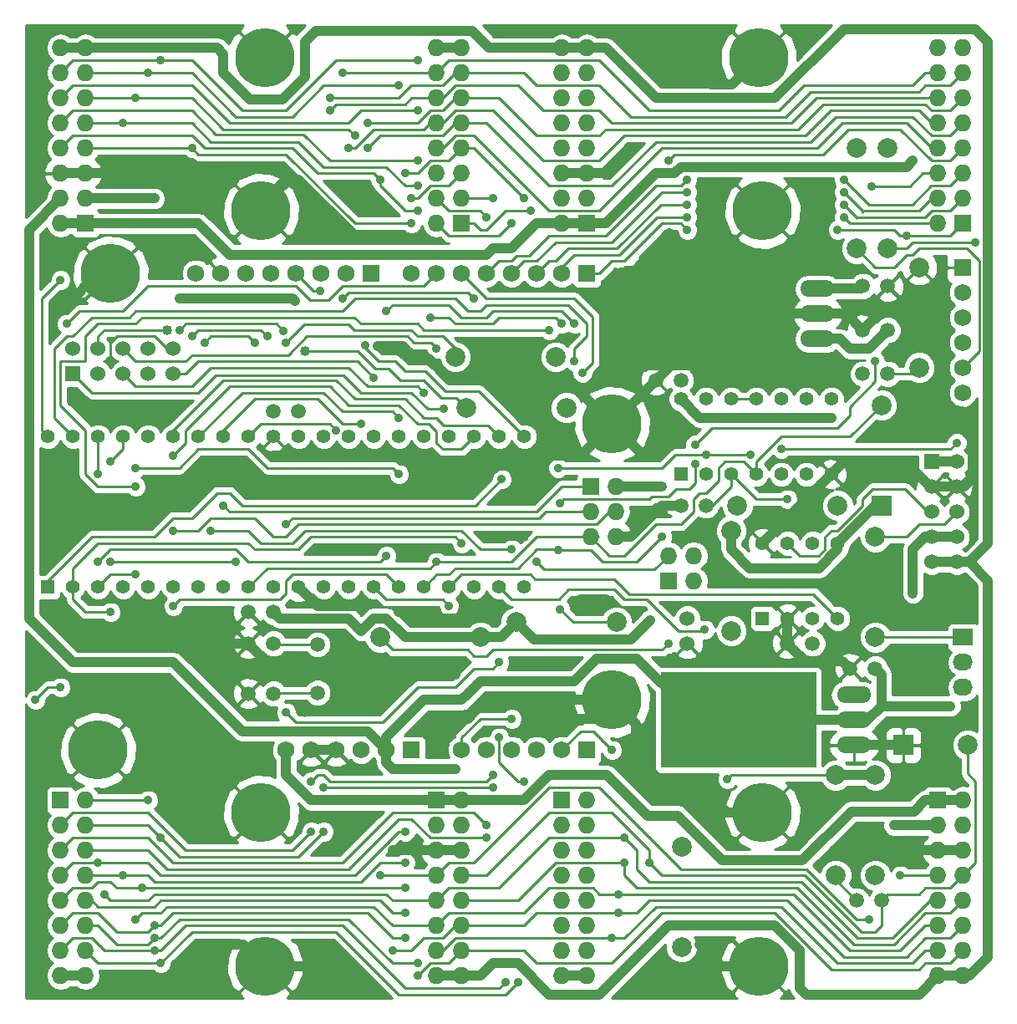
<source format=gbl>
%FSLAX34Y34*%
G04 Gerber Fmt 3.4, Leading zero omitted, Abs format*
G04 (created by PCBNEW (2014-jan-25)-product) date Wed 13 Aug 2014 09:10:33 PM PDT*
%MOIN*%
G01*
G70*
G90*
G04 APERTURE LIST*
%ADD10C,0.005906*%
%ADD11C,0.059100*%
%ADD12C,0.078700*%
%ADD13R,0.078700X0.078700*%
%ADD14C,0.060000*%
%ADD15C,0.236220*%
%ADD16R,0.080000X0.068000*%
%ADD17O,0.080000X0.068000*%
%ADD18R,0.068000X0.068000*%
%ADD19O,0.068000X0.068000*%
%ADD20C,0.068000*%
%ADD21R,0.060000X0.060000*%
%ADD22O,0.137800X0.066900*%
%ADD23R,0.620000X0.380000*%
%ADD24R,0.055000X0.055000*%
%ADD25C,0.055000*%
%ADD26C,0.040000*%
%ADD27C,0.035000*%
%ADD28C,0.040000*%
%ADD29C,0.010000*%
G04 APERTURE END LIST*
G54D10*
G54D11*
X45000Y-22750D03*
X44000Y-22750D03*
X20500Y-35250D03*
X19500Y-35250D03*
X44000Y-21000D03*
X45000Y-21000D03*
X20500Y-37250D03*
X19500Y-37250D03*
X44500Y-36250D03*
X43500Y-36250D03*
X43750Y-45500D03*
X44750Y-45500D03*
X37750Y-29750D03*
X36750Y-29750D03*
X44000Y-24500D03*
X45000Y-24500D03*
X36750Y-24750D03*
X35750Y-24750D03*
X42000Y-35250D03*
X41000Y-35250D03*
X21500Y-26000D03*
X20500Y-26000D03*
X20500Y-34000D03*
X19500Y-34000D03*
G54D12*
X44750Y-25750D03*
G54D13*
X44750Y-29750D03*
G54D14*
X37000Y-34250D03*
X37000Y-35250D03*
G54D15*
X34000Y-26500D03*
X14000Y-20500D03*
X34000Y-37500D03*
X13500Y-39500D03*
X20000Y-42000D03*
X39842Y-11889D03*
X20157Y-11889D03*
X39842Y-48110D03*
X20157Y-48110D03*
X40000Y-42000D03*
X20000Y-18000D03*
X40000Y-18000D03*
G54D16*
X48000Y-35000D03*
G54D17*
X48000Y-36000D03*
X48000Y-37000D03*
G54D18*
X36250Y-32750D03*
G54D19*
X36250Y-31750D03*
X37250Y-32750D03*
X37250Y-31750D03*
G54D18*
X33150Y-29000D03*
G54D19*
X34150Y-29000D03*
X33150Y-30000D03*
X34150Y-30000D03*
X33150Y-31000D03*
X34150Y-31000D03*
G54D18*
X24400Y-20500D03*
G54D20*
X23400Y-20500D03*
X22400Y-20500D03*
X21400Y-20500D03*
X20400Y-20500D03*
X19400Y-20500D03*
X18400Y-20500D03*
X17400Y-20500D03*
G54D18*
X33000Y-20500D03*
G54D20*
X32000Y-20500D03*
X31000Y-20500D03*
X30000Y-20500D03*
X29000Y-20500D03*
X28000Y-20500D03*
X27000Y-20500D03*
X26000Y-20500D03*
G54D18*
X33000Y-39500D03*
G54D20*
X32000Y-39500D03*
X31000Y-39500D03*
X30000Y-39500D03*
X29000Y-39500D03*
X28000Y-39500D03*
G54D18*
X26000Y-39500D03*
G54D20*
X25000Y-39500D03*
X24000Y-39500D03*
X23000Y-39500D03*
X22000Y-39500D03*
X21000Y-39500D03*
G54D18*
X12000Y-41500D03*
G54D19*
X13000Y-41500D03*
X12000Y-42500D03*
X13000Y-42500D03*
X12000Y-43500D03*
X13000Y-43500D03*
X12000Y-44500D03*
X13000Y-44500D03*
X12000Y-45500D03*
X13000Y-45500D03*
X12000Y-46500D03*
X13000Y-46500D03*
X12000Y-47500D03*
X13000Y-47500D03*
X12000Y-48500D03*
X13000Y-48500D03*
G54D18*
X27000Y-41500D03*
G54D19*
X28000Y-41500D03*
X27000Y-42500D03*
X28000Y-42500D03*
X27000Y-43500D03*
X28000Y-43500D03*
X27000Y-44500D03*
X28000Y-44500D03*
X27000Y-45500D03*
X28000Y-45500D03*
X27000Y-46500D03*
X28000Y-46500D03*
X27000Y-47500D03*
X28000Y-47500D03*
X27000Y-48500D03*
X28000Y-48500D03*
G54D21*
X46750Y-28000D03*
G54D14*
X47750Y-28000D03*
X46750Y-29000D03*
X47750Y-29000D03*
X46750Y-30000D03*
X47750Y-30000D03*
X46750Y-31000D03*
X47750Y-31000D03*
X46750Y-32000D03*
X47750Y-32000D03*
G54D18*
X48000Y-20250D03*
G54D20*
X48000Y-21250D03*
X48000Y-22250D03*
X48000Y-23250D03*
X48000Y-24250D03*
X48000Y-25250D03*
G54D18*
X32000Y-41500D03*
G54D19*
X33000Y-41500D03*
X32000Y-42500D03*
X33000Y-42500D03*
X32000Y-43500D03*
X33000Y-43500D03*
X32000Y-44500D03*
X33000Y-44500D03*
X32000Y-45500D03*
X33000Y-45500D03*
X32000Y-46500D03*
X33000Y-46500D03*
X32000Y-47500D03*
X33000Y-47500D03*
X32000Y-48500D03*
X33000Y-48500D03*
G54D18*
X47000Y-41500D03*
G54D19*
X48000Y-41500D03*
X47000Y-42500D03*
X48000Y-42500D03*
X47000Y-43500D03*
X48000Y-43500D03*
X47000Y-44500D03*
X48000Y-44500D03*
X47000Y-45500D03*
X48000Y-45500D03*
X47000Y-46500D03*
X48000Y-46500D03*
X47000Y-47500D03*
X48000Y-47500D03*
X47000Y-48500D03*
X48000Y-48500D03*
G54D18*
X28000Y-18500D03*
G54D19*
X27000Y-18500D03*
X28000Y-17500D03*
X27000Y-17500D03*
X28000Y-16500D03*
X27000Y-16500D03*
X28000Y-15500D03*
X27000Y-15500D03*
X28000Y-14500D03*
X27000Y-14500D03*
X28000Y-13500D03*
X27000Y-13500D03*
X28000Y-12500D03*
X27000Y-12500D03*
X28000Y-11500D03*
X27000Y-11500D03*
G54D18*
X13000Y-18500D03*
G54D19*
X12000Y-18500D03*
X13000Y-17500D03*
X12000Y-17500D03*
X13000Y-16500D03*
X12000Y-16500D03*
X13000Y-15500D03*
X12000Y-15500D03*
X13000Y-14500D03*
X12000Y-14500D03*
X13000Y-13500D03*
X12000Y-13500D03*
X13000Y-12500D03*
X12000Y-12500D03*
X13000Y-11500D03*
X12000Y-11500D03*
G54D18*
X48000Y-18500D03*
G54D19*
X47000Y-18500D03*
X48000Y-17500D03*
X47000Y-17500D03*
X48000Y-16500D03*
X47000Y-16500D03*
X48000Y-15500D03*
X47000Y-15500D03*
X48000Y-14500D03*
X47000Y-14500D03*
X48000Y-13500D03*
X47000Y-13500D03*
X48000Y-12500D03*
X47000Y-12500D03*
X48000Y-11500D03*
X47000Y-11500D03*
G54D18*
X33000Y-18500D03*
G54D19*
X32000Y-18500D03*
X33000Y-17500D03*
X32000Y-17500D03*
X33000Y-16500D03*
X32000Y-16500D03*
X33000Y-15500D03*
X32000Y-15500D03*
X33000Y-14500D03*
X32000Y-14500D03*
X33000Y-13500D03*
X32000Y-13500D03*
X33000Y-12500D03*
X32000Y-12500D03*
X33000Y-11500D03*
X32000Y-11500D03*
G54D21*
X12500Y-24500D03*
G54D14*
X12500Y-23500D03*
X13500Y-24500D03*
X13500Y-23500D03*
X14500Y-24500D03*
X14500Y-23500D03*
X15500Y-24500D03*
X15500Y-23500D03*
X16500Y-24500D03*
X16500Y-23500D03*
G54D12*
X44500Y-35000D03*
X44500Y-31000D03*
X43750Y-19500D03*
X43750Y-15500D03*
X45000Y-19500D03*
X45000Y-15500D03*
X32175Y-25850D03*
X28175Y-25850D03*
X39000Y-29750D03*
X43000Y-29750D03*
X38750Y-34750D03*
X38750Y-30750D03*
X44500Y-44500D03*
X44500Y-40500D03*
X46250Y-20250D03*
X46250Y-24250D03*
X24750Y-35000D03*
X28750Y-35000D03*
X31750Y-23825D03*
X27750Y-23825D03*
G54D13*
X45620Y-39300D03*
G54D12*
X48180Y-39300D03*
G54D22*
X42200Y-22100D03*
X42200Y-23100D03*
X42200Y-21100D03*
G54D23*
X37600Y-22100D03*
G54D24*
X40000Y-34250D03*
G54D25*
X41000Y-34250D03*
X42000Y-34250D03*
X43000Y-34250D03*
X43000Y-31250D03*
X42000Y-31250D03*
X41000Y-31250D03*
X40000Y-31250D03*
G54D22*
X43650Y-38300D03*
X43650Y-39300D03*
X43650Y-37300D03*
G54D23*
X39050Y-38300D03*
G54D24*
X11500Y-33000D03*
G54D25*
X12500Y-33000D03*
X13500Y-33000D03*
X14500Y-33000D03*
X15500Y-33000D03*
X16500Y-33000D03*
X17500Y-33000D03*
X18500Y-33000D03*
X19500Y-33000D03*
X20500Y-33000D03*
X21500Y-33000D03*
X22500Y-33000D03*
X23500Y-33000D03*
X24500Y-33000D03*
X25500Y-33000D03*
X26500Y-33000D03*
X27500Y-33000D03*
X28500Y-33000D03*
X29500Y-33000D03*
X30500Y-33000D03*
X30500Y-27000D03*
X29500Y-27000D03*
X28500Y-27000D03*
X27500Y-27000D03*
X26500Y-27000D03*
X25500Y-27000D03*
X24500Y-27000D03*
X23500Y-27000D03*
X22500Y-27000D03*
X21500Y-27000D03*
X20500Y-27000D03*
X19500Y-27000D03*
X18500Y-27000D03*
X17500Y-27000D03*
X16500Y-27000D03*
X15500Y-27000D03*
X14500Y-27000D03*
X13500Y-27000D03*
X12500Y-27000D03*
X11500Y-27000D03*
G54D11*
X22250Y-35289D03*
X22250Y-37211D03*
G54D24*
X36750Y-28500D03*
G54D25*
X37750Y-28500D03*
X38750Y-28500D03*
X39750Y-28500D03*
X40750Y-28500D03*
X41750Y-28500D03*
X42750Y-28500D03*
X42750Y-25500D03*
X41750Y-25500D03*
X40750Y-25500D03*
X39750Y-25500D03*
X38750Y-25500D03*
X37750Y-25500D03*
X36750Y-25500D03*
G54D12*
X34175Y-34400D03*
X30175Y-34400D03*
X36775Y-47350D03*
X36775Y-43350D03*
X42925Y-44500D03*
X42925Y-40500D03*
G54D26*
X46000Y-16000D03*
X26000Y-23750D03*
X20500Y-27750D03*
X14000Y-24000D03*
X12250Y-21750D03*
X15000Y-35250D03*
X12500Y-34750D03*
X23000Y-48000D03*
X18000Y-42000D03*
X17500Y-43000D03*
X17500Y-47250D03*
X25250Y-43500D03*
X37500Y-47250D03*
X33750Y-33500D03*
X32750Y-33500D03*
X13750Y-25750D03*
X24250Y-19000D03*
X24250Y-17750D03*
X32250Y-36000D03*
X30500Y-36000D03*
X30500Y-29250D03*
X30500Y-31000D03*
X23500Y-31500D03*
X26500Y-29250D03*
X25500Y-29250D03*
X26500Y-27750D03*
X24250Y-29250D03*
X34750Y-15550D03*
X37650Y-12650D03*
X36300Y-18900D03*
X31750Y-37500D03*
X31750Y-38250D03*
X30500Y-37500D03*
X21750Y-38000D03*
X25000Y-36000D03*
X25000Y-36500D03*
X21500Y-36000D03*
X21500Y-36500D03*
X27250Y-38250D03*
X26750Y-36000D03*
X26750Y-36500D03*
X27750Y-36000D03*
X28500Y-34000D03*
X27750Y-36500D03*
X26750Y-34250D03*
X25500Y-34000D03*
X24000Y-33750D03*
X29000Y-37500D03*
X28500Y-38000D03*
X26750Y-38500D03*
X22500Y-27750D03*
X18250Y-17000D03*
X18250Y-18250D03*
X36550Y-27100D03*
X27500Y-28300D03*
X42850Y-43500D03*
X27750Y-40250D03*
X47500Y-37750D03*
X28250Y-37250D03*
X35000Y-35850D03*
G54D27*
X27000Y-32000D03*
X27000Y-23500D03*
X26250Y-18000D03*
X24750Y-16750D03*
X35500Y-44000D03*
X41000Y-29500D03*
X18500Y-29750D03*
X17750Y-23250D03*
X29750Y-48750D03*
X22750Y-13500D03*
X15750Y-47500D03*
X19750Y-23250D03*
X21000Y-30500D03*
X30250Y-48750D03*
X23250Y-12500D03*
X16000Y-48000D03*
X21000Y-23250D03*
X24150Y-23350D03*
X22350Y-21200D03*
X17250Y-23000D03*
X16500Y-30750D03*
X22750Y-14000D03*
X26250Y-48000D03*
X15750Y-47000D03*
X20250Y-23000D03*
X24000Y-26500D03*
X15250Y-45000D03*
X25750Y-45000D03*
X24250Y-15500D03*
X28500Y-21500D03*
X23250Y-21500D03*
X23500Y-15500D03*
X25750Y-46000D03*
X37700Y-34700D03*
X24250Y-14500D03*
X16750Y-22750D03*
X25750Y-47000D03*
X15750Y-46500D03*
X20900Y-22775D03*
X17250Y-15500D03*
X26000Y-18500D03*
X24750Y-44500D03*
X44250Y-46250D03*
X45500Y-44500D03*
X23000Y-26750D03*
X25000Y-22000D03*
X25000Y-31750D03*
X13500Y-32000D03*
X32500Y-22500D03*
X45750Y-19000D03*
X30750Y-18000D03*
X37000Y-18750D03*
X43000Y-18750D03*
X27500Y-33750D03*
X32000Y-22500D03*
X26750Y-22250D03*
X16500Y-33750D03*
X15500Y-41500D03*
X30000Y-18500D03*
X30500Y-40750D03*
X29500Y-39000D03*
X37000Y-18250D03*
X43250Y-18250D03*
X15000Y-29000D03*
X31500Y-22750D03*
X15000Y-32500D03*
X29250Y-40500D03*
X29250Y-17500D03*
X22000Y-42750D03*
X22000Y-40750D03*
X37000Y-17750D03*
X43250Y-17750D03*
X30000Y-31500D03*
X18000Y-30750D03*
X16000Y-43000D03*
X22500Y-42750D03*
X29250Y-41000D03*
X22500Y-41000D03*
X29000Y-18250D03*
X37000Y-17250D03*
X43250Y-17250D03*
X29600Y-28700D03*
X29000Y-42500D03*
X26000Y-17500D03*
X43250Y-16750D03*
X37000Y-16750D03*
X28000Y-31250D03*
X14000Y-34000D03*
X29000Y-43000D03*
X44500Y-24000D03*
X44360Y-17020D03*
X31910Y-29640D03*
X37310Y-28080D03*
X37310Y-27320D03*
X32820Y-24450D03*
X12250Y-22500D03*
X13500Y-44000D03*
X36250Y-16000D03*
X30500Y-17500D03*
X25750Y-16500D03*
X25750Y-42750D03*
X25500Y-26250D03*
X25750Y-44000D03*
X14500Y-44500D03*
X12000Y-20750D03*
X34500Y-43000D03*
X14500Y-14500D03*
X13750Y-45250D03*
X26250Y-17000D03*
X32500Y-24000D03*
X34000Y-39500D03*
X26250Y-16000D03*
X34500Y-44000D03*
X23750Y-15000D03*
X34250Y-45250D03*
X15000Y-13500D03*
X12000Y-37000D03*
X11000Y-37500D03*
X13500Y-28500D03*
X15000Y-46250D03*
X14000Y-28000D03*
X25250Y-47500D03*
X19000Y-32000D03*
X14000Y-32000D03*
X34250Y-46000D03*
X26250Y-14000D03*
X16500Y-27750D03*
X15500Y-12500D03*
X25500Y-13000D03*
X34000Y-47000D03*
X26250Y-48500D03*
X30000Y-38250D03*
X26250Y-12000D03*
X16000Y-12000D03*
X21000Y-38000D03*
X29500Y-36000D03*
G54D26*
X46000Y-33250D03*
G54D27*
X48500Y-19250D03*
X27300Y-25900D03*
X25500Y-28500D03*
X15000Y-28250D03*
X26500Y-25250D03*
X24500Y-24650D03*
X36250Y-35250D03*
X31000Y-32000D03*
G54D26*
X21350Y-21600D03*
X24000Y-34750D03*
X16250Y-22750D03*
X15750Y-17500D03*
X16750Y-21500D03*
X36000Y-29000D03*
X45250Y-42500D03*
X42000Y-32250D03*
X42750Y-26250D03*
X21750Y-23600D03*
X35520Y-34320D03*
G54D27*
X38595Y-40665D03*
X40750Y-27500D03*
X47750Y-27250D03*
X31850Y-28250D03*
X37750Y-27725D03*
X39520Y-27720D03*
X36000Y-31000D03*
X31925Y-33875D03*
X31850Y-31525D03*
G54D28*
X21000Y-39500D02*
X21000Y-40500D01*
X21000Y-40500D02*
X22000Y-41500D01*
X30000Y-19500D02*
X29250Y-19500D01*
X18750Y-19750D02*
X17500Y-18500D01*
X29000Y-19750D02*
X18750Y-19750D01*
X29250Y-19500D02*
X29000Y-19750D01*
X42200Y-23100D02*
X43100Y-23100D01*
X44250Y-23500D02*
X45000Y-22750D01*
X43500Y-23500D02*
X44250Y-23500D01*
X43100Y-23100D02*
X43500Y-23500D01*
X36750Y-16250D02*
X36500Y-16500D01*
X45750Y-16250D02*
X36750Y-16250D01*
X46000Y-16000D02*
X45750Y-16250D01*
X32000Y-18500D02*
X31000Y-18500D01*
X31000Y-18500D02*
X30000Y-19500D01*
X22000Y-41500D02*
X27000Y-41500D01*
X47750Y-28000D02*
X46750Y-28000D01*
X32000Y-18500D02*
X33000Y-18500D01*
X12000Y-18500D02*
X13000Y-18500D01*
X13000Y-18500D02*
X17500Y-18500D01*
X27000Y-41500D02*
X28000Y-41500D01*
X48000Y-41500D02*
X47000Y-41500D01*
X33750Y-18500D02*
X35750Y-16500D01*
X35750Y-16500D02*
X36500Y-16500D01*
X33000Y-18500D02*
X33750Y-18500D01*
X38399Y-43899D02*
X41600Y-43899D01*
X30500Y-41500D02*
X31500Y-40500D01*
X30500Y-41500D02*
X28000Y-41500D01*
X31500Y-40500D02*
X33790Y-40500D01*
X46500Y-41500D02*
X46050Y-41950D01*
X46050Y-41950D02*
X43550Y-41950D01*
X43550Y-41950D02*
X41600Y-43899D01*
X47000Y-41500D02*
X46500Y-41500D01*
X36612Y-42112D02*
X35402Y-42112D01*
X35402Y-42112D02*
X33790Y-40500D01*
X38399Y-43899D02*
X36612Y-42112D01*
X26000Y-23750D02*
X25650Y-23400D01*
X25650Y-23400D02*
X24650Y-23400D01*
X23000Y-39500D02*
X22000Y-39500D01*
X31250Y-27750D02*
X32750Y-27750D01*
X22500Y-27750D02*
X26500Y-27750D01*
X20500Y-27750D02*
X22500Y-27750D01*
X32750Y-27750D02*
X34000Y-26500D01*
G54D29*
X14000Y-24000D02*
X14000Y-23250D01*
X15750Y-23000D02*
X16250Y-23500D01*
X14250Y-23000D02*
X15750Y-23000D01*
X14000Y-23250D02*
X14250Y-23000D01*
X16250Y-23500D02*
X16500Y-23500D01*
G54D28*
X12250Y-21750D02*
X13500Y-20500D01*
X13500Y-20500D02*
X14000Y-20500D01*
X15000Y-35250D02*
X13000Y-35250D01*
X19500Y-35250D02*
X15000Y-35250D01*
X13000Y-35250D02*
X12500Y-34750D01*
X20157Y-48110D02*
X22889Y-48110D01*
X22889Y-48110D02*
X23000Y-48000D01*
X18000Y-42500D02*
X18000Y-42000D01*
X17500Y-43000D02*
X18000Y-42500D01*
X20157Y-48110D02*
X19297Y-47250D01*
X19297Y-47250D02*
X17500Y-47250D01*
X27000Y-43500D02*
X25250Y-43500D01*
X39842Y-48110D02*
X38360Y-48110D01*
X38360Y-48110D02*
X37500Y-47250D01*
X47750Y-29000D02*
X46750Y-29000D01*
X32000Y-16500D02*
X33000Y-16500D01*
X12000Y-16500D02*
X13000Y-16500D01*
X47000Y-43500D02*
X48000Y-43500D01*
X28000Y-43500D02*
X27000Y-43500D01*
X34000Y-26500D02*
X35250Y-27750D01*
X38400Y-22100D02*
X42200Y-22100D01*
X35750Y-24750D02*
X38400Y-22100D01*
X31750Y-37500D02*
X30250Y-37500D01*
X34000Y-37500D02*
X31750Y-37500D01*
X33750Y-33500D02*
X32750Y-33500D01*
X36000Y-29750D02*
X34750Y-31000D01*
X34750Y-31000D02*
X34150Y-31000D01*
X36750Y-29750D02*
X36000Y-29750D01*
X34350Y-20450D02*
X34400Y-20500D01*
X34400Y-20500D02*
X34400Y-24100D01*
X34400Y-24100D02*
X34450Y-24150D01*
X34450Y-24150D02*
X40850Y-24150D01*
X40850Y-24150D02*
X40850Y-22400D01*
X34850Y-20450D02*
X34350Y-20450D01*
X36300Y-20000D02*
X35300Y-20000D01*
X35300Y-20000D02*
X34850Y-20450D01*
X40800Y-20000D02*
X36300Y-20000D01*
X40850Y-20050D02*
X40800Y-20000D01*
X40850Y-22100D02*
X40850Y-20050D01*
X42200Y-22100D02*
X40850Y-22100D01*
X30500Y-27750D02*
X31250Y-27750D01*
X29850Y-27750D02*
X30500Y-27750D01*
X21000Y-16750D02*
X21500Y-16750D01*
X21500Y-16750D02*
X23750Y-19000D01*
X23750Y-19000D02*
X24250Y-19000D01*
X20000Y-17750D02*
X21000Y-16750D01*
X20000Y-18000D02*
X20000Y-17750D01*
X30500Y-36000D02*
X32250Y-36000D01*
X24250Y-29250D02*
X25500Y-29250D01*
X26500Y-29250D02*
X25500Y-29250D01*
X33800Y-16500D02*
X34750Y-15550D01*
X37650Y-12650D02*
X37950Y-12950D01*
X37950Y-12950D02*
X38782Y-12950D01*
X38782Y-12950D02*
X39842Y-11889D01*
X33000Y-16500D02*
X33800Y-16500D01*
X36300Y-18900D02*
X36300Y-20000D01*
X43350Y-22100D02*
X44000Y-22750D01*
X42200Y-22100D02*
X43350Y-22100D01*
X48400Y-28650D02*
X48400Y-27000D01*
X48400Y-27000D02*
X47250Y-25850D01*
X47250Y-25850D02*
X47250Y-23550D01*
X47250Y-23550D02*
X45700Y-22000D01*
X45700Y-22000D02*
X44750Y-22000D01*
X44750Y-22000D02*
X44000Y-22750D01*
X48050Y-29000D02*
X48400Y-28650D01*
X47750Y-29000D02*
X48050Y-29000D01*
X45650Y-27950D02*
X43300Y-27950D01*
X43300Y-27950D02*
X42750Y-28500D01*
X46700Y-29000D02*
X45650Y-27950D01*
X46750Y-29000D02*
X46700Y-29000D01*
X41000Y-35250D02*
X41000Y-34250D01*
X42750Y-28500D02*
X40000Y-31250D01*
X34000Y-37500D02*
X34750Y-36750D01*
X30500Y-37750D02*
X30250Y-37500D01*
X31000Y-38250D02*
X30500Y-37750D01*
X31750Y-38250D02*
X31000Y-38250D01*
X33250Y-38250D02*
X31750Y-38250D01*
X34000Y-37500D02*
X33250Y-38250D01*
X30500Y-37500D02*
X30500Y-37750D01*
X20750Y-36500D02*
X19500Y-35250D01*
X21500Y-36500D02*
X20750Y-36500D01*
X25000Y-36500D02*
X21500Y-36500D01*
X25000Y-36000D02*
X21500Y-36000D01*
X29500Y-37500D02*
X29000Y-37500D01*
X30250Y-37500D02*
X29500Y-37500D01*
X28250Y-38250D02*
X27250Y-38250D01*
X28500Y-38000D02*
X28250Y-38250D01*
X29000Y-37500D02*
X28500Y-38000D01*
X25000Y-36000D02*
X26750Y-36000D01*
X25000Y-36500D02*
X26750Y-36500D01*
X27750Y-36000D02*
X26750Y-36000D01*
X26750Y-36500D02*
X27750Y-36500D01*
X28250Y-34250D02*
X26750Y-34250D01*
X28500Y-34000D02*
X28250Y-34250D01*
X26500Y-34000D02*
X25500Y-34000D01*
X26750Y-34250D02*
X26500Y-34000D01*
X22249Y-33749D02*
X21500Y-33000D01*
X23999Y-33749D02*
X22249Y-33749D01*
X24000Y-33750D02*
X23999Y-33749D01*
X27000Y-38250D02*
X26750Y-38500D01*
X27250Y-38250D02*
X27000Y-38250D01*
X17750Y-16500D02*
X18250Y-17000D01*
X13000Y-16500D02*
X17750Y-16500D01*
X30500Y-29250D02*
X30500Y-27750D01*
X43650Y-39300D02*
X45620Y-39300D01*
X35900Y-27750D02*
X36550Y-27100D01*
X35250Y-27750D02*
X35900Y-27750D01*
X27500Y-28300D02*
X29300Y-28300D01*
X27050Y-28300D02*
X27500Y-28300D01*
X29300Y-28300D02*
X29850Y-27750D01*
X26500Y-27750D02*
X27050Y-28300D01*
X32250Y-24750D02*
X27525Y-24750D01*
X27525Y-24750D02*
X26675Y-23900D01*
X26675Y-23900D02*
X26150Y-23900D01*
X26150Y-23900D02*
X26000Y-23750D01*
X34000Y-26500D02*
X32250Y-24750D01*
X47000Y-43500D02*
X42850Y-43500D01*
X41690Y-35940D02*
X43190Y-35940D01*
X43190Y-35940D02*
X43500Y-36250D01*
X41000Y-35250D02*
X41690Y-35940D01*
X34000Y-26500D02*
X35750Y-24750D01*
X34950Y-38450D02*
X34950Y-40410D01*
X34950Y-40410D02*
X35760Y-41220D01*
X35760Y-41220D02*
X37815Y-41220D01*
X37815Y-41220D02*
X38595Y-42000D01*
X38595Y-42000D02*
X40000Y-42000D01*
X34000Y-37500D02*
X34950Y-38450D01*
G54D29*
X20539Y-35289D02*
X22250Y-35289D01*
X20500Y-35250D02*
X20539Y-35289D01*
X20539Y-37211D02*
X22250Y-37211D01*
X20500Y-37250D02*
X20539Y-37211D01*
G54D28*
X25000Y-40000D02*
X25250Y-40250D01*
X25250Y-40250D02*
X27750Y-40250D01*
X19250Y-38750D02*
X24250Y-38750D01*
X24250Y-38750D02*
X25000Y-39500D01*
X25000Y-39500D02*
X25000Y-40000D01*
X47500Y-37750D02*
X44750Y-37750D01*
X16500Y-36000D02*
X12500Y-36000D01*
X10750Y-18750D02*
X12000Y-17500D01*
X10750Y-34250D02*
X10750Y-18750D01*
X12500Y-36000D02*
X10750Y-34250D01*
X16500Y-36000D02*
X19250Y-38750D01*
X26500Y-37500D02*
X28000Y-37500D01*
X25000Y-39000D02*
X26500Y-37500D01*
X25000Y-39500D02*
X25000Y-39000D01*
X28250Y-37250D02*
X28750Y-36750D01*
X28000Y-37500D02*
X28250Y-37250D01*
X32500Y-36750D02*
X28750Y-36750D01*
X37050Y-38300D02*
X37050Y-37950D01*
X44200Y-38300D02*
X44750Y-37750D01*
X43650Y-38300D02*
X44200Y-38300D01*
X44750Y-36500D02*
X44750Y-37750D01*
X44500Y-36250D02*
X44750Y-36500D01*
X37050Y-38055D02*
X37050Y-38300D01*
X43650Y-38300D02*
X37050Y-38300D01*
X33399Y-35850D02*
X35000Y-35850D01*
X32500Y-36750D02*
X33399Y-35850D01*
X37050Y-37900D02*
X37050Y-38300D01*
X35000Y-35850D02*
X37050Y-37900D01*
G54D29*
X42925Y-44675D02*
X42925Y-44500D01*
X43750Y-45500D02*
X42925Y-44675D01*
X21075Y-23750D02*
X17250Y-23750D01*
X27000Y-23500D02*
X27000Y-23450D01*
X26100Y-23250D02*
X25850Y-23000D01*
X26799Y-23250D02*
X26100Y-23250D01*
X27000Y-23450D02*
X26799Y-23250D01*
X15000Y-24000D02*
X17000Y-24000D01*
X14500Y-23500D02*
X15000Y-24000D01*
X17000Y-24000D02*
X17250Y-23750D01*
X35500Y-44000D02*
X36000Y-44500D01*
X36000Y-44500D02*
X41700Y-44500D01*
X17250Y-15000D02*
X17750Y-15500D01*
X17750Y-15500D02*
X21250Y-15500D01*
X21250Y-15500D02*
X22250Y-16500D01*
X12000Y-15500D02*
X12500Y-15000D01*
X12500Y-15000D02*
X17250Y-15000D01*
X35500Y-44000D02*
X35500Y-43500D01*
X35500Y-43500D02*
X34000Y-42000D01*
X48000Y-44500D02*
X48500Y-44000D01*
X48180Y-40430D02*
X48180Y-39300D01*
X48500Y-40750D02*
X48180Y-40430D01*
X48500Y-44000D02*
X48500Y-40750D01*
X29000Y-44500D02*
X31500Y-42000D01*
X28000Y-44500D02*
X29000Y-44500D01*
X31500Y-42000D02*
X34000Y-42000D01*
X25750Y-18000D02*
X26250Y-18000D01*
X20250Y-32250D02*
X19500Y-33000D01*
X47500Y-45000D02*
X48000Y-44500D01*
X47500Y-45000D02*
X46500Y-45000D01*
X45000Y-45250D02*
X46250Y-45250D01*
X46250Y-45250D02*
X46500Y-45000D01*
X44750Y-45500D02*
X45000Y-45250D01*
X33150Y-31000D02*
X33450Y-31000D01*
X44750Y-46500D02*
X44500Y-46750D01*
X44500Y-46750D02*
X43950Y-46750D01*
X43950Y-46750D02*
X41700Y-44500D01*
X44750Y-45500D02*
X44750Y-46500D01*
X44750Y-25750D02*
X43500Y-27000D01*
X33150Y-31000D02*
X31000Y-31000D01*
X35750Y-30500D02*
X36750Y-30500D01*
X33900Y-31750D02*
X34500Y-31750D01*
X34500Y-31750D02*
X35750Y-30500D01*
X33150Y-31000D02*
X33900Y-31750D01*
X24750Y-16750D02*
X24500Y-16500D01*
X24500Y-16500D02*
X22250Y-16500D01*
X24750Y-17000D02*
X25750Y-18000D01*
X24750Y-16750D02*
X24750Y-17000D01*
X26750Y-32250D02*
X20250Y-32250D01*
X31000Y-31000D02*
X30000Y-32000D01*
X30000Y-32000D02*
X27000Y-32000D01*
X27000Y-32000D02*
X26750Y-32250D01*
X40750Y-27000D02*
X43500Y-27000D01*
X37250Y-30000D02*
X37250Y-29500D01*
X36750Y-30500D02*
X37250Y-30000D01*
X39750Y-28000D02*
X40750Y-27000D01*
X37250Y-29500D02*
X37500Y-29250D01*
X38250Y-28250D02*
X38500Y-28000D01*
X38250Y-28750D02*
X38250Y-28250D01*
X37750Y-29250D02*
X38250Y-28750D01*
X37500Y-29250D02*
X37750Y-29250D01*
X39750Y-28500D02*
X39250Y-28000D01*
X39250Y-28000D02*
X38500Y-28000D01*
X39750Y-28500D02*
X39750Y-28000D01*
X21112Y-23712D02*
X21075Y-23750D01*
X21825Y-23000D02*
X25850Y-23000D01*
X21112Y-23712D02*
X21825Y-23000D01*
X37750Y-29500D02*
X37750Y-29750D01*
X38750Y-29000D02*
X38750Y-28500D01*
X38000Y-29750D02*
X38750Y-29000D01*
X37750Y-29750D02*
X38000Y-29750D01*
X39750Y-29500D02*
X38750Y-28500D01*
X41000Y-29500D02*
X39750Y-29500D01*
X48000Y-35000D02*
X44500Y-35000D01*
X46500Y-30000D02*
X46750Y-30000D01*
X41500Y-31750D02*
X42250Y-31750D01*
X42250Y-31750D02*
X42500Y-31500D01*
X41000Y-31250D02*
X41500Y-31750D01*
X42500Y-31000D02*
X42500Y-31500D01*
X46600Y-30000D02*
X45700Y-29100D01*
X46750Y-30000D02*
X46600Y-30000D01*
X44000Y-29750D02*
X43000Y-30750D01*
X43000Y-30750D02*
X42750Y-30750D01*
X42750Y-30750D02*
X42500Y-31000D01*
X44000Y-29500D02*
X44000Y-29750D01*
X44400Y-29100D02*
X44000Y-29500D01*
X45700Y-29100D02*
X44400Y-29100D01*
X27250Y-30000D02*
X18750Y-30000D01*
X18750Y-30000D02*
X18500Y-29750D01*
X32000Y-29000D02*
X31000Y-30000D01*
X31000Y-30000D02*
X27250Y-30000D01*
X33150Y-29000D02*
X32000Y-29000D01*
X40920Y-14250D02*
X34750Y-14250D01*
X30500Y-12500D02*
X31000Y-13000D01*
X31000Y-13000D02*
X33500Y-13000D01*
X33500Y-13000D02*
X34750Y-14250D01*
X28000Y-12500D02*
X30500Y-12500D01*
X41920Y-13250D02*
X46250Y-13250D01*
X46250Y-13250D02*
X46500Y-13000D01*
X46500Y-13000D02*
X47500Y-13000D01*
X47500Y-13000D02*
X48000Y-12500D01*
X40920Y-14250D02*
X41920Y-13250D01*
X29750Y-48750D02*
X29500Y-49000D01*
X29500Y-49000D02*
X25750Y-49000D01*
X25750Y-49000D02*
X23250Y-46500D01*
X16000Y-47500D02*
X17000Y-46500D01*
X17000Y-46500D02*
X23250Y-46500D01*
X15750Y-47500D02*
X16000Y-47500D01*
X28000Y-12500D02*
X27750Y-12500D01*
X25500Y-13500D02*
X22750Y-13500D01*
X26000Y-13000D02*
X25500Y-13500D01*
X27250Y-13000D02*
X26000Y-13000D01*
X27750Y-12500D02*
X27250Y-13000D01*
X13750Y-47500D02*
X13250Y-47000D01*
X13250Y-47000D02*
X12500Y-47000D01*
X12500Y-47000D02*
X12000Y-47500D01*
X15750Y-47500D02*
X13750Y-47500D01*
X19500Y-23000D02*
X18000Y-23000D01*
X18000Y-23000D02*
X17750Y-23250D01*
X19750Y-23250D02*
X19500Y-23000D01*
X27750Y-30250D02*
X21250Y-30250D01*
X21250Y-30250D02*
X21000Y-30500D01*
X27750Y-30250D02*
X31100Y-30250D01*
X31900Y-30000D02*
X31350Y-30000D01*
X33150Y-30000D02*
X31900Y-30000D01*
X31350Y-30000D02*
X31100Y-30250D01*
X15250Y-48000D02*
X15500Y-48000D01*
X15500Y-48000D02*
X16000Y-48000D01*
X29750Y-49250D02*
X30250Y-48750D01*
X25500Y-49250D02*
X29750Y-49250D01*
X25500Y-49250D02*
X23000Y-46750D01*
X16000Y-48000D02*
X17250Y-46750D01*
X23000Y-46750D02*
X17250Y-46750D01*
X40660Y-14000D02*
X41660Y-13000D01*
X27000Y-12500D02*
X27500Y-12000D01*
X35500Y-14000D02*
X40660Y-14000D01*
X33500Y-12000D02*
X35500Y-14000D01*
X27500Y-12000D02*
X33500Y-12000D01*
X46000Y-13000D02*
X46500Y-12500D01*
X41660Y-13000D02*
X46000Y-13000D01*
X46500Y-12500D02*
X47000Y-12500D01*
X47000Y-12500D02*
X47000Y-12500D01*
X13500Y-48000D02*
X15250Y-48000D01*
X13000Y-47500D02*
X13500Y-48000D01*
X23250Y-12500D02*
X23500Y-12500D01*
X23500Y-12500D02*
X27000Y-12500D01*
X26000Y-22750D02*
X23725Y-22750D01*
X26250Y-23000D02*
X26000Y-22750D01*
X27250Y-23000D02*
X26250Y-23000D01*
X27750Y-23500D02*
X27250Y-23000D01*
X27750Y-23825D02*
X27750Y-23500D01*
X21725Y-22525D02*
X23500Y-22525D01*
X23500Y-22525D02*
X23725Y-22750D01*
X21000Y-23250D02*
X21725Y-22525D01*
X21400Y-20500D02*
X22100Y-21200D01*
X28700Y-25200D02*
X30500Y-27000D01*
X27350Y-25200D02*
X28700Y-25200D01*
X26550Y-24400D02*
X27350Y-25200D01*
X25750Y-24400D02*
X26550Y-24400D01*
X25350Y-24000D02*
X25750Y-24400D01*
X24700Y-24000D02*
X25350Y-24000D01*
X24150Y-23450D02*
X24700Y-24000D01*
X24150Y-23350D02*
X24150Y-23450D01*
X22100Y-21200D02*
X22350Y-21200D01*
X33400Y-30500D02*
X21500Y-30500D01*
X19750Y-30250D02*
X18000Y-30250D01*
X20500Y-31000D02*
X19750Y-30250D01*
X21000Y-31000D02*
X20500Y-31000D01*
X21500Y-30500D02*
X21000Y-31000D01*
X17500Y-22750D02*
X17250Y-23000D01*
X20000Y-22750D02*
X17500Y-22750D01*
X18000Y-30250D02*
X17500Y-30750D01*
X17500Y-30750D02*
X16500Y-30750D01*
X47000Y-13500D02*
X46750Y-13500D01*
X46750Y-13500D02*
X46750Y-13500D01*
X42160Y-13500D02*
X41160Y-14500D01*
X46750Y-13500D02*
X42160Y-13500D01*
X16000Y-47000D02*
X16750Y-46250D01*
X13000Y-46500D02*
X13500Y-46500D01*
X13500Y-46500D02*
X14250Y-47250D01*
X22750Y-14000D02*
X23000Y-13750D01*
X23000Y-13750D02*
X25750Y-13750D01*
X27000Y-13500D02*
X26000Y-13500D01*
X26000Y-13500D02*
X25750Y-13750D01*
X27000Y-13500D02*
X27250Y-13500D01*
X27250Y-13500D02*
X27750Y-13000D01*
X34000Y-14500D02*
X41160Y-14500D01*
X33500Y-14000D02*
X34000Y-14500D01*
X31250Y-14000D02*
X33500Y-14000D01*
X30250Y-13000D02*
X31250Y-14000D01*
X27750Y-13000D02*
X30250Y-13000D01*
X23500Y-46250D02*
X16750Y-46250D01*
X25250Y-48000D02*
X23500Y-46250D01*
X26250Y-48000D02*
X25250Y-48000D01*
X16000Y-47000D02*
X15750Y-47000D01*
X15500Y-47250D02*
X14250Y-47250D01*
X15750Y-47000D02*
X15500Y-47250D01*
X33900Y-30000D02*
X33400Y-30500D01*
X34150Y-30000D02*
X33900Y-30000D01*
X20250Y-23000D02*
X20000Y-22750D01*
X22250Y-25500D02*
X23250Y-26500D01*
X19750Y-25500D02*
X22250Y-25500D01*
X18500Y-26750D02*
X19750Y-25500D01*
X24000Y-26500D02*
X23250Y-26500D01*
X18500Y-27000D02*
X18500Y-26750D01*
X15250Y-45000D02*
X14250Y-45000D01*
X14250Y-45000D02*
X14000Y-44750D01*
X12500Y-45000D02*
X12000Y-45500D01*
X12500Y-45000D02*
X13250Y-45000D01*
X14000Y-44750D02*
X13500Y-44750D01*
X13500Y-44750D02*
X13250Y-45000D01*
X25750Y-45000D02*
X15250Y-45000D01*
X47500Y-15000D02*
X46750Y-15000D01*
X42920Y-14250D02*
X41920Y-15250D01*
X46000Y-14250D02*
X42920Y-14250D01*
X46750Y-15000D02*
X46000Y-14250D01*
X28000Y-14500D02*
X29000Y-14500D01*
X41920Y-15250D02*
X35750Y-15250D01*
X35750Y-15250D02*
X34000Y-17000D01*
X34000Y-17000D02*
X31500Y-17000D01*
X31500Y-17000D02*
X29000Y-14500D01*
X47500Y-15000D02*
X48000Y-14500D01*
X24250Y-15500D02*
X24750Y-15000D01*
X27250Y-15000D02*
X27750Y-14500D01*
X24750Y-15000D02*
X27250Y-15000D01*
X28000Y-14500D02*
X27750Y-14500D01*
X23500Y-21250D02*
X23250Y-21500D01*
X28500Y-21500D02*
X28250Y-21250D01*
X28250Y-21250D02*
X23500Y-21250D01*
X24500Y-14750D02*
X23750Y-15500D01*
X26750Y-14500D02*
X26500Y-14750D01*
X24500Y-14750D02*
X26500Y-14750D01*
X23750Y-15500D02*
X23500Y-15500D01*
X13000Y-45500D02*
X13250Y-45500D01*
X13250Y-45500D02*
X13500Y-45750D01*
X24750Y-45500D02*
X25250Y-46000D01*
X16000Y-45500D02*
X24750Y-45500D01*
X15750Y-45750D02*
X16000Y-45500D01*
X13500Y-45750D02*
X15750Y-45750D01*
X47000Y-14500D02*
X46750Y-14500D01*
X46750Y-14500D02*
X46250Y-14000D01*
X42710Y-14000D02*
X41710Y-15000D01*
X46250Y-14000D02*
X42710Y-14000D01*
X25250Y-46000D02*
X25750Y-46000D01*
X27000Y-14500D02*
X26750Y-14500D01*
X27000Y-14500D02*
X27250Y-14500D01*
X27250Y-14500D02*
X27750Y-14000D01*
X34500Y-15000D02*
X41710Y-15000D01*
X33500Y-16000D02*
X34500Y-15000D01*
X31250Y-16000D02*
X33500Y-16000D01*
X29250Y-14000D02*
X31250Y-16000D01*
X27750Y-14000D02*
X29250Y-14000D01*
X25250Y-46000D02*
X25750Y-46000D01*
X29500Y-33000D02*
X29975Y-33475D01*
X31875Y-33475D02*
X29975Y-33475D01*
X37700Y-34700D02*
X37650Y-34750D01*
X37650Y-34750D02*
X36650Y-34750D01*
X35400Y-33500D02*
X34500Y-33500D01*
X34500Y-33500D02*
X34100Y-33100D01*
X34100Y-33100D02*
X32250Y-33100D01*
X32250Y-33100D02*
X31875Y-33475D01*
X36650Y-34750D02*
X35400Y-33500D01*
X26250Y-14500D02*
X24250Y-14500D01*
X26750Y-14000D02*
X26250Y-14500D01*
X27750Y-13500D02*
X27250Y-14000D01*
X27250Y-14000D02*
X26750Y-14000D01*
X17000Y-22500D02*
X16750Y-22750D01*
X47500Y-14000D02*
X46750Y-14000D01*
X42430Y-13750D02*
X41430Y-14750D01*
X46500Y-13750D02*
X42430Y-13750D01*
X46750Y-14000D02*
X46500Y-13750D01*
X31000Y-15000D02*
X33500Y-15000D01*
X29500Y-13500D02*
X31000Y-15000D01*
X28000Y-13500D02*
X29500Y-13500D01*
X33500Y-15000D02*
X33750Y-14750D01*
X33750Y-14750D02*
X41430Y-14750D01*
X12500Y-46000D02*
X13500Y-46000D01*
X13500Y-46000D02*
X14250Y-46750D01*
X12500Y-46000D02*
X12000Y-46500D01*
X28000Y-13500D02*
X27750Y-13500D01*
X47500Y-14000D02*
X48000Y-13500D01*
X15750Y-46500D02*
X16000Y-46500D01*
X16500Y-46000D02*
X24250Y-46000D01*
X24250Y-46000D02*
X25250Y-47000D01*
X25250Y-47000D02*
X25750Y-47000D01*
X16000Y-46500D02*
X16500Y-46000D01*
X15500Y-46750D02*
X14250Y-46750D01*
X15750Y-46500D02*
X15500Y-46750D01*
X20900Y-22775D02*
X20625Y-22500D01*
X20625Y-22500D02*
X17000Y-22500D01*
X41750Y-44250D02*
X36750Y-44250D01*
X36750Y-44250D02*
X33500Y-41000D01*
X31500Y-41000D02*
X33500Y-41000D01*
X27500Y-44000D02*
X28500Y-44000D01*
X27000Y-44500D02*
X27500Y-44000D01*
X28500Y-44000D02*
X31500Y-41000D01*
X26000Y-18500D02*
X23750Y-18500D01*
X23750Y-18500D02*
X21000Y-15750D01*
X21000Y-15750D02*
X17500Y-15750D01*
X17500Y-15750D02*
X17250Y-15500D01*
X16750Y-15500D02*
X13000Y-15500D01*
X17250Y-15500D02*
X16750Y-15500D01*
X27000Y-44500D02*
X24750Y-44500D01*
X41750Y-44250D02*
X43750Y-46250D01*
X43750Y-46250D02*
X44250Y-46250D01*
X45500Y-44500D02*
X47000Y-44500D01*
X23000Y-26750D02*
X22750Y-26500D01*
X20000Y-26500D02*
X19500Y-27000D01*
X22750Y-26500D02*
X20000Y-26500D01*
X14000Y-31500D02*
X13500Y-32000D01*
X14000Y-31500D02*
X19000Y-31500D01*
X32500Y-22500D02*
X32000Y-22000D01*
X29250Y-22000D02*
X29000Y-22250D01*
X32000Y-22000D02*
X29250Y-22000D01*
X28000Y-22250D02*
X28250Y-22250D01*
X28250Y-22250D02*
X29000Y-22250D01*
X28000Y-22250D02*
X27500Y-21750D01*
X45500Y-19000D02*
X45750Y-19000D01*
X45750Y-19000D02*
X47500Y-19000D01*
X45250Y-18750D02*
X45500Y-19000D01*
X48000Y-18500D02*
X47500Y-19000D01*
X29750Y-18000D02*
X29000Y-18750D01*
X30750Y-18000D02*
X29750Y-18000D01*
X28750Y-18750D02*
X28500Y-18500D01*
X28000Y-18500D02*
X28500Y-18500D01*
X29000Y-18750D02*
X28750Y-18750D01*
X43000Y-18750D02*
X45250Y-18750D01*
X33000Y-20500D02*
X33500Y-20500D01*
X33500Y-20500D02*
X34000Y-20000D01*
X34000Y-20000D02*
X34499Y-20000D01*
X25250Y-21750D02*
X27500Y-21750D01*
X25000Y-22000D02*
X25250Y-21750D01*
X25000Y-33500D02*
X27250Y-33500D01*
X24500Y-33000D02*
X25000Y-33500D01*
X24750Y-32000D02*
X19500Y-32000D01*
X19500Y-32000D02*
X19000Y-31500D01*
X25000Y-31750D02*
X24750Y-32000D01*
X36750Y-18500D02*
X35999Y-18500D01*
X35999Y-18500D02*
X34499Y-20000D01*
X37000Y-18750D02*
X36750Y-18500D01*
X27500Y-33750D02*
X27250Y-33500D01*
X26750Y-22250D02*
X27500Y-22250D01*
X27750Y-22500D02*
X27500Y-22250D01*
X27750Y-22500D02*
X29250Y-22500D01*
X31750Y-22250D02*
X29500Y-22250D01*
X29500Y-22250D02*
X29250Y-22500D01*
X32000Y-22500D02*
X31750Y-22250D01*
X20750Y-33500D02*
X16750Y-33500D01*
X16750Y-33500D02*
X16500Y-33750D01*
X13000Y-41500D02*
X15500Y-41500D01*
X47000Y-18500D02*
X47000Y-18500D01*
X27500Y-19000D02*
X29500Y-19000D01*
X29500Y-19000D02*
X30000Y-18500D01*
X27000Y-18500D02*
X27500Y-19000D01*
X32000Y-20500D02*
X32000Y-20250D01*
X25500Y-33000D02*
X25000Y-32500D01*
X30500Y-40750D02*
X30250Y-40750D01*
X30250Y-40750D02*
X29500Y-40000D01*
X29500Y-40000D02*
X29500Y-39000D01*
X43250Y-18250D02*
X43500Y-18500D01*
X43500Y-18500D02*
X47000Y-18500D01*
X32000Y-20250D02*
X32500Y-19750D01*
X35800Y-18250D02*
X34300Y-19750D01*
X34300Y-19750D02*
X32500Y-19750D01*
X37000Y-18250D02*
X35800Y-18250D01*
X21250Y-32500D02*
X21000Y-32750D01*
X21000Y-32750D02*
X21000Y-33250D01*
X21000Y-33250D02*
X20750Y-33500D01*
X25000Y-32500D02*
X21250Y-32500D01*
X13500Y-29000D02*
X15000Y-29000D01*
X13500Y-29000D02*
X13000Y-28500D01*
X12000Y-25750D02*
X13000Y-26750D01*
X12000Y-24000D02*
X12000Y-25750D01*
X23725Y-22250D02*
X15250Y-22250D01*
X13000Y-23000D02*
X13000Y-24000D01*
X13500Y-22500D02*
X13000Y-23000D01*
X15000Y-22500D02*
X13500Y-22500D01*
X15250Y-22250D02*
X15000Y-22500D01*
X23975Y-22500D02*
X23725Y-22250D01*
X26250Y-22500D02*
X23975Y-22500D01*
X26500Y-22750D02*
X26250Y-22500D01*
X31500Y-22750D02*
X26750Y-22750D01*
X26750Y-22750D02*
X26500Y-22750D01*
X13000Y-24000D02*
X12000Y-24000D01*
X13000Y-26750D02*
X13000Y-28500D01*
X13500Y-33000D02*
X14000Y-32500D01*
X14000Y-32500D02*
X15000Y-32500D01*
X46750Y-18000D02*
X47500Y-18000D01*
X12500Y-42000D02*
X12000Y-42500D01*
X15500Y-42000D02*
X12500Y-42000D01*
X17000Y-43500D02*
X15500Y-42000D01*
X29250Y-40500D02*
X29000Y-40750D01*
X29000Y-40750D02*
X22750Y-40750D01*
X22750Y-40750D02*
X22500Y-40500D01*
X28000Y-17500D02*
X29250Y-17500D01*
X47500Y-18000D02*
X48000Y-17500D01*
X21250Y-43500D02*
X22000Y-42750D01*
X22000Y-40750D02*
X22250Y-40500D01*
X22250Y-40500D02*
X22500Y-40500D01*
X17000Y-43500D02*
X21250Y-43500D01*
X46500Y-18250D02*
X43750Y-18250D01*
X43750Y-18250D02*
X43750Y-18250D01*
X46750Y-18000D02*
X46500Y-18250D01*
X43750Y-18299D02*
X43750Y-18250D01*
X43750Y-18250D02*
X43750Y-18299D01*
X43250Y-17750D02*
X43750Y-18250D01*
X31750Y-20000D02*
X32250Y-19500D01*
X31000Y-20500D02*
X31500Y-20000D01*
X31500Y-20000D02*
X31750Y-20000D01*
X35950Y-17750D02*
X34200Y-19500D01*
X34200Y-19500D02*
X32250Y-19500D01*
X37000Y-17750D02*
X35950Y-17750D01*
X21750Y-30750D02*
X28000Y-30750D01*
X28750Y-31500D02*
X30000Y-31500D01*
X28000Y-30750D02*
X28750Y-31500D01*
X19500Y-30750D02*
X18000Y-30750D01*
X20000Y-31250D02*
X19500Y-30750D01*
X21250Y-31250D02*
X20000Y-31250D01*
X21750Y-30750D02*
X21250Y-31250D01*
X13000Y-42500D02*
X15500Y-42500D01*
X15500Y-42500D02*
X16000Y-43000D01*
X16750Y-43750D02*
X16000Y-43000D01*
X16750Y-43750D02*
X21500Y-43750D01*
X21500Y-43750D02*
X22500Y-42750D01*
X29250Y-41000D02*
X22500Y-41000D01*
X27500Y-18000D02*
X28750Y-18000D01*
X27000Y-17500D02*
X27500Y-18000D01*
X29000Y-18250D02*
X28750Y-18000D01*
X46250Y-18000D02*
X44000Y-18000D01*
X44000Y-18000D02*
X44000Y-18000D01*
X46750Y-17500D02*
X46250Y-18000D01*
X47000Y-17500D02*
X46750Y-17500D01*
X44000Y-18049D02*
X44000Y-18000D01*
X44000Y-18000D02*
X44000Y-18049D01*
X43250Y-17250D02*
X44000Y-18000D01*
X30000Y-20500D02*
X30500Y-20000D01*
X30500Y-20000D02*
X31000Y-20000D01*
X31000Y-20000D02*
X31750Y-19250D01*
X31750Y-19250D02*
X34000Y-19250D01*
X36000Y-17250D02*
X34000Y-19250D01*
X37000Y-17250D02*
X36000Y-17250D01*
X28550Y-29750D02*
X19250Y-29750D01*
X29600Y-28700D02*
X28550Y-29750D01*
X19250Y-29750D02*
X18750Y-29250D01*
X18250Y-29250D02*
X18750Y-29250D01*
X17250Y-30250D02*
X16500Y-30250D01*
X16500Y-30250D02*
X15750Y-31000D01*
X15750Y-31000D02*
X13250Y-31000D01*
X11500Y-32750D02*
X13250Y-31000D01*
X17250Y-30250D02*
X18250Y-29250D01*
X47500Y-17000D02*
X48000Y-16500D01*
X28500Y-42000D02*
X28250Y-42000D01*
X29000Y-42500D02*
X28500Y-42000D01*
X25250Y-42000D02*
X23250Y-44000D01*
X25250Y-42000D02*
X28250Y-42000D01*
X12500Y-43000D02*
X12000Y-43500D01*
X15500Y-43000D02*
X12500Y-43000D01*
X16500Y-44000D02*
X15500Y-43000D01*
X23250Y-44000D02*
X16500Y-44000D01*
X11500Y-33000D02*
X11500Y-32750D01*
X28000Y-16500D02*
X27500Y-17000D01*
X27500Y-17000D02*
X26750Y-17000D01*
X26250Y-17500D02*
X26750Y-17000D01*
X26000Y-17500D02*
X26250Y-17500D01*
X35744Y-17000D02*
X33744Y-19000D01*
X36750Y-17000D02*
X35744Y-17000D01*
X31500Y-19000D02*
X33744Y-19000D01*
X29000Y-20500D02*
X29500Y-20000D01*
X30200Y-19799D02*
X30700Y-19799D01*
X30000Y-20000D02*
X30200Y-19799D01*
X29500Y-20000D02*
X30000Y-20000D01*
X30700Y-19799D02*
X31500Y-19000D01*
X43250Y-16750D02*
X44250Y-17750D01*
X45970Y-17750D02*
X44250Y-17750D01*
X37000Y-16750D02*
X36750Y-17000D01*
X46720Y-17000D02*
X45970Y-17750D01*
X47500Y-17000D02*
X46720Y-17000D01*
X27750Y-31000D02*
X22000Y-31000D01*
X28000Y-31250D02*
X27750Y-31000D01*
X12500Y-33000D02*
X12500Y-33500D01*
X13000Y-34000D02*
X14000Y-34000D01*
X12500Y-33500D02*
X13000Y-34000D01*
X13000Y-43500D02*
X15500Y-43500D01*
X16250Y-44250D02*
X23500Y-44250D01*
X15500Y-43500D02*
X16250Y-44250D01*
X12500Y-33000D02*
X12500Y-32750D01*
X21500Y-31500D02*
X19750Y-31500D01*
X19750Y-31500D02*
X19500Y-31250D01*
X19500Y-31250D02*
X13500Y-31250D01*
X12500Y-32250D02*
X13500Y-31250D01*
X12500Y-33000D02*
X12500Y-32250D01*
X26750Y-43000D02*
X26000Y-42250D01*
X25500Y-42250D02*
X23500Y-44250D01*
X26000Y-42250D02*
X25500Y-42250D01*
X29000Y-43000D02*
X26750Y-43000D01*
X22000Y-31000D02*
X21500Y-31500D01*
X29000Y-21500D02*
X32500Y-21500D01*
X28000Y-20500D02*
X29000Y-21500D01*
X44360Y-17020D02*
X45880Y-17020D01*
X45880Y-17020D02*
X46400Y-16500D01*
X46400Y-16500D02*
X47000Y-16500D01*
X43480Y-25820D02*
X44500Y-24800D01*
X43480Y-26160D02*
X43480Y-25820D01*
X42980Y-26660D02*
X43480Y-26160D01*
X44500Y-24800D02*
X44500Y-24000D01*
X31910Y-29640D02*
X32050Y-29500D01*
X32050Y-29500D02*
X35480Y-29500D01*
X35480Y-29500D02*
X35600Y-29380D01*
X35600Y-29380D02*
X36260Y-29380D01*
X36260Y-29380D02*
X36560Y-29080D01*
X36560Y-29080D02*
X37070Y-29080D01*
X37070Y-29080D02*
X37310Y-28840D01*
X37310Y-28840D02*
X37310Y-28080D01*
X37310Y-27320D02*
X37970Y-26660D01*
X37970Y-26660D02*
X42980Y-26660D01*
X32500Y-21500D02*
X33230Y-22230D01*
X33230Y-24040D02*
X32820Y-24450D01*
X33230Y-22230D02*
X33230Y-24040D01*
X26500Y-21000D02*
X23250Y-21000D01*
X23250Y-21000D02*
X22700Y-21550D01*
X21950Y-21550D02*
X21400Y-21000D01*
X22700Y-21550D02*
X21950Y-21550D01*
X12750Y-22000D02*
X12250Y-22500D01*
X21400Y-21000D02*
X15500Y-21000D01*
X15500Y-21000D02*
X14500Y-22000D01*
X14500Y-22000D02*
X12750Y-22000D01*
X23250Y-21000D02*
X23250Y-21000D01*
X48000Y-15500D02*
X47500Y-16000D01*
X43420Y-14750D02*
X42420Y-15750D01*
X45500Y-14750D02*
X43420Y-14750D01*
X46750Y-16000D02*
X45500Y-14750D01*
X47500Y-16000D02*
X46750Y-16000D01*
X30500Y-17500D02*
X28500Y-15500D01*
X28500Y-15500D02*
X28000Y-15500D01*
X42420Y-15750D02*
X36500Y-15750D01*
X36500Y-15750D02*
X36250Y-16000D01*
X36250Y-16000D02*
X36500Y-15750D01*
X12000Y-44500D02*
X12500Y-44000D01*
X12500Y-44000D02*
X13500Y-44000D01*
X13500Y-44000D02*
X14500Y-44000D01*
X14500Y-44000D02*
X15500Y-44000D01*
X16000Y-44500D02*
X15500Y-44000D01*
X23750Y-44500D02*
X16000Y-44500D01*
X12500Y-44000D02*
X14500Y-44000D01*
X26500Y-21000D02*
X27000Y-20500D01*
X28000Y-15500D02*
X28500Y-15500D01*
X27500Y-16000D02*
X26750Y-16000D01*
X26750Y-16000D02*
X26250Y-16500D01*
X26250Y-16500D02*
X25750Y-16500D01*
X28000Y-15500D02*
X27500Y-16000D01*
X25750Y-42750D02*
X25500Y-42750D01*
X25500Y-42750D02*
X23750Y-44500D01*
X25250Y-26000D02*
X23250Y-26000D01*
X25500Y-26250D02*
X25250Y-26000D01*
X17500Y-27000D02*
X19250Y-25250D01*
X19250Y-25250D02*
X22500Y-25250D01*
X23250Y-26000D02*
X22500Y-25250D01*
X17500Y-27000D02*
X17500Y-26750D01*
X14500Y-44500D02*
X15500Y-44500D01*
X15750Y-44750D02*
X15500Y-44500D01*
X25750Y-44000D02*
X24750Y-44000D01*
X24750Y-44000D02*
X24000Y-44750D01*
X24000Y-44750D02*
X15750Y-44750D01*
X47000Y-15500D02*
X46750Y-15500D01*
X27000Y-15500D02*
X27250Y-15500D01*
X13000Y-44500D02*
X14500Y-44500D01*
X27750Y-15000D02*
X27250Y-15500D01*
X46750Y-15500D02*
X45750Y-14500D01*
X43190Y-14500D02*
X42190Y-15500D01*
X45750Y-14500D02*
X43190Y-14500D01*
X42190Y-15500D02*
X36000Y-15500D01*
X33500Y-18000D02*
X36000Y-15500D01*
X28500Y-15000D02*
X31500Y-18000D01*
X27750Y-15000D02*
X28500Y-15000D01*
X31500Y-18000D02*
X33500Y-18000D01*
X11250Y-26750D02*
X11250Y-21500D01*
X11250Y-21500D02*
X12000Y-20750D01*
X11500Y-27000D02*
X11250Y-26750D01*
X41550Y-44750D02*
X35500Y-44750D01*
X35000Y-43500D02*
X34500Y-43000D01*
X35000Y-44250D02*
X35000Y-43500D01*
X35500Y-44750D02*
X35000Y-44250D01*
X34500Y-43000D02*
X31500Y-43000D01*
X47000Y-45500D02*
X46699Y-45500D01*
X46699Y-45500D02*
X45199Y-47000D01*
X45199Y-47000D02*
X43800Y-47000D01*
X43800Y-47000D02*
X41550Y-44750D01*
X13000Y-14500D02*
X14500Y-14500D01*
X27500Y-45000D02*
X29500Y-45000D01*
X27000Y-45500D02*
X27500Y-45000D01*
X29500Y-45000D02*
X31500Y-43000D01*
X25250Y-45500D02*
X25000Y-45250D01*
X25000Y-45250D02*
X15750Y-45250D01*
X13750Y-45250D02*
X14000Y-45500D01*
X15500Y-45500D02*
X15750Y-45250D01*
X14000Y-45500D02*
X15500Y-45500D01*
X27000Y-45500D02*
X25250Y-45500D01*
X21500Y-15250D02*
X22500Y-16250D01*
X18000Y-15250D02*
X21500Y-15250D01*
X15250Y-14500D02*
X17250Y-14500D01*
X14500Y-14500D02*
X15250Y-14500D01*
X17250Y-14500D02*
X18000Y-15250D01*
X26250Y-17000D02*
X25750Y-17000D01*
X25000Y-16250D02*
X22500Y-16250D01*
X25750Y-17000D02*
X25000Y-16250D01*
X32500Y-24000D02*
X32500Y-23500D01*
X32500Y-23500D02*
X33000Y-23000D01*
X33000Y-22500D02*
X33000Y-23000D01*
X32250Y-21750D02*
X29000Y-21750D01*
X29000Y-21750D02*
X28750Y-22000D01*
X23250Y-22000D02*
X15000Y-22000D01*
X28750Y-22000D02*
X28250Y-22000D01*
X33000Y-22500D02*
X32250Y-21750D01*
X27750Y-21500D02*
X23750Y-21500D01*
X23750Y-21500D02*
X23250Y-22000D01*
X28250Y-22000D02*
X27750Y-21500D01*
X15000Y-22000D02*
X14750Y-22250D01*
X34000Y-39500D02*
X33250Y-38750D01*
X26250Y-16000D02*
X22750Y-16000D01*
X22750Y-16000D02*
X21700Y-14950D01*
X21700Y-14950D02*
X18200Y-14950D01*
X18200Y-14950D02*
X17250Y-14000D01*
X17250Y-14000D02*
X12500Y-14000D01*
X12500Y-14000D02*
X12000Y-14500D01*
X41400Y-45000D02*
X35000Y-45000D01*
X34500Y-44500D02*
X34500Y-44000D01*
X35000Y-45000D02*
X34500Y-44500D01*
X32750Y-38750D02*
X33250Y-38750D01*
X32000Y-39500D02*
X32750Y-38750D01*
X31750Y-44000D02*
X33750Y-44000D01*
X30250Y-45500D02*
X31750Y-44000D01*
X28000Y-45500D02*
X30250Y-45500D01*
X33750Y-44000D02*
X34500Y-44000D01*
X47500Y-46000D02*
X48000Y-45500D01*
X46750Y-46000D02*
X47500Y-46000D01*
X46500Y-46000D02*
X46750Y-46000D01*
X45250Y-47250D02*
X43650Y-47250D01*
X43650Y-47250D02*
X41400Y-45000D01*
X46500Y-46000D02*
X45250Y-47250D01*
X11750Y-26250D02*
X12500Y-27000D01*
X12250Y-23000D02*
X12500Y-23000D01*
X11750Y-23500D02*
X12250Y-23000D01*
X11750Y-26250D02*
X11750Y-23500D01*
X13250Y-22250D02*
X14750Y-22250D01*
X12500Y-23000D02*
X13250Y-22250D01*
X23750Y-15000D02*
X23500Y-14750D01*
X23500Y-14750D02*
X18500Y-14750D01*
X18500Y-14750D02*
X17250Y-13500D01*
X15500Y-13500D02*
X17250Y-13500D01*
X15000Y-13500D02*
X15500Y-13500D01*
X46500Y-46500D02*
X45500Y-47500D01*
X43500Y-47500D02*
X41250Y-45250D01*
X45500Y-47500D02*
X43500Y-47500D01*
X27500Y-46000D02*
X30500Y-46000D01*
X30500Y-46000D02*
X31500Y-45000D01*
X31500Y-45000D02*
X33250Y-45000D01*
X33250Y-45000D02*
X33500Y-45250D01*
X33500Y-45250D02*
X34250Y-45250D01*
X27000Y-46500D02*
X27500Y-46000D01*
X34250Y-45250D02*
X35000Y-45250D01*
X13000Y-13500D02*
X15000Y-13500D01*
X35000Y-45250D02*
X41250Y-45250D01*
X46500Y-46500D02*
X47000Y-46500D01*
X12000Y-37000D02*
X11500Y-37000D01*
X11500Y-37000D02*
X11000Y-37500D01*
X13500Y-28500D02*
X13500Y-27000D01*
X24500Y-45750D02*
X16250Y-45750D01*
X27000Y-46500D02*
X25250Y-46500D01*
X25250Y-46500D02*
X24500Y-45750D01*
X16250Y-45750D02*
X16000Y-46000D01*
X15250Y-46000D02*
X15000Y-46250D01*
X16000Y-46000D02*
X15250Y-46000D01*
X14500Y-27000D02*
X14500Y-27500D01*
X14500Y-27500D02*
X14000Y-28000D01*
X26000Y-47500D02*
X25250Y-47500D01*
X14000Y-32000D02*
X19000Y-32000D01*
X27250Y-47000D02*
X26500Y-47000D01*
X26500Y-47000D02*
X26000Y-47500D01*
X27750Y-46500D02*
X27250Y-47000D01*
X46500Y-47000D02*
X45750Y-47750D01*
X43250Y-47750D02*
X41000Y-45500D01*
X45750Y-47750D02*
X43250Y-47750D01*
X28000Y-46500D02*
X27750Y-46500D01*
X26250Y-14000D02*
X24000Y-14000D01*
X24000Y-14000D02*
X23500Y-14500D01*
X23500Y-14500D02*
X18750Y-14500D01*
X12000Y-13500D02*
X12500Y-13000D01*
X17250Y-13000D02*
X18750Y-14500D01*
X12500Y-13000D02*
X17250Y-13000D01*
X30500Y-46500D02*
X31000Y-46000D01*
X28000Y-46500D02*
X30500Y-46500D01*
X31000Y-46000D02*
X34250Y-46000D01*
X34500Y-46000D02*
X35000Y-46000D01*
X35500Y-45500D02*
X41000Y-45500D01*
X35000Y-46000D02*
X35500Y-45500D01*
X34250Y-46000D02*
X34500Y-46000D01*
X46500Y-47000D02*
X47500Y-47000D01*
X47500Y-47000D02*
X48000Y-46500D01*
X16500Y-27750D02*
X17000Y-27250D01*
X17250Y-12500D02*
X19000Y-14250D01*
X21250Y-14250D02*
X22500Y-13000D01*
X19000Y-14250D02*
X21250Y-14250D01*
X18750Y-25000D02*
X17000Y-26750D01*
X18750Y-25000D02*
X22750Y-25000D01*
X26700Y-26500D02*
X26250Y-26500D01*
X25500Y-25750D02*
X23500Y-25750D01*
X23500Y-25750D02*
X22750Y-25000D01*
X26250Y-26500D02*
X25500Y-25750D01*
X17000Y-26750D02*
X17000Y-27250D01*
X46500Y-47500D02*
X46000Y-48000D01*
X22500Y-13000D02*
X25500Y-13000D01*
X16000Y-12500D02*
X17250Y-12500D01*
X15500Y-12500D02*
X16000Y-12500D01*
X13000Y-12500D02*
X15500Y-12500D01*
X34000Y-47000D02*
X34500Y-47000D01*
X34500Y-47000D02*
X35750Y-45750D01*
X27750Y-47000D02*
X34000Y-47000D01*
X46500Y-47500D02*
X47000Y-47500D01*
X27250Y-47500D02*
X27000Y-47500D01*
X27750Y-47000D02*
X27250Y-47500D01*
X43000Y-48000D02*
X40750Y-45750D01*
X40750Y-45750D02*
X35750Y-45750D01*
X46000Y-48000D02*
X43000Y-48000D01*
X28000Y-27500D02*
X27250Y-27500D01*
X27250Y-27500D02*
X27000Y-27250D01*
X27000Y-27250D02*
X27000Y-26800D01*
X27000Y-26800D02*
X26700Y-26500D01*
X28500Y-27000D02*
X28000Y-27500D01*
X16500Y-27000D02*
X16500Y-26750D01*
X16500Y-26750D02*
X18500Y-24750D01*
X18500Y-24750D02*
X23000Y-24750D01*
X23750Y-25500D02*
X25750Y-25500D01*
X23000Y-24750D02*
X23750Y-25500D01*
X25750Y-25500D02*
X26500Y-26250D01*
X27000Y-26250D02*
X26500Y-26250D01*
X28750Y-38250D02*
X30000Y-38250D01*
X28000Y-39500D02*
X28000Y-39000D01*
X28000Y-39000D02*
X28750Y-38250D01*
X23000Y-12000D02*
X26250Y-12000D01*
X21000Y-14000D02*
X23000Y-12000D01*
X19250Y-14000D02*
X21000Y-14000D01*
X17250Y-12000D02*
X19250Y-14000D01*
X16000Y-12000D02*
X17250Y-12000D01*
X12000Y-12500D02*
X12500Y-12000D01*
X12500Y-12000D02*
X16000Y-12000D01*
X46750Y-48000D02*
X47500Y-48000D01*
X47500Y-48000D02*
X48000Y-47500D01*
X36000Y-46000D02*
X40494Y-46000D01*
X34000Y-48000D02*
X36000Y-46000D01*
X31000Y-48000D02*
X34000Y-48000D01*
X30500Y-47500D02*
X31000Y-48000D01*
X28000Y-47500D02*
X30500Y-47500D01*
X28000Y-47500D02*
X27500Y-48000D01*
X27500Y-48000D02*
X26750Y-48000D01*
X26750Y-48000D02*
X26250Y-48500D01*
X46500Y-48000D02*
X46250Y-48250D01*
X46250Y-48250D02*
X42744Y-48250D01*
X42744Y-48250D02*
X40494Y-46000D01*
X46750Y-48000D02*
X46500Y-48000D01*
X26250Y-37000D02*
X24850Y-38399D01*
X24850Y-38399D02*
X21399Y-38399D01*
X21399Y-38399D02*
X21000Y-38000D01*
X29500Y-36000D02*
X29250Y-36250D01*
X29250Y-36250D02*
X28500Y-36250D01*
X28500Y-36250D02*
X27750Y-37000D01*
X27750Y-37000D02*
X26250Y-37000D01*
X29050Y-26550D02*
X27300Y-26550D01*
X27300Y-26550D02*
X27000Y-26250D01*
X29500Y-27000D02*
X29050Y-26550D01*
G54D28*
X47750Y-31000D02*
X46750Y-31000D01*
X27000Y-11500D02*
X28000Y-11500D01*
X32000Y-48500D02*
X33000Y-48500D01*
X12000Y-48500D02*
X13000Y-48500D01*
X46500Y-31000D02*
X46000Y-31500D01*
X46000Y-31500D02*
X46000Y-33250D01*
X46750Y-31000D02*
X46500Y-31000D01*
X28425Y-10825D02*
X22175Y-10825D01*
X21750Y-11250D02*
X21750Y-12650D01*
X22175Y-10825D02*
X21750Y-11250D01*
X13000Y-11500D02*
X18250Y-11500D01*
X18500Y-11750D02*
X18500Y-12500D01*
X18250Y-11500D02*
X18500Y-11750D01*
X47750Y-32000D02*
X46750Y-32000D01*
X33000Y-11500D02*
X33750Y-11500D01*
X48250Y-32000D02*
X47750Y-32000D01*
X49000Y-31250D02*
X48250Y-32000D01*
X49000Y-11250D02*
X49000Y-31250D01*
X48500Y-10750D02*
X49000Y-11250D01*
X43250Y-10750D02*
X48500Y-10750D01*
X40500Y-13500D02*
X43250Y-10750D01*
X35750Y-13500D02*
X40500Y-13500D01*
X33750Y-11500D02*
X35750Y-13500D01*
X32000Y-11500D02*
X29100Y-11500D01*
X29100Y-11500D02*
X28425Y-10825D01*
X21750Y-12650D02*
X20850Y-13550D01*
X20850Y-13550D02*
X19550Y-13550D01*
X19550Y-13550D02*
X18500Y-12500D01*
X12000Y-11500D02*
X13000Y-11500D01*
X32000Y-11500D02*
X33000Y-11500D01*
X28000Y-48500D02*
X27000Y-48500D01*
X41500Y-47500D02*
X40500Y-46500D01*
X40500Y-46500D02*
X36250Y-46500D01*
X36250Y-46500D02*
X33500Y-49250D01*
X33500Y-49250D02*
X31500Y-49250D01*
X48250Y-48500D02*
X47000Y-48500D01*
X49000Y-32750D02*
X49000Y-47750D01*
X49000Y-47750D02*
X48250Y-48500D01*
X48250Y-32000D02*
X49000Y-32750D01*
X28750Y-48500D02*
X29250Y-48000D01*
X29250Y-48000D02*
X30250Y-48000D01*
X30250Y-48000D02*
X31500Y-49250D01*
X28000Y-48500D02*
X28750Y-48500D01*
X46250Y-49250D02*
X41750Y-49250D01*
X41750Y-49250D02*
X41500Y-49000D01*
X41500Y-49000D02*
X41500Y-47500D01*
X47000Y-48500D02*
X46250Y-49250D01*
G54D29*
X45750Y-31000D02*
X46250Y-30500D01*
X46250Y-30500D02*
X47250Y-30500D01*
X47250Y-30500D02*
X47750Y-30000D01*
X44500Y-31000D02*
X45750Y-31000D01*
X45000Y-19500D02*
X45750Y-19500D01*
X45750Y-19500D02*
X46000Y-19250D01*
X46000Y-19250D02*
X48500Y-19250D01*
X44500Y-20250D02*
X45250Y-20250D01*
X43750Y-19500D02*
X44500Y-20250D01*
X45750Y-19750D02*
X46000Y-19750D01*
X46000Y-19750D02*
X46250Y-19500D01*
X45250Y-20250D02*
X45750Y-19750D01*
X48149Y-19500D02*
X48649Y-20000D01*
X48649Y-20000D02*
X48649Y-23600D01*
X48649Y-23600D02*
X48000Y-24250D01*
X46250Y-19500D02*
X48149Y-19500D01*
X37750Y-28500D02*
X37800Y-28500D01*
X28000Y-32500D02*
X30750Y-32500D01*
X27500Y-33000D02*
X28000Y-32500D01*
X30925Y-32675D02*
X30750Y-32500D01*
X42025Y-33275D02*
X34675Y-33275D01*
X34675Y-33275D02*
X34075Y-32675D01*
X34075Y-32675D02*
X30925Y-32675D01*
X43000Y-34250D02*
X42025Y-33275D01*
X45000Y-24500D02*
X46000Y-24500D01*
X46000Y-24500D02*
X46250Y-24250D01*
X26650Y-25900D02*
X26000Y-25250D01*
X27300Y-25900D02*
X26650Y-25900D01*
X12500Y-24500D02*
X13250Y-25250D01*
X18200Y-24549D02*
X23299Y-24549D01*
X17500Y-25250D02*
X18200Y-24549D01*
X13250Y-25250D02*
X17500Y-25250D01*
X26000Y-25250D02*
X24000Y-25250D01*
X24000Y-25250D02*
X23299Y-24549D01*
X15000Y-28250D02*
X16500Y-28250D01*
X25250Y-28250D02*
X25500Y-28500D01*
X20250Y-28250D02*
X25250Y-28250D01*
X19500Y-27500D02*
X20250Y-28250D01*
X17500Y-27500D02*
X19500Y-27500D01*
X16750Y-28250D02*
X17500Y-27500D01*
X16500Y-28250D02*
X16750Y-28250D01*
X14500Y-24500D02*
X15000Y-25000D01*
X18000Y-24250D02*
X23500Y-24250D01*
X17250Y-25000D02*
X18000Y-24250D01*
X15000Y-25000D02*
X17250Y-25000D01*
X24250Y-25000D02*
X23500Y-24250D01*
X26250Y-25000D02*
X24250Y-25000D01*
X26500Y-25250D02*
X26250Y-25000D01*
X16500Y-24500D02*
X16750Y-24500D01*
X16750Y-24500D02*
X17000Y-24500D01*
X17000Y-24500D02*
X17500Y-24000D01*
X17500Y-24000D02*
X17550Y-24000D01*
X23850Y-24000D02*
X24500Y-24650D01*
X17550Y-24000D02*
X23850Y-24000D01*
X28500Y-35750D02*
X29000Y-35750D01*
X24750Y-35000D02*
X25250Y-35500D01*
X29250Y-35500D02*
X36000Y-35500D01*
X36000Y-35500D02*
X36250Y-35250D01*
X29000Y-35750D02*
X29250Y-35500D01*
X28250Y-35500D02*
X25250Y-35500D01*
X28500Y-35750D02*
X28250Y-35500D01*
X31000Y-32000D02*
X31300Y-32300D01*
X31300Y-32300D02*
X35700Y-32300D01*
X35700Y-32300D02*
X36250Y-31750D01*
G54D28*
X21250Y-21500D02*
X16750Y-21500D01*
X21350Y-21600D02*
X21250Y-21500D01*
X23500Y-34250D02*
X24000Y-34750D01*
X24500Y-34250D02*
X24000Y-34750D01*
X24500Y-34250D02*
X25000Y-34250D01*
G54D29*
X13500Y-23500D02*
X13500Y-23000D01*
X13500Y-23000D02*
X13750Y-22750D01*
X13750Y-22750D02*
X16250Y-22750D01*
G54D28*
X13000Y-17500D02*
X15750Y-17500D01*
X34150Y-29000D02*
X36000Y-29000D01*
X47000Y-42500D02*
X45250Y-42500D01*
X39500Y-32250D02*
X42000Y-32250D01*
X38750Y-31500D02*
X39500Y-32250D01*
X38750Y-30750D02*
X38750Y-31500D01*
X42000Y-32250D02*
X42250Y-32250D01*
X43000Y-31500D02*
X42250Y-32250D01*
X43000Y-31250D02*
X43000Y-31500D01*
X42750Y-26250D02*
X37500Y-26250D01*
X37500Y-26250D02*
X36750Y-25500D01*
X25750Y-35000D02*
X25000Y-34250D01*
X28750Y-35000D02*
X25750Y-35000D01*
X42200Y-21100D02*
X43900Y-21100D01*
X43900Y-21100D02*
X44000Y-21000D01*
X44494Y-29750D02*
X44750Y-29750D01*
X43000Y-31244D02*
X44494Y-29750D01*
X43000Y-31250D02*
X43000Y-31244D01*
X20750Y-34250D02*
X23500Y-34250D01*
X20500Y-34000D02*
X20750Y-34250D01*
X43650Y-37300D02*
X43300Y-37300D01*
X43600Y-37250D02*
X43250Y-37250D01*
X43650Y-37300D02*
X43600Y-37250D01*
G54D29*
X27775Y-25450D02*
X27200Y-25450D01*
X27200Y-25450D02*
X26500Y-24750D01*
X26500Y-24750D02*
X25550Y-24750D01*
X25550Y-24750D02*
X25100Y-24300D01*
X25100Y-24300D02*
X24550Y-24300D01*
X24550Y-24300D02*
X23850Y-23600D01*
X23850Y-23600D02*
X23225Y-23600D01*
X28175Y-25850D02*
X27775Y-25450D01*
X23850Y-23600D02*
X21750Y-23600D01*
G54D28*
X42925Y-40500D02*
X44500Y-40500D01*
X29575Y-35000D02*
X30175Y-34400D01*
X28750Y-35000D02*
X29575Y-35000D01*
X30175Y-34400D02*
X30875Y-35100D01*
X34740Y-35100D02*
X35520Y-34320D01*
X30875Y-35100D02*
X34740Y-35100D01*
G54D29*
X42905Y-40520D02*
X42925Y-40500D01*
X38595Y-40665D02*
X38760Y-40500D01*
X38760Y-40500D02*
X42925Y-40500D01*
X47500Y-27500D02*
X40750Y-27500D01*
X47750Y-27250D02*
X47500Y-27500D01*
X31850Y-28250D02*
X36000Y-28250D01*
X36000Y-28250D02*
X36525Y-27725D01*
X36525Y-27725D02*
X37750Y-27725D01*
X39515Y-27725D02*
X39520Y-27720D01*
X37750Y-27725D02*
X39515Y-27725D01*
X31000Y-31500D02*
X30250Y-32250D01*
X27750Y-32250D02*
X30250Y-32250D01*
X26500Y-33000D02*
X26875Y-32625D01*
X36000Y-31000D02*
X35000Y-32000D01*
X27000Y-32500D02*
X27500Y-32500D01*
X27500Y-32500D02*
X27750Y-32250D01*
X26875Y-32625D02*
X27000Y-32500D01*
X32450Y-34400D02*
X31925Y-33875D01*
X31850Y-31525D02*
X31825Y-31500D01*
X31825Y-31500D02*
X31000Y-31500D01*
X34175Y-34400D02*
X32450Y-34400D01*
X33150Y-31525D02*
X33625Y-32000D01*
X33625Y-32000D02*
X35000Y-32000D01*
X31850Y-31525D02*
X33150Y-31525D01*
X38750Y-25500D02*
X39750Y-25500D01*
G36*
X12519Y-23505D02*
X12505Y-23519D01*
X12500Y-23514D01*
X12494Y-23519D01*
X12480Y-23505D01*
X12485Y-23500D01*
X12480Y-23494D01*
X12494Y-23480D01*
X12500Y-23485D01*
X12505Y-23480D01*
X12519Y-23494D01*
X12514Y-23500D01*
X12519Y-23505D01*
X12519Y-23505D01*
G37*
X12519Y-23505D02*
X12505Y-23519D01*
X12500Y-23514D01*
X12494Y-23519D01*
X12480Y-23505D01*
X12485Y-23500D01*
X12480Y-23494D01*
X12494Y-23480D01*
X12500Y-23485D01*
X12505Y-23480D01*
X12519Y-23494D01*
X12514Y-23500D01*
X12519Y-23505D01*
G36*
X14172Y-23050D02*
X14034Y-23188D01*
X14000Y-23269D01*
X13966Y-23188D01*
X13851Y-23073D01*
X13874Y-23050D01*
X14172Y-23050D01*
X14172Y-23050D01*
G37*
X14172Y-23050D02*
X14034Y-23188D01*
X14000Y-23269D01*
X13966Y-23188D01*
X13851Y-23073D01*
X13874Y-23050D01*
X14172Y-23050D01*
G36*
X14269Y-23999D02*
X14188Y-24033D01*
X14034Y-24188D01*
X14000Y-24269D01*
X13966Y-24188D01*
X13811Y-24034D01*
X13730Y-24000D01*
X13811Y-23966D01*
X13965Y-23811D01*
X13999Y-23730D01*
X14033Y-23811D01*
X14188Y-23965D01*
X14269Y-23999D01*
X14269Y-23999D01*
G37*
X14269Y-23999D02*
X14188Y-24033D01*
X14034Y-24188D01*
X14000Y-24269D01*
X13966Y-24188D01*
X13811Y-24034D01*
X13730Y-24000D01*
X13811Y-23966D01*
X13965Y-23811D01*
X13999Y-23730D01*
X14033Y-23811D01*
X14188Y-23965D01*
X14269Y-23999D01*
G36*
X16519Y-23505D02*
X16505Y-23519D01*
X16500Y-23514D01*
X16494Y-23519D01*
X16480Y-23505D01*
X16485Y-23500D01*
X16480Y-23494D01*
X16494Y-23480D01*
X16500Y-23485D01*
X16505Y-23480D01*
X16519Y-23494D01*
X16514Y-23500D01*
X16519Y-23505D01*
X16519Y-23505D01*
G37*
X16519Y-23505D02*
X16505Y-23519D01*
X16500Y-23514D01*
X16494Y-23519D01*
X16480Y-23505D01*
X16485Y-23500D01*
X16480Y-23494D01*
X16494Y-23480D01*
X16500Y-23485D01*
X16505Y-23480D01*
X16519Y-23494D01*
X16514Y-23500D01*
X16519Y-23505D01*
G36*
X17275Y-25550D02*
X16318Y-26506D01*
X16203Y-26554D01*
X16055Y-26702D01*
X15999Y-26835D01*
X15945Y-26703D01*
X15797Y-26555D01*
X15604Y-26475D01*
X15396Y-26474D01*
X15203Y-26554D01*
X15055Y-26702D01*
X14999Y-26835D01*
X14945Y-26703D01*
X14797Y-26555D01*
X14604Y-26475D01*
X14396Y-26474D01*
X14203Y-26554D01*
X14055Y-26702D01*
X13999Y-26835D01*
X13945Y-26703D01*
X13797Y-26555D01*
X13604Y-26475D01*
X13396Y-26474D01*
X13218Y-26548D01*
X13218Y-26548D01*
X13212Y-26537D01*
X13212Y-26537D01*
X12300Y-25625D01*
X12300Y-25050D01*
X12625Y-25050D01*
X13037Y-25462D01*
X13135Y-25527D01*
X13135Y-25527D01*
X13250Y-25550D01*
X17275Y-25550D01*
X17275Y-25550D01*
G37*
X17275Y-25550D02*
X16318Y-26506D01*
X16203Y-26554D01*
X16055Y-26702D01*
X15999Y-26835D01*
X15945Y-26703D01*
X15797Y-26555D01*
X15604Y-26475D01*
X15396Y-26474D01*
X15203Y-26554D01*
X15055Y-26702D01*
X14999Y-26835D01*
X14945Y-26703D01*
X14797Y-26555D01*
X14604Y-26475D01*
X14396Y-26474D01*
X14203Y-26554D01*
X14055Y-26702D01*
X13999Y-26835D01*
X13945Y-26703D01*
X13797Y-26555D01*
X13604Y-26475D01*
X13396Y-26474D01*
X13218Y-26548D01*
X13218Y-26548D01*
X13212Y-26537D01*
X13212Y-26537D01*
X12300Y-25625D01*
X12300Y-25050D01*
X12625Y-25050D01*
X13037Y-25462D01*
X13135Y-25527D01*
X13135Y-25527D01*
X13250Y-25550D01*
X17275Y-25550D01*
G36*
X18419Y-20505D02*
X18405Y-20519D01*
X18400Y-20514D01*
X18394Y-20519D01*
X18380Y-20505D01*
X18385Y-20500D01*
X17957Y-20071D01*
X17828Y-20094D01*
X17734Y-20000D01*
X17517Y-19910D01*
X17283Y-19909D01*
X17066Y-19999D01*
X16900Y-20165D01*
X16810Y-20382D01*
X16809Y-20616D01*
X16844Y-20700D01*
X15525Y-20700D01*
X15540Y-20245D01*
X15325Y-19675D01*
X15268Y-19590D01*
X15049Y-19465D01*
X15034Y-19479D01*
X15034Y-19450D01*
X14909Y-19231D01*
X14354Y-18979D01*
X13745Y-18959D01*
X13175Y-19174D01*
X13090Y-19231D01*
X12965Y-19450D01*
X14000Y-20485D01*
X15034Y-19450D01*
X15034Y-19479D01*
X14014Y-20500D01*
X14019Y-20505D01*
X14005Y-20519D01*
X14000Y-20514D01*
X13985Y-20528D01*
X13985Y-20500D01*
X12950Y-19465D01*
X12731Y-19590D01*
X12479Y-20145D01*
X12459Y-20754D01*
X12674Y-21324D01*
X12731Y-21409D01*
X12950Y-21534D01*
X13985Y-20500D01*
X13985Y-20528D01*
X12965Y-21549D01*
X13051Y-21700D01*
X12750Y-21700D01*
X12635Y-21722D01*
X12537Y-21787D01*
X12250Y-22075D01*
X12165Y-22074D01*
X12009Y-22139D01*
X11889Y-22258D01*
X11825Y-22415D01*
X11824Y-22584D01*
X11889Y-22740D01*
X11987Y-22838D01*
X11550Y-23275D01*
X11550Y-21624D01*
X11999Y-21174D01*
X12084Y-21175D01*
X12240Y-21110D01*
X12360Y-20991D01*
X12424Y-20834D01*
X12425Y-20665D01*
X12360Y-20509D01*
X12241Y-20389D01*
X12084Y-20325D01*
X11915Y-20324D01*
X11759Y-20389D01*
X11639Y-20508D01*
X11575Y-20665D01*
X11574Y-20750D01*
X11200Y-21125D01*
X11200Y-18936D01*
X11445Y-18690D01*
X11454Y-18737D01*
X11582Y-18928D01*
X11774Y-19056D01*
X12000Y-19101D01*
X12225Y-19056D01*
X12385Y-18950D01*
X12434Y-18950D01*
X12448Y-18981D01*
X12518Y-19051D01*
X12610Y-19090D01*
X12709Y-19090D01*
X13389Y-19090D01*
X13481Y-19051D01*
X13551Y-18981D01*
X13565Y-18950D01*
X17313Y-18950D01*
X18200Y-19837D01*
X18023Y-19905D01*
X17994Y-19925D01*
X17971Y-20057D01*
X18400Y-20485D01*
X18405Y-20480D01*
X18419Y-20494D01*
X18414Y-20500D01*
X18419Y-20505D01*
X18419Y-20505D01*
G37*
X18419Y-20505D02*
X18405Y-20519D01*
X18400Y-20514D01*
X18394Y-20519D01*
X18380Y-20505D01*
X18385Y-20500D01*
X17957Y-20071D01*
X17828Y-20094D01*
X17734Y-20000D01*
X17517Y-19910D01*
X17283Y-19909D01*
X17066Y-19999D01*
X16900Y-20165D01*
X16810Y-20382D01*
X16809Y-20616D01*
X16844Y-20700D01*
X15525Y-20700D01*
X15540Y-20245D01*
X15325Y-19675D01*
X15268Y-19590D01*
X15049Y-19465D01*
X15034Y-19479D01*
X15034Y-19450D01*
X14909Y-19231D01*
X14354Y-18979D01*
X13745Y-18959D01*
X13175Y-19174D01*
X13090Y-19231D01*
X12965Y-19450D01*
X14000Y-20485D01*
X15034Y-19450D01*
X15034Y-19479D01*
X14014Y-20500D01*
X14019Y-20505D01*
X14005Y-20519D01*
X14000Y-20514D01*
X13985Y-20528D01*
X13985Y-20500D01*
X12950Y-19465D01*
X12731Y-19590D01*
X12479Y-20145D01*
X12459Y-20754D01*
X12674Y-21324D01*
X12731Y-21409D01*
X12950Y-21534D01*
X13985Y-20500D01*
X13985Y-20528D01*
X12965Y-21549D01*
X13051Y-21700D01*
X12750Y-21700D01*
X12635Y-21722D01*
X12537Y-21787D01*
X12250Y-22075D01*
X12165Y-22074D01*
X12009Y-22139D01*
X11889Y-22258D01*
X11825Y-22415D01*
X11824Y-22584D01*
X11889Y-22740D01*
X11987Y-22838D01*
X11550Y-23275D01*
X11550Y-21624D01*
X11999Y-21174D01*
X12084Y-21175D01*
X12240Y-21110D01*
X12360Y-20991D01*
X12424Y-20834D01*
X12425Y-20665D01*
X12360Y-20509D01*
X12241Y-20389D01*
X12084Y-20325D01*
X11915Y-20324D01*
X11759Y-20389D01*
X11639Y-20508D01*
X11575Y-20665D01*
X11574Y-20750D01*
X11200Y-21125D01*
X11200Y-18936D01*
X11445Y-18690D01*
X11454Y-18737D01*
X11582Y-18928D01*
X11774Y-19056D01*
X12000Y-19101D01*
X12225Y-19056D01*
X12385Y-18950D01*
X12434Y-18950D01*
X12448Y-18981D01*
X12518Y-19051D01*
X12610Y-19090D01*
X12709Y-19090D01*
X13389Y-19090D01*
X13481Y-19051D01*
X13551Y-18981D01*
X13565Y-18950D01*
X17313Y-18950D01*
X18200Y-19837D01*
X18023Y-19905D01*
X17994Y-19925D01*
X17971Y-20057D01*
X18400Y-20485D01*
X18405Y-20480D01*
X18419Y-20494D01*
X18414Y-20500D01*
X18419Y-20505D01*
G36*
X20519Y-26005D02*
X20505Y-26019D01*
X20500Y-26014D01*
X20494Y-26019D01*
X20480Y-26005D01*
X20485Y-26000D01*
X20480Y-25994D01*
X20494Y-25980D01*
X20500Y-25985D01*
X20505Y-25980D01*
X20519Y-25994D01*
X20514Y-26000D01*
X20519Y-26005D01*
X20519Y-26005D01*
G37*
X20519Y-26005D02*
X20505Y-26019D01*
X20500Y-26014D01*
X20494Y-26019D01*
X20480Y-26005D01*
X20485Y-26000D01*
X20480Y-25994D01*
X20494Y-25980D01*
X20500Y-25985D01*
X20505Y-25980D01*
X20519Y-25994D01*
X20514Y-26000D01*
X20519Y-26005D01*
G36*
X24813Y-40450D02*
X23428Y-40450D01*
X23428Y-39942D01*
X23000Y-39514D01*
X22571Y-39942D01*
X22594Y-40074D01*
X22845Y-40186D01*
X23119Y-40193D01*
X23376Y-40094D01*
X23405Y-40074D01*
X23428Y-39942D01*
X23428Y-40450D01*
X22874Y-40450D01*
X22712Y-40287D01*
X22614Y-40222D01*
X22500Y-40200D01*
X22428Y-40200D01*
X22428Y-39942D01*
X22000Y-39514D01*
X21571Y-39942D01*
X21594Y-40074D01*
X21845Y-40186D01*
X22119Y-40193D01*
X22376Y-40094D01*
X22405Y-40074D01*
X22428Y-39942D01*
X22428Y-40200D01*
X22250Y-40200D01*
X22135Y-40222D01*
X22096Y-40248D01*
X22037Y-40287D01*
X22000Y-40325D01*
X21915Y-40324D01*
X21759Y-40389D01*
X21642Y-40506D01*
X21450Y-40313D01*
X21450Y-39909D01*
X21557Y-39928D01*
X21985Y-39500D01*
X21980Y-39494D01*
X21994Y-39480D01*
X22000Y-39485D01*
X22005Y-39480D01*
X22019Y-39494D01*
X22014Y-39500D01*
X22442Y-39928D01*
X22500Y-39918D01*
X22557Y-39928D01*
X22985Y-39500D01*
X22980Y-39494D01*
X22994Y-39480D01*
X23000Y-39485D01*
X23005Y-39480D01*
X23019Y-39494D01*
X23014Y-39500D01*
X23442Y-39928D01*
X23571Y-39905D01*
X23665Y-39999D01*
X23882Y-40089D01*
X24116Y-40090D01*
X24333Y-40000D01*
X24499Y-39834D01*
X24500Y-39834D01*
X24550Y-39884D01*
X24550Y-40000D01*
X24584Y-40172D01*
X24681Y-40318D01*
X24813Y-40450D01*
X24813Y-40450D01*
G37*
X24813Y-40450D02*
X23428Y-40450D01*
X23428Y-39942D01*
X23000Y-39514D01*
X22571Y-39942D01*
X22594Y-40074D01*
X22845Y-40186D01*
X23119Y-40193D01*
X23376Y-40094D01*
X23405Y-40074D01*
X23428Y-39942D01*
X23428Y-40450D01*
X22874Y-40450D01*
X22712Y-40287D01*
X22614Y-40222D01*
X22500Y-40200D01*
X22428Y-40200D01*
X22428Y-39942D01*
X22000Y-39514D01*
X21571Y-39942D01*
X21594Y-40074D01*
X21845Y-40186D01*
X22119Y-40193D01*
X22376Y-40094D01*
X22405Y-40074D01*
X22428Y-39942D01*
X22428Y-40200D01*
X22250Y-40200D01*
X22135Y-40222D01*
X22096Y-40248D01*
X22037Y-40287D01*
X22000Y-40325D01*
X21915Y-40324D01*
X21759Y-40389D01*
X21642Y-40506D01*
X21450Y-40313D01*
X21450Y-39909D01*
X21557Y-39928D01*
X21985Y-39500D01*
X21980Y-39494D01*
X21994Y-39480D01*
X22000Y-39485D01*
X22005Y-39480D01*
X22019Y-39494D01*
X22014Y-39500D01*
X22442Y-39928D01*
X22500Y-39918D01*
X22557Y-39928D01*
X22985Y-39500D01*
X22980Y-39494D01*
X22994Y-39480D01*
X23000Y-39485D01*
X23005Y-39480D01*
X23019Y-39494D01*
X23014Y-39500D01*
X23442Y-39928D01*
X23571Y-39905D01*
X23665Y-39999D01*
X23882Y-40089D01*
X24116Y-40090D01*
X24333Y-40000D01*
X24499Y-39834D01*
X24500Y-39834D01*
X24550Y-39884D01*
X24550Y-40000D01*
X24584Y-40172D01*
X24681Y-40318D01*
X24813Y-40450D01*
G36*
X25000Y-33800D02*
X24500Y-33800D01*
X24327Y-33834D01*
X24181Y-33931D01*
X24000Y-34113D01*
X23818Y-33931D01*
X23672Y-33834D01*
X23500Y-33800D01*
X21007Y-33800D01*
X20968Y-33705D01*
X21146Y-33527D01*
X21360Y-33621D01*
X21609Y-33627D01*
X21841Y-33538D01*
X21866Y-33521D01*
X21881Y-33395D01*
X21500Y-33014D01*
X21494Y-33019D01*
X21480Y-33005D01*
X21485Y-33000D01*
X21480Y-32994D01*
X21494Y-32980D01*
X21500Y-32985D01*
X21505Y-32980D01*
X21519Y-32994D01*
X21514Y-33000D01*
X21895Y-33381D01*
X22021Y-33366D01*
X22053Y-33293D01*
X22054Y-33297D01*
X22202Y-33444D01*
X22395Y-33524D01*
X22603Y-33525D01*
X22797Y-33445D01*
X22944Y-33297D01*
X23000Y-33164D01*
X23054Y-33297D01*
X23202Y-33444D01*
X23395Y-33524D01*
X23603Y-33525D01*
X23797Y-33445D01*
X23944Y-33297D01*
X24000Y-33164D01*
X24054Y-33297D01*
X24202Y-33444D01*
X24395Y-33524D01*
X24600Y-33525D01*
X24787Y-33712D01*
X24787Y-33712D01*
X24885Y-33777D01*
X25000Y-33800D01*
X25000Y-33800D01*
G37*
X25000Y-33800D02*
X24500Y-33800D01*
X24327Y-33834D01*
X24181Y-33931D01*
X24000Y-34113D01*
X23818Y-33931D01*
X23672Y-33834D01*
X23500Y-33800D01*
X21007Y-33800D01*
X20968Y-33705D01*
X21146Y-33527D01*
X21360Y-33621D01*
X21609Y-33627D01*
X21841Y-33538D01*
X21866Y-33521D01*
X21881Y-33395D01*
X21500Y-33014D01*
X21494Y-33019D01*
X21480Y-33005D01*
X21485Y-33000D01*
X21480Y-32994D01*
X21494Y-32980D01*
X21500Y-32985D01*
X21505Y-32980D01*
X21519Y-32994D01*
X21514Y-33000D01*
X21895Y-33381D01*
X22021Y-33366D01*
X22053Y-33293D01*
X22054Y-33297D01*
X22202Y-33444D01*
X22395Y-33524D01*
X22603Y-33525D01*
X22797Y-33445D01*
X22944Y-33297D01*
X23000Y-33164D01*
X23054Y-33297D01*
X23202Y-33444D01*
X23395Y-33524D01*
X23603Y-33525D01*
X23797Y-33445D01*
X23944Y-33297D01*
X24000Y-33164D01*
X24054Y-33297D01*
X24202Y-33444D01*
X24395Y-33524D01*
X24600Y-33525D01*
X24787Y-33712D01*
X24787Y-33712D01*
X24885Y-33777D01*
X25000Y-33800D01*
G36*
X25220Y-49395D02*
X21697Y-49395D01*
X21043Y-49395D01*
X21066Y-49379D01*
X21192Y-49159D01*
X20157Y-48124D01*
X20143Y-48138D01*
X19122Y-49159D01*
X19247Y-49379D01*
X19283Y-49395D01*
X10604Y-49395D01*
X10604Y-37656D01*
X10639Y-37740D01*
X10758Y-37860D01*
X10915Y-37924D01*
X11084Y-37925D01*
X11240Y-37860D01*
X11360Y-37741D01*
X11424Y-37584D01*
X11425Y-37499D01*
X11624Y-37300D01*
X11698Y-37300D01*
X11758Y-37360D01*
X11915Y-37424D01*
X12084Y-37425D01*
X12240Y-37360D01*
X12360Y-37241D01*
X12424Y-37084D01*
X12425Y-36915D01*
X12360Y-36759D01*
X12241Y-36639D01*
X12084Y-36575D01*
X11915Y-36574D01*
X11759Y-36639D01*
X11698Y-36700D01*
X11500Y-36700D01*
X11385Y-36722D01*
X11287Y-36787D01*
X11000Y-37075D01*
X10915Y-37074D01*
X10759Y-37139D01*
X10639Y-37258D01*
X10604Y-37343D01*
X10604Y-34741D01*
X12181Y-36318D01*
X12327Y-36415D01*
X12500Y-36450D01*
X16313Y-36450D01*
X18931Y-39068D01*
X19077Y-39165D01*
X19250Y-39200D01*
X20485Y-39200D01*
X20410Y-39382D01*
X20409Y-39616D01*
X20499Y-39833D01*
X20550Y-39884D01*
X20550Y-40500D01*
X20564Y-40575D01*
X20354Y-40479D01*
X19745Y-40459D01*
X19175Y-40674D01*
X19090Y-40731D01*
X18965Y-40950D01*
X20000Y-41985D01*
X20005Y-41980D01*
X20019Y-41994D01*
X20014Y-42000D01*
X21049Y-43034D01*
X21268Y-42909D01*
X21520Y-42354D01*
X21540Y-41745D01*
X21498Y-41634D01*
X21681Y-41818D01*
X21827Y-41915D01*
X22000Y-41950D01*
X24875Y-41950D01*
X23125Y-43700D01*
X21974Y-43700D01*
X22499Y-43174D01*
X22584Y-43175D01*
X22740Y-43110D01*
X22860Y-42991D01*
X22924Y-42834D01*
X22925Y-42665D01*
X22860Y-42509D01*
X22741Y-42389D01*
X22584Y-42325D01*
X22415Y-42324D01*
X22259Y-42389D01*
X22250Y-42398D01*
X22241Y-42389D01*
X22084Y-42325D01*
X21915Y-42324D01*
X21759Y-42389D01*
X21639Y-42508D01*
X21575Y-42665D01*
X21574Y-42750D01*
X21125Y-43200D01*
X20948Y-43200D01*
X21034Y-43049D01*
X20000Y-42014D01*
X19985Y-42028D01*
X19985Y-42000D01*
X18950Y-40965D01*
X18731Y-41090D01*
X18479Y-41645D01*
X18459Y-42254D01*
X18674Y-42824D01*
X18731Y-42909D01*
X18950Y-43034D01*
X19985Y-42000D01*
X19985Y-42028D01*
X18965Y-43049D01*
X19051Y-43200D01*
X17124Y-43200D01*
X15762Y-41838D01*
X15860Y-41741D01*
X15924Y-41584D01*
X15925Y-41415D01*
X15860Y-41259D01*
X15741Y-41139D01*
X15584Y-41075D01*
X15415Y-41074D01*
X15259Y-41139D01*
X15198Y-41200D01*
X15040Y-41200D01*
X15040Y-39245D01*
X14825Y-38675D01*
X14768Y-38590D01*
X14549Y-38465D01*
X14534Y-38479D01*
X14534Y-38450D01*
X14409Y-38231D01*
X13854Y-37979D01*
X13245Y-37959D01*
X12675Y-38174D01*
X12590Y-38231D01*
X12465Y-38450D01*
X13500Y-39485D01*
X14534Y-38450D01*
X14534Y-38479D01*
X13514Y-39500D01*
X14549Y-40534D01*
X14768Y-40409D01*
X15020Y-39854D01*
X15040Y-39245D01*
X15040Y-41200D01*
X13503Y-41200D01*
X13417Y-41071D01*
X13351Y-41027D01*
X13754Y-41040D01*
X14324Y-40825D01*
X14409Y-40768D01*
X14534Y-40549D01*
X13500Y-39514D01*
X13485Y-39528D01*
X13485Y-39500D01*
X12450Y-38465D01*
X12231Y-38590D01*
X11979Y-39145D01*
X11959Y-39754D01*
X12174Y-40324D01*
X12231Y-40409D01*
X12450Y-40534D01*
X13485Y-39500D01*
X13485Y-39528D01*
X12465Y-40549D01*
X12590Y-40768D01*
X12914Y-40915D01*
X12774Y-40943D01*
X12582Y-41071D01*
X12577Y-41079D01*
X12551Y-41018D01*
X12481Y-40948D01*
X12389Y-40910D01*
X12290Y-40910D01*
X11610Y-40910D01*
X11518Y-40948D01*
X11448Y-41018D01*
X11410Y-41110D01*
X11410Y-41209D01*
X11410Y-41889D01*
X11448Y-41981D01*
X11518Y-42051D01*
X11578Y-42077D01*
X11454Y-42262D01*
X11410Y-42488D01*
X11410Y-42511D01*
X11454Y-42737D01*
X11582Y-42928D01*
X11689Y-43000D01*
X11582Y-43071D01*
X11454Y-43262D01*
X11410Y-43488D01*
X11410Y-43511D01*
X11454Y-43737D01*
X11582Y-43928D01*
X11689Y-44000D01*
X11582Y-44071D01*
X11454Y-44262D01*
X11410Y-44488D01*
X11410Y-44511D01*
X11454Y-44737D01*
X11582Y-44928D01*
X11689Y-45000D01*
X11582Y-45071D01*
X11454Y-45262D01*
X11410Y-45488D01*
X11410Y-45511D01*
X11454Y-45737D01*
X11582Y-45928D01*
X11689Y-46000D01*
X11582Y-46071D01*
X11454Y-46262D01*
X11410Y-46488D01*
X11410Y-46511D01*
X11454Y-46737D01*
X11582Y-46928D01*
X11689Y-47000D01*
X11582Y-47071D01*
X11454Y-47262D01*
X11410Y-47488D01*
X11410Y-47511D01*
X11454Y-47737D01*
X11582Y-47928D01*
X11689Y-48000D01*
X11582Y-48071D01*
X11454Y-48262D01*
X11410Y-48488D01*
X11410Y-48511D01*
X11454Y-48737D01*
X11582Y-48928D01*
X11774Y-49056D01*
X12000Y-49101D01*
X12225Y-49056D01*
X12385Y-48950D01*
X12614Y-48950D01*
X12774Y-49056D01*
X13000Y-49101D01*
X13225Y-49056D01*
X13417Y-48928D01*
X13545Y-48737D01*
X13590Y-48511D01*
X13590Y-48488D01*
X13552Y-48300D01*
X15250Y-48300D01*
X15500Y-48300D01*
X15698Y-48300D01*
X15758Y-48360D01*
X15915Y-48424D01*
X16084Y-48425D01*
X16240Y-48360D01*
X16360Y-48241D01*
X16424Y-48084D01*
X16425Y-47999D01*
X17374Y-47050D01*
X19083Y-47050D01*
X19108Y-47075D01*
X18888Y-47200D01*
X18637Y-47755D01*
X18617Y-48364D01*
X18831Y-48934D01*
X18888Y-49019D01*
X19108Y-49145D01*
X20143Y-48110D01*
X20137Y-48104D01*
X20151Y-48090D01*
X20157Y-48096D01*
X20163Y-48090D01*
X20177Y-48104D01*
X20171Y-48110D01*
X21206Y-49145D01*
X21426Y-49019D01*
X21677Y-48464D01*
X21697Y-47856D01*
X21483Y-47286D01*
X21426Y-47200D01*
X21206Y-47075D01*
X21231Y-47050D01*
X22875Y-47050D01*
X25220Y-49395D01*
X25220Y-49395D01*
G37*
X25220Y-49395D02*
X21697Y-49395D01*
X21043Y-49395D01*
X21066Y-49379D01*
X21192Y-49159D01*
X20157Y-48124D01*
X20143Y-48138D01*
X19122Y-49159D01*
X19247Y-49379D01*
X19283Y-49395D01*
X10604Y-49395D01*
X10604Y-37656D01*
X10639Y-37740D01*
X10758Y-37860D01*
X10915Y-37924D01*
X11084Y-37925D01*
X11240Y-37860D01*
X11360Y-37741D01*
X11424Y-37584D01*
X11425Y-37499D01*
X11624Y-37300D01*
X11698Y-37300D01*
X11758Y-37360D01*
X11915Y-37424D01*
X12084Y-37425D01*
X12240Y-37360D01*
X12360Y-37241D01*
X12424Y-37084D01*
X12425Y-36915D01*
X12360Y-36759D01*
X12241Y-36639D01*
X12084Y-36575D01*
X11915Y-36574D01*
X11759Y-36639D01*
X11698Y-36700D01*
X11500Y-36700D01*
X11385Y-36722D01*
X11287Y-36787D01*
X11000Y-37075D01*
X10915Y-37074D01*
X10759Y-37139D01*
X10639Y-37258D01*
X10604Y-37343D01*
X10604Y-34741D01*
X12181Y-36318D01*
X12327Y-36415D01*
X12500Y-36450D01*
X16313Y-36450D01*
X18931Y-39068D01*
X19077Y-39165D01*
X19250Y-39200D01*
X20485Y-39200D01*
X20410Y-39382D01*
X20409Y-39616D01*
X20499Y-39833D01*
X20550Y-39884D01*
X20550Y-40500D01*
X20564Y-40575D01*
X20354Y-40479D01*
X19745Y-40459D01*
X19175Y-40674D01*
X19090Y-40731D01*
X18965Y-40950D01*
X20000Y-41985D01*
X20005Y-41980D01*
X20019Y-41994D01*
X20014Y-42000D01*
X21049Y-43034D01*
X21268Y-42909D01*
X21520Y-42354D01*
X21540Y-41745D01*
X21498Y-41634D01*
X21681Y-41818D01*
X21827Y-41915D01*
X22000Y-41950D01*
X24875Y-41950D01*
X23125Y-43700D01*
X21974Y-43700D01*
X22499Y-43174D01*
X22584Y-43175D01*
X22740Y-43110D01*
X22860Y-42991D01*
X22924Y-42834D01*
X22925Y-42665D01*
X22860Y-42509D01*
X22741Y-42389D01*
X22584Y-42325D01*
X22415Y-42324D01*
X22259Y-42389D01*
X22250Y-42398D01*
X22241Y-42389D01*
X22084Y-42325D01*
X21915Y-42324D01*
X21759Y-42389D01*
X21639Y-42508D01*
X21575Y-42665D01*
X21574Y-42750D01*
X21125Y-43200D01*
X20948Y-43200D01*
X21034Y-43049D01*
X20000Y-42014D01*
X19985Y-42028D01*
X19985Y-42000D01*
X18950Y-40965D01*
X18731Y-41090D01*
X18479Y-41645D01*
X18459Y-42254D01*
X18674Y-42824D01*
X18731Y-42909D01*
X18950Y-43034D01*
X19985Y-42000D01*
X19985Y-42028D01*
X18965Y-43049D01*
X19051Y-43200D01*
X17124Y-43200D01*
X15762Y-41838D01*
X15860Y-41741D01*
X15924Y-41584D01*
X15925Y-41415D01*
X15860Y-41259D01*
X15741Y-41139D01*
X15584Y-41075D01*
X15415Y-41074D01*
X15259Y-41139D01*
X15198Y-41200D01*
X15040Y-41200D01*
X15040Y-39245D01*
X14825Y-38675D01*
X14768Y-38590D01*
X14549Y-38465D01*
X14534Y-38479D01*
X14534Y-38450D01*
X14409Y-38231D01*
X13854Y-37979D01*
X13245Y-37959D01*
X12675Y-38174D01*
X12590Y-38231D01*
X12465Y-38450D01*
X13500Y-39485D01*
X14534Y-38450D01*
X14534Y-38479D01*
X13514Y-39500D01*
X14549Y-40534D01*
X14768Y-40409D01*
X15020Y-39854D01*
X15040Y-39245D01*
X15040Y-41200D01*
X13503Y-41200D01*
X13417Y-41071D01*
X13351Y-41027D01*
X13754Y-41040D01*
X14324Y-40825D01*
X14409Y-40768D01*
X14534Y-40549D01*
X13500Y-39514D01*
X13485Y-39528D01*
X13485Y-39500D01*
X12450Y-38465D01*
X12231Y-38590D01*
X11979Y-39145D01*
X11959Y-39754D01*
X12174Y-40324D01*
X12231Y-40409D01*
X12450Y-40534D01*
X13485Y-39500D01*
X13485Y-39528D01*
X12465Y-40549D01*
X12590Y-40768D01*
X12914Y-40915D01*
X12774Y-40943D01*
X12582Y-41071D01*
X12577Y-41079D01*
X12551Y-41018D01*
X12481Y-40948D01*
X12389Y-40910D01*
X12290Y-40910D01*
X11610Y-40910D01*
X11518Y-40948D01*
X11448Y-41018D01*
X11410Y-41110D01*
X11410Y-41209D01*
X11410Y-41889D01*
X11448Y-41981D01*
X11518Y-42051D01*
X11578Y-42077D01*
X11454Y-42262D01*
X11410Y-42488D01*
X11410Y-42511D01*
X11454Y-42737D01*
X11582Y-42928D01*
X11689Y-43000D01*
X11582Y-43071D01*
X11454Y-43262D01*
X11410Y-43488D01*
X11410Y-43511D01*
X11454Y-43737D01*
X11582Y-43928D01*
X11689Y-44000D01*
X11582Y-44071D01*
X11454Y-44262D01*
X11410Y-44488D01*
X11410Y-44511D01*
X11454Y-44737D01*
X11582Y-44928D01*
X11689Y-45000D01*
X11582Y-45071D01*
X11454Y-45262D01*
X11410Y-45488D01*
X11410Y-45511D01*
X11454Y-45737D01*
X11582Y-45928D01*
X11689Y-46000D01*
X11582Y-46071D01*
X11454Y-46262D01*
X11410Y-46488D01*
X11410Y-46511D01*
X11454Y-46737D01*
X11582Y-46928D01*
X11689Y-47000D01*
X11582Y-47071D01*
X11454Y-47262D01*
X11410Y-47488D01*
X11410Y-47511D01*
X11454Y-47737D01*
X11582Y-47928D01*
X11689Y-48000D01*
X11582Y-48071D01*
X11454Y-48262D01*
X11410Y-48488D01*
X11410Y-48511D01*
X11454Y-48737D01*
X11582Y-48928D01*
X11774Y-49056D01*
X12000Y-49101D01*
X12225Y-49056D01*
X12385Y-48950D01*
X12614Y-48950D01*
X12774Y-49056D01*
X13000Y-49101D01*
X13225Y-49056D01*
X13417Y-48928D01*
X13545Y-48737D01*
X13590Y-48511D01*
X13590Y-48488D01*
X13552Y-48300D01*
X15250Y-48300D01*
X15500Y-48300D01*
X15698Y-48300D01*
X15758Y-48360D01*
X15915Y-48424D01*
X16084Y-48425D01*
X16240Y-48360D01*
X16360Y-48241D01*
X16424Y-48084D01*
X16425Y-47999D01*
X17374Y-47050D01*
X19083Y-47050D01*
X19108Y-47075D01*
X18888Y-47200D01*
X18637Y-47755D01*
X18617Y-48364D01*
X18831Y-48934D01*
X18888Y-49019D01*
X19108Y-49145D01*
X20143Y-48110D01*
X20137Y-48104D01*
X20151Y-48090D01*
X20157Y-48096D01*
X20163Y-48090D01*
X20177Y-48104D01*
X20171Y-48110D01*
X21206Y-49145D01*
X21426Y-49019D01*
X21677Y-48464D01*
X21697Y-47856D01*
X21483Y-47286D01*
X21426Y-47200D01*
X21206Y-47075D01*
X21231Y-47050D01*
X22875Y-47050D01*
X25220Y-49395D01*
G36*
X25525Y-18200D02*
X23874Y-18200D01*
X22474Y-16800D01*
X24324Y-16800D01*
X24324Y-16834D01*
X24389Y-16990D01*
X24462Y-17063D01*
X24472Y-17114D01*
X24537Y-17212D01*
X25525Y-18200D01*
X25525Y-18200D01*
G37*
X25525Y-18200D02*
X23874Y-18200D01*
X22474Y-16800D01*
X24324Y-16800D01*
X24324Y-16834D01*
X24389Y-16990D01*
X24462Y-17063D01*
X24472Y-17114D01*
X24537Y-17212D01*
X25525Y-18200D01*
G36*
X27500Y-19300D02*
X21540Y-19300D01*
X21540Y-17745D01*
X21325Y-17175D01*
X21268Y-17090D01*
X21049Y-16965D01*
X21034Y-16979D01*
X21034Y-16950D01*
X20909Y-16731D01*
X20354Y-16479D01*
X19745Y-16459D01*
X19175Y-16674D01*
X19090Y-16731D01*
X18965Y-16950D01*
X20000Y-17985D01*
X21034Y-16950D01*
X21034Y-16979D01*
X20014Y-18000D01*
X21049Y-19034D01*
X21268Y-18909D01*
X21520Y-18354D01*
X21540Y-17745D01*
X21540Y-19300D01*
X20862Y-19300D01*
X20909Y-19268D01*
X21034Y-19049D01*
X20000Y-18014D01*
X19985Y-18028D01*
X19985Y-18000D01*
X18950Y-16965D01*
X18731Y-17090D01*
X18479Y-17645D01*
X18459Y-18254D01*
X18674Y-18824D01*
X18731Y-18909D01*
X18950Y-19034D01*
X19985Y-18000D01*
X19985Y-18028D01*
X18965Y-19049D01*
X19090Y-19268D01*
X19159Y-19300D01*
X18936Y-19300D01*
X17818Y-18181D01*
X17672Y-18084D01*
X17500Y-18050D01*
X13565Y-18050D01*
X13551Y-18018D01*
X13483Y-17950D01*
X15749Y-17950D01*
X15750Y-17950D01*
X15839Y-17950D01*
X15922Y-17915D01*
X16004Y-17881D01*
X16068Y-17818D01*
X16131Y-17755D01*
X16165Y-17672D01*
X16199Y-17589D01*
X16200Y-17500D01*
X16200Y-17410D01*
X16131Y-17245D01*
X16005Y-17118D01*
X15839Y-17050D01*
X15660Y-17049D01*
X15660Y-17050D01*
X13410Y-17050D01*
X13583Y-16869D01*
X13679Y-16617D01*
X13602Y-16510D01*
X13010Y-16510D01*
X13010Y-16517D01*
X12990Y-16517D01*
X12990Y-16510D01*
X12602Y-16510D01*
X12397Y-16510D01*
X12010Y-16510D01*
X12010Y-16517D01*
X11990Y-16517D01*
X11990Y-16510D01*
X11397Y-16510D01*
X11320Y-16617D01*
X11416Y-16869D01*
X11599Y-17060D01*
X11582Y-17071D01*
X11454Y-17262D01*
X11418Y-17444D01*
X10604Y-18258D01*
X10604Y-10604D01*
X19271Y-10604D01*
X19247Y-10620D01*
X19122Y-10840D01*
X20157Y-11875D01*
X21192Y-10840D01*
X21066Y-10620D01*
X21031Y-10604D01*
X21758Y-10604D01*
X21431Y-10931D01*
X21406Y-10969D01*
X21206Y-10854D01*
X20171Y-11889D01*
X20177Y-11895D01*
X20163Y-11909D01*
X20157Y-11903D01*
X20151Y-11909D01*
X20137Y-11895D01*
X20143Y-11889D01*
X19108Y-10854D01*
X18888Y-10980D01*
X18725Y-11339D01*
X18568Y-11181D01*
X18422Y-11084D01*
X18250Y-11050D01*
X13385Y-11050D01*
X13225Y-10943D01*
X13000Y-10898D01*
X12774Y-10943D01*
X12614Y-11050D01*
X12385Y-11050D01*
X12225Y-10943D01*
X12000Y-10898D01*
X11774Y-10943D01*
X11582Y-11071D01*
X11454Y-11262D01*
X11410Y-11488D01*
X11410Y-11511D01*
X11454Y-11737D01*
X11582Y-11928D01*
X11689Y-12000D01*
X11582Y-12071D01*
X11454Y-12262D01*
X11410Y-12488D01*
X11410Y-12511D01*
X11454Y-12737D01*
X11582Y-12928D01*
X11689Y-13000D01*
X11582Y-13071D01*
X11454Y-13262D01*
X11410Y-13488D01*
X11410Y-13511D01*
X11454Y-13737D01*
X11582Y-13928D01*
X11689Y-14000D01*
X11582Y-14071D01*
X11454Y-14262D01*
X11410Y-14488D01*
X11410Y-14511D01*
X11454Y-14737D01*
X11582Y-14928D01*
X11689Y-15000D01*
X11582Y-15071D01*
X11454Y-15262D01*
X11410Y-15488D01*
X11410Y-15511D01*
X11454Y-15737D01*
X11582Y-15928D01*
X11599Y-15939D01*
X11416Y-16130D01*
X11320Y-16382D01*
X11397Y-16490D01*
X11990Y-16490D01*
X11990Y-16482D01*
X12010Y-16482D01*
X12010Y-16490D01*
X12397Y-16490D01*
X12602Y-16490D01*
X12990Y-16490D01*
X12990Y-16482D01*
X13010Y-16482D01*
X13010Y-16490D01*
X13602Y-16490D01*
X13679Y-16382D01*
X13583Y-16130D01*
X13400Y-15939D01*
X13417Y-15928D01*
X13503Y-15800D01*
X16750Y-15800D01*
X16948Y-15800D01*
X17008Y-15860D01*
X17165Y-15924D01*
X17250Y-15925D01*
X17287Y-15962D01*
X17346Y-16001D01*
X17385Y-16027D01*
X17385Y-16027D01*
X17500Y-16050D01*
X20875Y-16050D01*
X23537Y-18712D01*
X23596Y-18751D01*
X23635Y-18777D01*
X23635Y-18777D01*
X23750Y-18800D01*
X25698Y-18800D01*
X25758Y-18860D01*
X25915Y-18924D01*
X26084Y-18925D01*
X26240Y-18860D01*
X26360Y-18741D01*
X26424Y-18585D01*
X26454Y-18737D01*
X26582Y-18928D01*
X26774Y-19056D01*
X27000Y-19101D01*
X27147Y-19072D01*
X27287Y-19212D01*
X27287Y-19212D01*
X27385Y-19277D01*
X27500Y-19300D01*
X27500Y-19300D01*
G37*
X27500Y-19300D02*
X21540Y-19300D01*
X21540Y-17745D01*
X21325Y-17175D01*
X21268Y-17090D01*
X21049Y-16965D01*
X21034Y-16979D01*
X21034Y-16950D01*
X20909Y-16731D01*
X20354Y-16479D01*
X19745Y-16459D01*
X19175Y-16674D01*
X19090Y-16731D01*
X18965Y-16950D01*
X20000Y-17985D01*
X21034Y-16950D01*
X21034Y-16979D01*
X20014Y-18000D01*
X21049Y-19034D01*
X21268Y-18909D01*
X21520Y-18354D01*
X21540Y-17745D01*
X21540Y-19300D01*
X20862Y-19300D01*
X20909Y-19268D01*
X21034Y-19049D01*
X20000Y-18014D01*
X19985Y-18028D01*
X19985Y-18000D01*
X18950Y-16965D01*
X18731Y-17090D01*
X18479Y-17645D01*
X18459Y-18254D01*
X18674Y-18824D01*
X18731Y-18909D01*
X18950Y-19034D01*
X19985Y-18000D01*
X19985Y-18028D01*
X18965Y-19049D01*
X19090Y-19268D01*
X19159Y-19300D01*
X18936Y-19300D01*
X17818Y-18181D01*
X17672Y-18084D01*
X17500Y-18050D01*
X13565Y-18050D01*
X13551Y-18018D01*
X13483Y-17950D01*
X15749Y-17950D01*
X15750Y-17950D01*
X15839Y-17950D01*
X15922Y-17915D01*
X16004Y-17881D01*
X16068Y-17818D01*
X16131Y-17755D01*
X16165Y-17672D01*
X16199Y-17589D01*
X16200Y-17500D01*
X16200Y-17410D01*
X16131Y-17245D01*
X16005Y-17118D01*
X15839Y-17050D01*
X15660Y-17049D01*
X15660Y-17050D01*
X13410Y-17050D01*
X13583Y-16869D01*
X13679Y-16617D01*
X13602Y-16510D01*
X13010Y-16510D01*
X13010Y-16517D01*
X12990Y-16517D01*
X12990Y-16510D01*
X12602Y-16510D01*
X12397Y-16510D01*
X12010Y-16510D01*
X12010Y-16517D01*
X11990Y-16517D01*
X11990Y-16510D01*
X11397Y-16510D01*
X11320Y-16617D01*
X11416Y-16869D01*
X11599Y-17060D01*
X11582Y-17071D01*
X11454Y-17262D01*
X11418Y-17444D01*
X10604Y-18258D01*
X10604Y-10604D01*
X19271Y-10604D01*
X19247Y-10620D01*
X19122Y-10840D01*
X20157Y-11875D01*
X21192Y-10840D01*
X21066Y-10620D01*
X21031Y-10604D01*
X21758Y-10604D01*
X21431Y-10931D01*
X21406Y-10969D01*
X21206Y-10854D01*
X20171Y-11889D01*
X20177Y-11895D01*
X20163Y-11909D01*
X20157Y-11903D01*
X20151Y-11909D01*
X20137Y-11895D01*
X20143Y-11889D01*
X19108Y-10854D01*
X18888Y-10980D01*
X18725Y-11339D01*
X18568Y-11181D01*
X18422Y-11084D01*
X18250Y-11050D01*
X13385Y-11050D01*
X13225Y-10943D01*
X13000Y-10898D01*
X12774Y-10943D01*
X12614Y-11050D01*
X12385Y-11050D01*
X12225Y-10943D01*
X12000Y-10898D01*
X11774Y-10943D01*
X11582Y-11071D01*
X11454Y-11262D01*
X11410Y-11488D01*
X11410Y-11511D01*
X11454Y-11737D01*
X11582Y-11928D01*
X11689Y-12000D01*
X11582Y-12071D01*
X11454Y-12262D01*
X11410Y-12488D01*
X11410Y-12511D01*
X11454Y-12737D01*
X11582Y-12928D01*
X11689Y-13000D01*
X11582Y-13071D01*
X11454Y-13262D01*
X11410Y-13488D01*
X11410Y-13511D01*
X11454Y-13737D01*
X11582Y-13928D01*
X11689Y-14000D01*
X11582Y-14071D01*
X11454Y-14262D01*
X11410Y-14488D01*
X11410Y-14511D01*
X11454Y-14737D01*
X11582Y-14928D01*
X11689Y-15000D01*
X11582Y-15071D01*
X11454Y-15262D01*
X11410Y-15488D01*
X11410Y-15511D01*
X11454Y-15737D01*
X11582Y-15928D01*
X11599Y-15939D01*
X11416Y-16130D01*
X11320Y-16382D01*
X11397Y-16490D01*
X11990Y-16490D01*
X11990Y-16482D01*
X12010Y-16482D01*
X12010Y-16490D01*
X12397Y-16490D01*
X12602Y-16490D01*
X12990Y-16490D01*
X12990Y-16482D01*
X13010Y-16482D01*
X13010Y-16490D01*
X13602Y-16490D01*
X13679Y-16382D01*
X13583Y-16130D01*
X13400Y-15939D01*
X13417Y-15928D01*
X13503Y-15800D01*
X16750Y-15800D01*
X16948Y-15800D01*
X17008Y-15860D01*
X17165Y-15924D01*
X17250Y-15925D01*
X17287Y-15962D01*
X17346Y-16001D01*
X17385Y-16027D01*
X17385Y-16027D01*
X17500Y-16050D01*
X20875Y-16050D01*
X23537Y-18712D01*
X23596Y-18751D01*
X23635Y-18777D01*
X23635Y-18777D01*
X23750Y-18800D01*
X25698Y-18800D01*
X25758Y-18860D01*
X25915Y-18924D01*
X26084Y-18925D01*
X26240Y-18860D01*
X26360Y-18741D01*
X26424Y-18585D01*
X26454Y-18737D01*
X26582Y-18928D01*
X26774Y-19056D01*
X27000Y-19101D01*
X27147Y-19072D01*
X27287Y-19212D01*
X27287Y-19212D01*
X27385Y-19277D01*
X27500Y-19300D01*
G36*
X28017Y-43510D02*
X28010Y-43510D01*
X28010Y-43517D01*
X27990Y-43517D01*
X27990Y-43510D01*
X27602Y-43510D01*
X27397Y-43510D01*
X27010Y-43510D01*
X27010Y-43517D01*
X26990Y-43517D01*
X26990Y-43510D01*
X26397Y-43510D01*
X26320Y-43617D01*
X26416Y-43869D01*
X26599Y-44060D01*
X26582Y-44071D01*
X26496Y-44200D01*
X26127Y-44200D01*
X26174Y-44084D01*
X26175Y-43915D01*
X26110Y-43759D01*
X25991Y-43639D01*
X25834Y-43575D01*
X25665Y-43574D01*
X25509Y-43639D01*
X25448Y-43700D01*
X24974Y-43700D01*
X25547Y-43126D01*
X25665Y-43174D01*
X25834Y-43175D01*
X25990Y-43110D01*
X26110Y-42991D01*
X26170Y-42844D01*
X26436Y-43110D01*
X26416Y-43130D01*
X26320Y-43382D01*
X26397Y-43490D01*
X26990Y-43490D01*
X26990Y-43482D01*
X27010Y-43482D01*
X27010Y-43490D01*
X27397Y-43490D01*
X27602Y-43490D01*
X27990Y-43490D01*
X27990Y-43482D01*
X28010Y-43482D01*
X28010Y-43490D01*
X28017Y-43490D01*
X28017Y-43510D01*
X28017Y-43510D01*
G37*
X28017Y-43510D02*
X28010Y-43510D01*
X28010Y-43517D01*
X27990Y-43517D01*
X27990Y-43510D01*
X27602Y-43510D01*
X27397Y-43510D01*
X27010Y-43510D01*
X27010Y-43517D01*
X26990Y-43517D01*
X26990Y-43510D01*
X26397Y-43510D01*
X26320Y-43617D01*
X26416Y-43869D01*
X26599Y-44060D01*
X26582Y-44071D01*
X26496Y-44200D01*
X26127Y-44200D01*
X26174Y-44084D01*
X26175Y-43915D01*
X26110Y-43759D01*
X25991Y-43639D01*
X25834Y-43575D01*
X25665Y-43574D01*
X25509Y-43639D01*
X25448Y-43700D01*
X24974Y-43700D01*
X25547Y-43126D01*
X25665Y-43174D01*
X25834Y-43175D01*
X25990Y-43110D01*
X26110Y-42991D01*
X26170Y-42844D01*
X26436Y-43110D01*
X26416Y-43130D01*
X26320Y-43382D01*
X26397Y-43490D01*
X26990Y-43490D01*
X26990Y-43482D01*
X27010Y-43482D01*
X27010Y-43490D01*
X27397Y-43490D01*
X27602Y-43490D01*
X27990Y-43490D01*
X27990Y-43482D01*
X28010Y-43482D01*
X28010Y-43490D01*
X28017Y-43490D01*
X28017Y-43510D01*
G36*
X28344Y-36000D02*
X28287Y-36037D01*
X27625Y-36700D01*
X26250Y-36700D01*
X26135Y-36722D01*
X26037Y-36787D01*
X24725Y-38099D01*
X21524Y-38099D01*
X21424Y-38000D01*
X21425Y-37915D01*
X21360Y-37759D01*
X21241Y-37639D01*
X21084Y-37575D01*
X20946Y-37574D01*
X20962Y-37559D01*
X20982Y-37511D01*
X21783Y-37511D01*
X21787Y-37519D01*
X21940Y-37673D01*
X22141Y-37756D01*
X22358Y-37756D01*
X22558Y-37673D01*
X22712Y-37520D01*
X22795Y-37319D01*
X22795Y-37102D01*
X22795Y-35180D01*
X22712Y-34980D01*
X22559Y-34826D01*
X22358Y-34743D01*
X22141Y-34743D01*
X21941Y-34826D01*
X21787Y-34979D01*
X21783Y-34989D01*
X20982Y-34989D01*
X20962Y-34941D01*
X20809Y-34787D01*
X20608Y-34704D01*
X20391Y-34704D01*
X20191Y-34787D01*
X20062Y-34915D01*
X20055Y-34897D01*
X20038Y-34871D01*
X19910Y-34853D01*
X19896Y-34867D01*
X19896Y-34839D01*
X19878Y-34711D01*
X19678Y-34623D01*
X19852Y-34555D01*
X19878Y-34538D01*
X19896Y-34410D01*
X19500Y-34014D01*
X19103Y-34410D01*
X19121Y-34538D01*
X19321Y-34626D01*
X19147Y-34694D01*
X19121Y-34711D01*
X19103Y-34839D01*
X19500Y-35235D01*
X19896Y-34839D01*
X19896Y-34867D01*
X19514Y-35250D01*
X19910Y-35646D01*
X20038Y-35628D01*
X20059Y-35580D01*
X20190Y-35712D01*
X20391Y-35795D01*
X20608Y-35795D01*
X20808Y-35712D01*
X20932Y-35589D01*
X21783Y-35589D01*
X21787Y-35597D01*
X21940Y-35751D01*
X22141Y-35834D01*
X22358Y-35834D01*
X22558Y-35751D01*
X22712Y-35598D01*
X22795Y-35397D01*
X22795Y-35180D01*
X22795Y-37102D01*
X22712Y-36902D01*
X22559Y-36748D01*
X22358Y-36665D01*
X22141Y-36665D01*
X21941Y-36748D01*
X21787Y-36901D01*
X21783Y-36911D01*
X20932Y-36911D01*
X20809Y-36787D01*
X20608Y-36704D01*
X20391Y-36704D01*
X20191Y-36787D01*
X20062Y-36915D01*
X20055Y-36897D01*
X20038Y-36871D01*
X19910Y-36853D01*
X19896Y-36867D01*
X19896Y-36839D01*
X19896Y-35660D01*
X19500Y-35264D01*
X19485Y-35278D01*
X19485Y-35250D01*
X19089Y-34853D01*
X18961Y-34871D01*
X18857Y-35106D01*
X18851Y-35362D01*
X18944Y-35602D01*
X18961Y-35628D01*
X19089Y-35646D01*
X19485Y-35250D01*
X19485Y-35278D01*
X19103Y-35660D01*
X19121Y-35788D01*
X19356Y-35892D01*
X19612Y-35898D01*
X19852Y-35805D01*
X19878Y-35788D01*
X19896Y-35660D01*
X19896Y-36839D01*
X19878Y-36711D01*
X19643Y-36607D01*
X19387Y-36601D01*
X19147Y-36694D01*
X19121Y-36711D01*
X19103Y-36839D01*
X19500Y-37235D01*
X19896Y-36839D01*
X19896Y-36867D01*
X19514Y-37250D01*
X19910Y-37646D01*
X20038Y-37628D01*
X20059Y-37580D01*
X20190Y-37712D01*
X20391Y-37795D01*
X20608Y-37795D01*
X20628Y-37787D01*
X20575Y-37915D01*
X20574Y-38084D01*
X20639Y-38240D01*
X20698Y-38300D01*
X19896Y-38300D01*
X19896Y-37660D01*
X19500Y-37264D01*
X19485Y-37278D01*
X19485Y-37250D01*
X19089Y-36853D01*
X18961Y-36871D01*
X18857Y-37106D01*
X18851Y-37362D01*
X18944Y-37602D01*
X18961Y-37628D01*
X19089Y-37646D01*
X19485Y-37250D01*
X19485Y-37278D01*
X19103Y-37660D01*
X19121Y-37788D01*
X19356Y-37892D01*
X19612Y-37898D01*
X19852Y-37805D01*
X19878Y-37788D01*
X19896Y-37660D01*
X19896Y-38300D01*
X19436Y-38300D01*
X16818Y-35681D01*
X16672Y-35584D01*
X16500Y-35550D01*
X12686Y-35550D01*
X11200Y-34063D01*
X11200Y-33525D01*
X11274Y-33525D01*
X11824Y-33525D01*
X11916Y-33486D01*
X11986Y-33416D01*
X12025Y-33324D01*
X12025Y-33225D01*
X12025Y-33225D01*
X12054Y-33297D01*
X12200Y-33442D01*
X12200Y-33500D01*
X12222Y-33614D01*
X12287Y-33712D01*
X12787Y-34212D01*
X12787Y-34212D01*
X12885Y-34277D01*
X13000Y-34300D01*
X13698Y-34300D01*
X13758Y-34360D01*
X13915Y-34424D01*
X14084Y-34425D01*
X14240Y-34360D01*
X14360Y-34241D01*
X14424Y-34084D01*
X14425Y-33915D01*
X14360Y-33759D01*
X14241Y-33639D01*
X14084Y-33575D01*
X13915Y-33574D01*
X13759Y-33639D01*
X13698Y-33700D01*
X13124Y-33700D01*
X12833Y-33409D01*
X12944Y-33297D01*
X13000Y-33164D01*
X13054Y-33297D01*
X13202Y-33444D01*
X13395Y-33524D01*
X13603Y-33525D01*
X13797Y-33445D01*
X13944Y-33297D01*
X14000Y-33164D01*
X14054Y-33297D01*
X14202Y-33444D01*
X14395Y-33524D01*
X14603Y-33525D01*
X14797Y-33445D01*
X14944Y-33297D01*
X15000Y-33164D01*
X15054Y-33297D01*
X15202Y-33444D01*
X15395Y-33524D01*
X15603Y-33525D01*
X15797Y-33445D01*
X15944Y-33297D01*
X16000Y-33164D01*
X16054Y-33297D01*
X16202Y-33444D01*
X16203Y-33445D01*
X16139Y-33508D01*
X16075Y-33665D01*
X16074Y-33834D01*
X16139Y-33990D01*
X16258Y-34110D01*
X16415Y-34174D01*
X16584Y-34175D01*
X16740Y-34110D01*
X16860Y-33991D01*
X16924Y-33834D01*
X16924Y-33800D01*
X18882Y-33800D01*
X18857Y-33856D01*
X18851Y-34112D01*
X18944Y-34352D01*
X18961Y-34378D01*
X19089Y-34396D01*
X19485Y-34000D01*
X19480Y-33994D01*
X19494Y-33980D01*
X19500Y-33985D01*
X19505Y-33980D01*
X19519Y-33994D01*
X19514Y-34000D01*
X19910Y-34396D01*
X20038Y-34378D01*
X20059Y-34330D01*
X20190Y-34462D01*
X20391Y-34545D01*
X20409Y-34545D01*
X20431Y-34568D01*
X20577Y-34665D01*
X20750Y-34700D01*
X23313Y-34700D01*
X23681Y-35067D01*
X23744Y-35131D01*
X23827Y-35165D01*
X23910Y-35199D01*
X24000Y-35200D01*
X24089Y-35200D01*
X24129Y-35183D01*
X24204Y-35364D01*
X24385Y-35545D01*
X24621Y-35643D01*
X24877Y-35643D01*
X24942Y-35616D01*
X25037Y-35712D01*
X25037Y-35712D01*
X25135Y-35777D01*
X25250Y-35800D01*
X28125Y-35800D01*
X28287Y-35962D01*
X28344Y-36000D01*
X28344Y-36000D01*
G37*
X28344Y-36000D02*
X28287Y-36037D01*
X27625Y-36700D01*
X26250Y-36700D01*
X26135Y-36722D01*
X26037Y-36787D01*
X24725Y-38099D01*
X21524Y-38099D01*
X21424Y-38000D01*
X21425Y-37915D01*
X21360Y-37759D01*
X21241Y-37639D01*
X21084Y-37575D01*
X20946Y-37574D01*
X20962Y-37559D01*
X20982Y-37511D01*
X21783Y-37511D01*
X21787Y-37519D01*
X21940Y-37673D01*
X22141Y-37756D01*
X22358Y-37756D01*
X22558Y-37673D01*
X22712Y-37520D01*
X22795Y-37319D01*
X22795Y-37102D01*
X22795Y-35180D01*
X22712Y-34980D01*
X22559Y-34826D01*
X22358Y-34743D01*
X22141Y-34743D01*
X21941Y-34826D01*
X21787Y-34979D01*
X21783Y-34989D01*
X20982Y-34989D01*
X20962Y-34941D01*
X20809Y-34787D01*
X20608Y-34704D01*
X20391Y-34704D01*
X20191Y-34787D01*
X20062Y-34915D01*
X20055Y-34897D01*
X20038Y-34871D01*
X19910Y-34853D01*
X19896Y-34867D01*
X19896Y-34839D01*
X19878Y-34711D01*
X19678Y-34623D01*
X19852Y-34555D01*
X19878Y-34538D01*
X19896Y-34410D01*
X19500Y-34014D01*
X19103Y-34410D01*
X19121Y-34538D01*
X19321Y-34626D01*
X19147Y-34694D01*
X19121Y-34711D01*
X19103Y-34839D01*
X19500Y-35235D01*
X19896Y-34839D01*
X19896Y-34867D01*
X19514Y-35250D01*
X19910Y-35646D01*
X20038Y-35628D01*
X20059Y-35580D01*
X20190Y-35712D01*
X20391Y-35795D01*
X20608Y-35795D01*
X20808Y-35712D01*
X20932Y-35589D01*
X21783Y-35589D01*
X21787Y-35597D01*
X21940Y-35751D01*
X22141Y-35834D01*
X22358Y-35834D01*
X22558Y-35751D01*
X22712Y-35598D01*
X22795Y-35397D01*
X22795Y-35180D01*
X22795Y-37102D01*
X22712Y-36902D01*
X22559Y-36748D01*
X22358Y-36665D01*
X22141Y-36665D01*
X21941Y-36748D01*
X21787Y-36901D01*
X21783Y-36911D01*
X20932Y-36911D01*
X20809Y-36787D01*
X20608Y-36704D01*
X20391Y-36704D01*
X20191Y-36787D01*
X20062Y-36915D01*
X20055Y-36897D01*
X20038Y-36871D01*
X19910Y-36853D01*
X19896Y-36867D01*
X19896Y-36839D01*
X19896Y-35660D01*
X19500Y-35264D01*
X19485Y-35278D01*
X19485Y-35250D01*
X19089Y-34853D01*
X18961Y-34871D01*
X18857Y-35106D01*
X18851Y-35362D01*
X18944Y-35602D01*
X18961Y-35628D01*
X19089Y-35646D01*
X19485Y-35250D01*
X19485Y-35278D01*
X19103Y-35660D01*
X19121Y-35788D01*
X19356Y-35892D01*
X19612Y-35898D01*
X19852Y-35805D01*
X19878Y-35788D01*
X19896Y-35660D01*
X19896Y-36839D01*
X19878Y-36711D01*
X19643Y-36607D01*
X19387Y-36601D01*
X19147Y-36694D01*
X19121Y-36711D01*
X19103Y-36839D01*
X19500Y-37235D01*
X19896Y-36839D01*
X19896Y-36867D01*
X19514Y-37250D01*
X19910Y-37646D01*
X20038Y-37628D01*
X20059Y-37580D01*
X20190Y-37712D01*
X20391Y-37795D01*
X20608Y-37795D01*
X20628Y-37787D01*
X20575Y-37915D01*
X20574Y-38084D01*
X20639Y-38240D01*
X20698Y-38300D01*
X19896Y-38300D01*
X19896Y-37660D01*
X19500Y-37264D01*
X19485Y-37278D01*
X19485Y-37250D01*
X19089Y-36853D01*
X18961Y-36871D01*
X18857Y-37106D01*
X18851Y-37362D01*
X18944Y-37602D01*
X18961Y-37628D01*
X19089Y-37646D01*
X19485Y-37250D01*
X19485Y-37278D01*
X19103Y-37660D01*
X19121Y-37788D01*
X19356Y-37892D01*
X19612Y-37898D01*
X19852Y-37805D01*
X19878Y-37788D01*
X19896Y-37660D01*
X19896Y-38300D01*
X19436Y-38300D01*
X16818Y-35681D01*
X16672Y-35584D01*
X16500Y-35550D01*
X12686Y-35550D01*
X11200Y-34063D01*
X11200Y-33525D01*
X11274Y-33525D01*
X11824Y-33525D01*
X11916Y-33486D01*
X11986Y-33416D01*
X12025Y-33324D01*
X12025Y-33225D01*
X12025Y-33225D01*
X12054Y-33297D01*
X12200Y-33442D01*
X12200Y-33500D01*
X12222Y-33614D01*
X12287Y-33712D01*
X12787Y-34212D01*
X12787Y-34212D01*
X12885Y-34277D01*
X13000Y-34300D01*
X13698Y-34300D01*
X13758Y-34360D01*
X13915Y-34424D01*
X14084Y-34425D01*
X14240Y-34360D01*
X14360Y-34241D01*
X14424Y-34084D01*
X14425Y-33915D01*
X14360Y-33759D01*
X14241Y-33639D01*
X14084Y-33575D01*
X13915Y-33574D01*
X13759Y-33639D01*
X13698Y-33700D01*
X13124Y-33700D01*
X12833Y-33409D01*
X12944Y-33297D01*
X13000Y-33164D01*
X13054Y-33297D01*
X13202Y-33444D01*
X13395Y-33524D01*
X13603Y-33525D01*
X13797Y-33445D01*
X13944Y-33297D01*
X14000Y-33164D01*
X14054Y-33297D01*
X14202Y-33444D01*
X14395Y-33524D01*
X14603Y-33525D01*
X14797Y-33445D01*
X14944Y-33297D01*
X15000Y-33164D01*
X15054Y-33297D01*
X15202Y-33444D01*
X15395Y-33524D01*
X15603Y-33525D01*
X15797Y-33445D01*
X15944Y-33297D01*
X16000Y-33164D01*
X16054Y-33297D01*
X16202Y-33444D01*
X16203Y-33445D01*
X16139Y-33508D01*
X16075Y-33665D01*
X16074Y-33834D01*
X16139Y-33990D01*
X16258Y-34110D01*
X16415Y-34174D01*
X16584Y-34175D01*
X16740Y-34110D01*
X16860Y-33991D01*
X16924Y-33834D01*
X16924Y-33800D01*
X18882Y-33800D01*
X18857Y-33856D01*
X18851Y-34112D01*
X18944Y-34352D01*
X18961Y-34378D01*
X19089Y-34396D01*
X19485Y-34000D01*
X19480Y-33994D01*
X19494Y-33980D01*
X19500Y-33985D01*
X19505Y-33980D01*
X19519Y-33994D01*
X19514Y-34000D01*
X19910Y-34396D01*
X20038Y-34378D01*
X20059Y-34330D01*
X20190Y-34462D01*
X20391Y-34545D01*
X20409Y-34545D01*
X20431Y-34568D01*
X20577Y-34665D01*
X20750Y-34700D01*
X23313Y-34700D01*
X23681Y-35067D01*
X23744Y-35131D01*
X23827Y-35165D01*
X23910Y-35199D01*
X24000Y-35200D01*
X24089Y-35200D01*
X24129Y-35183D01*
X24204Y-35364D01*
X24385Y-35545D01*
X24621Y-35643D01*
X24877Y-35643D01*
X24942Y-35616D01*
X25037Y-35712D01*
X25037Y-35712D01*
X25135Y-35777D01*
X25250Y-35800D01*
X28125Y-35800D01*
X28287Y-35962D01*
X28344Y-36000D01*
G36*
X28525Y-31700D02*
X27301Y-31700D01*
X27241Y-31639D01*
X27084Y-31575D01*
X26915Y-31574D01*
X26759Y-31639D01*
X26639Y-31758D01*
X26575Y-31915D01*
X26575Y-31950D01*
X25377Y-31950D01*
X25424Y-31834D01*
X25425Y-31665D01*
X25360Y-31509D01*
X25241Y-31389D01*
X25084Y-31325D01*
X24915Y-31324D01*
X24759Y-31389D01*
X24639Y-31508D01*
X24575Y-31665D01*
X24575Y-31700D01*
X21724Y-31700D01*
X22124Y-31300D01*
X27574Y-31300D01*
X27574Y-31334D01*
X27639Y-31490D01*
X27758Y-31610D01*
X27915Y-31674D01*
X28084Y-31675D01*
X28240Y-31610D01*
X28338Y-31512D01*
X28525Y-31700D01*
X28525Y-31700D01*
G37*
X28525Y-31700D02*
X27301Y-31700D01*
X27241Y-31639D01*
X27084Y-31575D01*
X26915Y-31574D01*
X26759Y-31639D01*
X26639Y-31758D01*
X26575Y-31915D01*
X26575Y-31950D01*
X25377Y-31950D01*
X25424Y-31834D01*
X25425Y-31665D01*
X25360Y-31509D01*
X25241Y-31389D01*
X25084Y-31325D01*
X24915Y-31324D01*
X24759Y-31389D01*
X24639Y-31508D01*
X24575Y-31665D01*
X24575Y-31700D01*
X21724Y-31700D01*
X22124Y-31300D01*
X27574Y-31300D01*
X27574Y-31334D01*
X27639Y-31490D01*
X27758Y-31610D01*
X27915Y-31674D01*
X28084Y-31675D01*
X28240Y-31610D01*
X28338Y-31512D01*
X28525Y-31700D01*
G36*
X30002Y-33775D02*
X29810Y-33854D01*
X29629Y-34035D01*
X29531Y-34271D01*
X29531Y-34407D01*
X29388Y-34550D01*
X29210Y-34550D01*
X29114Y-34454D01*
X28878Y-34356D01*
X28622Y-34356D01*
X28385Y-34454D01*
X28289Y-34550D01*
X25936Y-34550D01*
X25318Y-33931D01*
X25172Y-33834D01*
X25000Y-33800D01*
X27074Y-33800D01*
X27074Y-33834D01*
X27139Y-33990D01*
X27258Y-34110D01*
X27415Y-34174D01*
X27584Y-34175D01*
X27740Y-34110D01*
X27860Y-33991D01*
X27924Y-33834D01*
X27925Y-33665D01*
X27860Y-33509D01*
X27796Y-33445D01*
X27797Y-33445D01*
X27944Y-33297D01*
X28000Y-33164D01*
X28054Y-33297D01*
X28202Y-33444D01*
X28395Y-33524D01*
X28603Y-33525D01*
X28797Y-33445D01*
X28944Y-33297D01*
X29000Y-33164D01*
X29054Y-33297D01*
X29202Y-33444D01*
X29395Y-33524D01*
X29600Y-33525D01*
X29762Y-33687D01*
X29821Y-33726D01*
X29860Y-33752D01*
X29860Y-33752D01*
X29975Y-33775D01*
X30002Y-33775D01*
X30002Y-33775D01*
G37*
X30002Y-33775D02*
X29810Y-33854D01*
X29629Y-34035D01*
X29531Y-34271D01*
X29531Y-34407D01*
X29388Y-34550D01*
X29210Y-34550D01*
X29114Y-34454D01*
X28878Y-34356D01*
X28622Y-34356D01*
X28385Y-34454D01*
X28289Y-34550D01*
X25936Y-34550D01*
X25318Y-33931D01*
X25172Y-33834D01*
X25000Y-33800D01*
X27074Y-33800D01*
X27074Y-33834D01*
X27139Y-33990D01*
X27258Y-34110D01*
X27415Y-34174D01*
X27584Y-34175D01*
X27740Y-34110D01*
X27860Y-33991D01*
X27924Y-33834D01*
X27925Y-33665D01*
X27860Y-33509D01*
X27796Y-33445D01*
X27797Y-33445D01*
X27944Y-33297D01*
X28000Y-33164D01*
X28054Y-33297D01*
X28202Y-33444D01*
X28395Y-33524D01*
X28603Y-33525D01*
X28797Y-33445D01*
X28944Y-33297D01*
X29000Y-33164D01*
X29054Y-33297D01*
X29202Y-33444D01*
X29395Y-33524D01*
X29600Y-33525D01*
X29762Y-33687D01*
X29821Y-33726D01*
X29860Y-33752D01*
X29860Y-33752D01*
X29975Y-33775D01*
X30002Y-33775D01*
G36*
X30775Y-30800D02*
X30338Y-31237D01*
X30241Y-31139D01*
X30084Y-31075D01*
X29915Y-31074D01*
X29759Y-31139D01*
X29698Y-31200D01*
X28874Y-31200D01*
X28474Y-30800D01*
X30775Y-30800D01*
X30775Y-30800D01*
G37*
X30775Y-30800D02*
X30338Y-31237D01*
X30241Y-31139D01*
X30084Y-31075D01*
X29915Y-31074D01*
X29759Y-31139D01*
X29698Y-31200D01*
X28874Y-31200D01*
X28474Y-30800D01*
X30775Y-30800D01*
G36*
X32802Y-38450D02*
X32750Y-38450D01*
X32635Y-38472D01*
X32537Y-38537D01*
X32151Y-38924D01*
X32117Y-38910D01*
X31883Y-38909D01*
X31666Y-38999D01*
X31500Y-39165D01*
X31499Y-39165D01*
X31334Y-39000D01*
X31117Y-38910D01*
X30883Y-38909D01*
X30666Y-38999D01*
X30500Y-39165D01*
X30499Y-39165D01*
X30334Y-39000D01*
X30117Y-38910D01*
X29922Y-38909D01*
X29860Y-38759D01*
X29741Y-38639D01*
X29584Y-38575D01*
X29415Y-38574D01*
X29259Y-38639D01*
X29139Y-38758D01*
X29077Y-38910D01*
X28883Y-38909D01*
X28666Y-38999D01*
X28500Y-39165D01*
X28499Y-39165D01*
X28379Y-39044D01*
X28874Y-38550D01*
X29698Y-38550D01*
X29758Y-38610D01*
X29915Y-38674D01*
X30084Y-38675D01*
X30240Y-38610D01*
X30360Y-38491D01*
X30424Y-38334D01*
X30425Y-38165D01*
X30360Y-38009D01*
X30241Y-37889D01*
X30084Y-37825D01*
X29915Y-37824D01*
X29759Y-37889D01*
X29698Y-37950D01*
X28750Y-37950D01*
X28635Y-37972D01*
X28537Y-38037D01*
X27787Y-38787D01*
X27722Y-38885D01*
X27703Y-38984D01*
X27703Y-38984D01*
X27666Y-38999D01*
X27500Y-39165D01*
X27410Y-39382D01*
X27409Y-39616D01*
X27485Y-39800D01*
X26590Y-39800D01*
X26590Y-39790D01*
X26590Y-39110D01*
X26551Y-39018D01*
X26481Y-38948D01*
X26389Y-38910D01*
X26290Y-38910D01*
X25726Y-38910D01*
X26686Y-37950D01*
X28000Y-37950D01*
X28172Y-37915D01*
X28318Y-37818D01*
X28567Y-37568D01*
X28568Y-37568D01*
X28631Y-37505D01*
X28631Y-37505D01*
X28936Y-37200D01*
X32477Y-37200D01*
X32459Y-37754D01*
X32674Y-38324D01*
X32731Y-38409D01*
X32802Y-38450D01*
X32802Y-38450D01*
G37*
X32802Y-38450D02*
X32750Y-38450D01*
X32635Y-38472D01*
X32537Y-38537D01*
X32151Y-38924D01*
X32117Y-38910D01*
X31883Y-38909D01*
X31666Y-38999D01*
X31500Y-39165D01*
X31499Y-39165D01*
X31334Y-39000D01*
X31117Y-38910D01*
X30883Y-38909D01*
X30666Y-38999D01*
X30500Y-39165D01*
X30499Y-39165D01*
X30334Y-39000D01*
X30117Y-38910D01*
X29922Y-38909D01*
X29860Y-38759D01*
X29741Y-38639D01*
X29584Y-38575D01*
X29415Y-38574D01*
X29259Y-38639D01*
X29139Y-38758D01*
X29077Y-38910D01*
X28883Y-38909D01*
X28666Y-38999D01*
X28500Y-39165D01*
X28499Y-39165D01*
X28379Y-39044D01*
X28874Y-38550D01*
X29698Y-38550D01*
X29758Y-38610D01*
X29915Y-38674D01*
X30084Y-38675D01*
X30240Y-38610D01*
X30360Y-38491D01*
X30424Y-38334D01*
X30425Y-38165D01*
X30360Y-38009D01*
X30241Y-37889D01*
X30084Y-37825D01*
X29915Y-37824D01*
X29759Y-37889D01*
X29698Y-37950D01*
X28750Y-37950D01*
X28635Y-37972D01*
X28537Y-38037D01*
X27787Y-38787D01*
X27722Y-38885D01*
X27703Y-38984D01*
X27703Y-38984D01*
X27666Y-38999D01*
X27500Y-39165D01*
X27410Y-39382D01*
X27409Y-39616D01*
X27485Y-39800D01*
X26590Y-39800D01*
X26590Y-39790D01*
X26590Y-39110D01*
X26551Y-39018D01*
X26481Y-38948D01*
X26389Y-38910D01*
X26290Y-38910D01*
X25726Y-38910D01*
X26686Y-37950D01*
X28000Y-37950D01*
X28172Y-37915D01*
X28318Y-37818D01*
X28567Y-37568D01*
X28568Y-37568D01*
X28631Y-37505D01*
X28631Y-37505D01*
X28936Y-37200D01*
X32477Y-37200D01*
X32459Y-37754D01*
X32674Y-38324D01*
X32731Y-38409D01*
X32802Y-38450D01*
G36*
X32813Y-35800D02*
X32313Y-36300D01*
X29801Y-36300D01*
X29860Y-36241D01*
X29924Y-36084D01*
X29925Y-35915D01*
X29877Y-35800D01*
X32813Y-35800D01*
X32813Y-35800D01*
G37*
X32813Y-35800D02*
X32313Y-36300D01*
X29801Y-36300D01*
X29860Y-36241D01*
X29924Y-36084D01*
X29925Y-35915D01*
X29877Y-35800D01*
X32813Y-35800D01*
G36*
X34167Y-31010D02*
X34160Y-31010D01*
X34160Y-31017D01*
X34140Y-31017D01*
X34140Y-31010D01*
X34132Y-31010D01*
X34132Y-30990D01*
X34140Y-30990D01*
X34140Y-30982D01*
X34160Y-30982D01*
X34160Y-30990D01*
X34167Y-30990D01*
X34167Y-31010D01*
X34167Y-31010D01*
G37*
X34167Y-31010D02*
X34160Y-31010D01*
X34160Y-31017D01*
X34140Y-31017D01*
X34140Y-31010D01*
X34132Y-31010D01*
X34132Y-30990D01*
X34140Y-30990D01*
X34140Y-30982D01*
X34160Y-30982D01*
X34160Y-30990D01*
X34167Y-30990D01*
X34167Y-31010D01*
G36*
X35275Y-15300D02*
X33875Y-16700D01*
X33648Y-16700D01*
X33679Y-16617D01*
X33602Y-16510D01*
X33010Y-16510D01*
X33010Y-16517D01*
X32990Y-16517D01*
X32990Y-16510D01*
X32602Y-16510D01*
X32397Y-16510D01*
X32010Y-16510D01*
X32010Y-16517D01*
X31990Y-16517D01*
X31990Y-16510D01*
X31982Y-16510D01*
X31982Y-16490D01*
X31990Y-16490D01*
X31990Y-16482D01*
X32010Y-16482D01*
X32010Y-16490D01*
X32397Y-16490D01*
X32602Y-16490D01*
X32990Y-16490D01*
X32990Y-16482D01*
X33010Y-16482D01*
X33010Y-16490D01*
X33602Y-16490D01*
X33679Y-16382D01*
X33634Y-16264D01*
X33712Y-16212D01*
X34624Y-15300D01*
X35275Y-15300D01*
X35275Y-15300D01*
G37*
X35275Y-15300D02*
X33875Y-16700D01*
X33648Y-16700D01*
X33679Y-16617D01*
X33602Y-16510D01*
X33010Y-16510D01*
X33010Y-16517D01*
X32990Y-16517D01*
X32990Y-16510D01*
X32602Y-16510D01*
X32397Y-16510D01*
X32010Y-16510D01*
X32010Y-16517D01*
X31990Y-16517D01*
X31990Y-16510D01*
X31982Y-16510D01*
X31982Y-16490D01*
X31990Y-16490D01*
X31990Y-16482D01*
X32010Y-16482D01*
X32010Y-16490D01*
X32397Y-16490D01*
X32602Y-16490D01*
X32990Y-16490D01*
X32990Y-16482D01*
X33010Y-16482D01*
X33010Y-16490D01*
X33602Y-16490D01*
X33679Y-16382D01*
X33634Y-16264D01*
X33712Y-16212D01*
X34624Y-15300D01*
X35275Y-15300D01*
G36*
X35370Y-33894D02*
X35265Y-33938D01*
X35138Y-34064D01*
X35138Y-34064D01*
X34818Y-34385D01*
X34818Y-34272D01*
X34720Y-34035D01*
X34539Y-33854D01*
X34303Y-33756D01*
X34047Y-33756D01*
X33810Y-33854D01*
X33629Y-34035D01*
X33602Y-34100D01*
X32574Y-34100D01*
X32349Y-33875D01*
X32350Y-33790D01*
X32285Y-33634D01*
X32212Y-33561D01*
X32374Y-33400D01*
X33975Y-33400D01*
X34287Y-33712D01*
X34385Y-33777D01*
X34385Y-33777D01*
X34500Y-33800D01*
X35275Y-33800D01*
X35370Y-33894D01*
X35370Y-33894D01*
G37*
X35370Y-33894D02*
X35265Y-33938D01*
X35138Y-34064D01*
X35138Y-34064D01*
X34818Y-34385D01*
X34818Y-34272D01*
X34720Y-34035D01*
X34539Y-33854D01*
X34303Y-33756D01*
X34047Y-33756D01*
X33810Y-33854D01*
X33629Y-34035D01*
X33602Y-34100D01*
X32574Y-34100D01*
X32349Y-33875D01*
X32350Y-33790D01*
X32285Y-33634D01*
X32212Y-33561D01*
X32374Y-33400D01*
X33975Y-33400D01*
X34287Y-33712D01*
X34385Y-33777D01*
X34385Y-33777D01*
X34500Y-33800D01*
X35275Y-33800D01*
X35370Y-33894D01*
G36*
X36339Y-30146D02*
X36285Y-30200D01*
X35750Y-30200D01*
X35635Y-30222D01*
X35537Y-30287D01*
X34835Y-30989D01*
X34752Y-30989D01*
X34829Y-30882D01*
X34733Y-30630D01*
X34550Y-30439D01*
X34567Y-30428D01*
X34695Y-30237D01*
X34740Y-30011D01*
X34740Y-29988D01*
X34702Y-29800D01*
X35480Y-29800D01*
X35480Y-29799D01*
X35594Y-29777D01*
X35594Y-29777D01*
X35692Y-29712D01*
X35724Y-29680D01*
X36105Y-29680D01*
X36101Y-29862D01*
X36194Y-30102D01*
X36211Y-30128D01*
X36339Y-30146D01*
X36339Y-30146D01*
G37*
X36339Y-30146D02*
X36285Y-30200D01*
X35750Y-30200D01*
X35635Y-30222D01*
X35537Y-30287D01*
X34835Y-30989D01*
X34752Y-30989D01*
X34829Y-30882D01*
X34733Y-30630D01*
X34550Y-30439D01*
X34567Y-30428D01*
X34695Y-30237D01*
X34740Y-30011D01*
X34740Y-29988D01*
X34702Y-29800D01*
X35480Y-29800D01*
X35480Y-29799D01*
X35594Y-29777D01*
X35594Y-29777D01*
X35692Y-29712D01*
X35724Y-29680D01*
X36105Y-29680D01*
X36101Y-29862D01*
X36194Y-30102D01*
X36211Y-30128D01*
X36339Y-30146D01*
G36*
X36769Y-29755D02*
X36755Y-29769D01*
X36750Y-29764D01*
X36744Y-29769D01*
X36730Y-29755D01*
X36735Y-29750D01*
X36730Y-29744D01*
X36744Y-29730D01*
X36750Y-29735D01*
X36755Y-29730D01*
X36769Y-29744D01*
X36764Y-29750D01*
X36769Y-29755D01*
X36769Y-29755D01*
G37*
X36769Y-29755D02*
X36755Y-29769D01*
X36750Y-29764D01*
X36744Y-29769D01*
X36730Y-29755D01*
X36735Y-29750D01*
X36730Y-29744D01*
X36744Y-29730D01*
X36750Y-29735D01*
X36755Y-29730D01*
X36769Y-29744D01*
X36764Y-29750D01*
X36769Y-29755D01*
G36*
X41258Y-49395D02*
X40728Y-49395D01*
X40752Y-49379D01*
X40877Y-49159D01*
X39842Y-48124D01*
X39828Y-48138D01*
X39828Y-48110D01*
X38793Y-47075D01*
X38573Y-47200D01*
X38322Y-47755D01*
X38302Y-48364D01*
X38516Y-48934D01*
X38573Y-49019D01*
X38793Y-49145D01*
X39828Y-48110D01*
X39828Y-48138D01*
X38807Y-49159D01*
X38933Y-49379D01*
X38968Y-49395D01*
X33991Y-49395D01*
X36131Y-47254D01*
X36131Y-47477D01*
X36229Y-47714D01*
X36410Y-47895D01*
X36646Y-47993D01*
X36902Y-47993D01*
X37139Y-47895D01*
X37320Y-47714D01*
X37418Y-47478D01*
X37418Y-47222D01*
X37320Y-46985D01*
X37284Y-46950D01*
X38871Y-46950D01*
X38807Y-47061D01*
X39842Y-48096D01*
X39848Y-48090D01*
X39862Y-48104D01*
X39856Y-48110D01*
X40891Y-49145D01*
X41059Y-49049D01*
X41084Y-49172D01*
X41181Y-49318D01*
X41258Y-49395D01*
X41258Y-49395D01*
G37*
X41258Y-49395D02*
X40728Y-49395D01*
X40752Y-49379D01*
X40877Y-49159D01*
X39842Y-48124D01*
X39828Y-48138D01*
X39828Y-48110D01*
X38793Y-47075D01*
X38573Y-47200D01*
X38322Y-47755D01*
X38302Y-48364D01*
X38516Y-48934D01*
X38573Y-49019D01*
X38793Y-49145D01*
X39828Y-48110D01*
X39828Y-48138D01*
X38807Y-49159D01*
X38933Y-49379D01*
X38968Y-49395D01*
X33991Y-49395D01*
X36131Y-47254D01*
X36131Y-47477D01*
X36229Y-47714D01*
X36410Y-47895D01*
X36646Y-47993D01*
X36902Y-47993D01*
X37139Y-47895D01*
X37320Y-47714D01*
X37418Y-47478D01*
X37418Y-47222D01*
X37320Y-46985D01*
X37284Y-46950D01*
X38871Y-46950D01*
X38807Y-47061D01*
X39842Y-48096D01*
X39848Y-48090D01*
X39862Y-48104D01*
X39856Y-48110D01*
X40891Y-49145D01*
X41059Y-49049D01*
X41084Y-49172D01*
X41181Y-49318D01*
X41258Y-49395D01*
G36*
X42758Y-10604D02*
X41371Y-11992D01*
X41382Y-11635D01*
X41168Y-11065D01*
X41111Y-10980D01*
X40891Y-10854D01*
X39856Y-11889D01*
X39862Y-11895D01*
X39848Y-11909D01*
X39842Y-11903D01*
X39828Y-11918D01*
X39828Y-11889D01*
X38793Y-10854D01*
X38573Y-10980D01*
X38322Y-11535D01*
X38302Y-12143D01*
X38516Y-12713D01*
X38573Y-12799D01*
X38793Y-12924D01*
X39828Y-11889D01*
X39828Y-11918D01*
X38807Y-12938D01*
X38871Y-13050D01*
X35936Y-13050D01*
X34068Y-11181D01*
X33922Y-11084D01*
X33750Y-11050D01*
X33385Y-11050D01*
X33225Y-10943D01*
X33000Y-10898D01*
X32774Y-10943D01*
X32614Y-11050D01*
X32385Y-11050D01*
X32225Y-10943D01*
X32000Y-10898D01*
X31774Y-10943D01*
X31614Y-11050D01*
X29286Y-11050D01*
X28841Y-10604D01*
X38956Y-10604D01*
X38933Y-10620D01*
X38807Y-10840D01*
X39842Y-11875D01*
X40877Y-10840D01*
X40752Y-10620D01*
X40716Y-10604D01*
X42758Y-10604D01*
X42758Y-10604D01*
G37*
X42758Y-10604D02*
X41371Y-11992D01*
X41382Y-11635D01*
X41168Y-11065D01*
X41111Y-10980D01*
X40891Y-10854D01*
X39856Y-11889D01*
X39862Y-11895D01*
X39848Y-11909D01*
X39842Y-11903D01*
X39828Y-11918D01*
X39828Y-11889D01*
X38793Y-10854D01*
X38573Y-10980D01*
X38322Y-11535D01*
X38302Y-12143D01*
X38516Y-12713D01*
X38573Y-12799D01*
X38793Y-12924D01*
X39828Y-11889D01*
X39828Y-11918D01*
X38807Y-12938D01*
X38871Y-13050D01*
X35936Y-13050D01*
X34068Y-11181D01*
X33922Y-11084D01*
X33750Y-11050D01*
X33385Y-11050D01*
X33225Y-10943D01*
X33000Y-10898D01*
X32774Y-10943D01*
X32614Y-11050D01*
X32385Y-11050D01*
X32225Y-10943D01*
X32000Y-10898D01*
X31774Y-10943D01*
X31614Y-11050D01*
X29286Y-11050D01*
X28841Y-10604D01*
X38956Y-10604D01*
X38933Y-10620D01*
X38807Y-10840D01*
X39842Y-11875D01*
X40877Y-10840D01*
X40752Y-10620D01*
X40716Y-10604D01*
X42758Y-10604D01*
G36*
X48017Y-43510D02*
X48010Y-43510D01*
X48010Y-43517D01*
X47990Y-43517D01*
X47990Y-43510D01*
X47602Y-43510D01*
X47397Y-43510D01*
X47010Y-43510D01*
X47010Y-43517D01*
X46990Y-43517D01*
X46990Y-43510D01*
X46397Y-43510D01*
X46320Y-43617D01*
X46416Y-43869D01*
X46599Y-44060D01*
X46582Y-44071D01*
X46496Y-44200D01*
X45801Y-44200D01*
X45741Y-44139D01*
X45584Y-44075D01*
X45415Y-44074D01*
X45259Y-44139D01*
X45139Y-44258D01*
X45118Y-44311D01*
X45045Y-44135D01*
X44864Y-43954D01*
X44628Y-43856D01*
X44372Y-43856D01*
X44135Y-43954D01*
X43954Y-44135D01*
X43856Y-44371D01*
X43856Y-44627D01*
X43954Y-44864D01*
X44135Y-45045D01*
X44345Y-45132D01*
X44287Y-45190D01*
X44250Y-45281D01*
X44212Y-45191D01*
X44059Y-45037D01*
X43858Y-44954D01*
X43641Y-44954D01*
X43632Y-44958D01*
X43490Y-44816D01*
X43568Y-44628D01*
X43568Y-44372D01*
X43470Y-44135D01*
X43289Y-43954D01*
X43053Y-43856D01*
X42797Y-43856D01*
X42560Y-43954D01*
X42379Y-44135D01*
X42285Y-44361D01*
X42030Y-44106D01*
X43736Y-42400D01*
X44804Y-42400D01*
X44800Y-42410D01*
X44799Y-42589D01*
X44868Y-42754D01*
X44994Y-42881D01*
X45077Y-42915D01*
X45160Y-42949D01*
X45250Y-42950D01*
X45339Y-42950D01*
X45339Y-42950D01*
X46589Y-42950D01*
X46416Y-43130D01*
X46320Y-43382D01*
X46397Y-43490D01*
X46990Y-43490D01*
X46990Y-43482D01*
X47010Y-43482D01*
X47010Y-43490D01*
X47397Y-43490D01*
X47602Y-43490D01*
X47990Y-43490D01*
X47990Y-43482D01*
X48010Y-43482D01*
X48010Y-43490D01*
X48017Y-43490D01*
X48017Y-43510D01*
X48017Y-43510D01*
G37*
X48017Y-43510D02*
X48010Y-43510D01*
X48010Y-43517D01*
X47990Y-43517D01*
X47990Y-43510D01*
X47602Y-43510D01*
X47397Y-43510D01*
X47010Y-43510D01*
X47010Y-43517D01*
X46990Y-43517D01*
X46990Y-43510D01*
X46397Y-43510D01*
X46320Y-43617D01*
X46416Y-43869D01*
X46599Y-44060D01*
X46582Y-44071D01*
X46496Y-44200D01*
X45801Y-44200D01*
X45741Y-44139D01*
X45584Y-44075D01*
X45415Y-44074D01*
X45259Y-44139D01*
X45139Y-44258D01*
X45118Y-44311D01*
X45045Y-44135D01*
X44864Y-43954D01*
X44628Y-43856D01*
X44372Y-43856D01*
X44135Y-43954D01*
X43954Y-44135D01*
X43856Y-44371D01*
X43856Y-44627D01*
X43954Y-44864D01*
X44135Y-45045D01*
X44345Y-45132D01*
X44287Y-45190D01*
X44250Y-45281D01*
X44212Y-45191D01*
X44059Y-45037D01*
X43858Y-44954D01*
X43641Y-44954D01*
X43632Y-44958D01*
X43490Y-44816D01*
X43568Y-44628D01*
X43568Y-44372D01*
X43470Y-44135D01*
X43289Y-43954D01*
X43053Y-43856D01*
X42797Y-43856D01*
X42560Y-43954D01*
X42379Y-44135D01*
X42285Y-44361D01*
X42030Y-44106D01*
X43736Y-42400D01*
X44804Y-42400D01*
X44800Y-42410D01*
X44799Y-42589D01*
X44868Y-42754D01*
X44994Y-42881D01*
X45077Y-42915D01*
X45160Y-42949D01*
X45250Y-42950D01*
X45339Y-42950D01*
X45339Y-42950D01*
X46589Y-42950D01*
X46416Y-43130D01*
X46320Y-43382D01*
X46397Y-43490D01*
X46990Y-43490D01*
X46990Y-43482D01*
X47010Y-43482D01*
X47010Y-43490D01*
X47397Y-43490D01*
X47602Y-43490D01*
X47990Y-43490D01*
X47990Y-43482D01*
X48010Y-43482D01*
X48010Y-43490D01*
X48017Y-43490D01*
X48017Y-43510D01*
G36*
X48550Y-31063D02*
X48402Y-31210D01*
X48402Y-28886D01*
X48309Y-28645D01*
X48291Y-28618D01*
X48163Y-28600D01*
X47764Y-29000D01*
X48163Y-29399D01*
X48291Y-29381D01*
X48396Y-29144D01*
X48402Y-28886D01*
X48402Y-31210D01*
X48070Y-31542D01*
X48061Y-31534D01*
X47980Y-31500D01*
X48061Y-31466D01*
X48215Y-31311D01*
X48299Y-31109D01*
X48300Y-30891D01*
X48216Y-30688D01*
X48061Y-30534D01*
X47980Y-30500D01*
X48061Y-30466D01*
X48215Y-30311D01*
X48299Y-30109D01*
X48300Y-29891D01*
X48216Y-29688D01*
X48092Y-29564D01*
X48104Y-29559D01*
X48131Y-29541D01*
X48149Y-29413D01*
X47750Y-29014D01*
X47735Y-29028D01*
X47735Y-29000D01*
X47336Y-28600D01*
X47250Y-28612D01*
X47163Y-28600D01*
X46764Y-29000D01*
X47163Y-29399D01*
X47250Y-29387D01*
X47336Y-29399D01*
X47735Y-29000D01*
X47735Y-29028D01*
X47350Y-29413D01*
X47368Y-29541D01*
X47411Y-29560D01*
X47284Y-29688D01*
X47250Y-29769D01*
X47216Y-29688D01*
X47092Y-29564D01*
X47104Y-29559D01*
X47131Y-29541D01*
X47149Y-29413D01*
X46750Y-29014D01*
X46744Y-29019D01*
X46730Y-29005D01*
X46735Y-29000D01*
X46336Y-28600D01*
X46208Y-28618D01*
X46103Y-28855D01*
X46098Y-29073D01*
X45912Y-28887D01*
X45814Y-28822D01*
X45700Y-28800D01*
X44400Y-28800D01*
X44285Y-28822D01*
X44187Y-28887D01*
X43787Y-29287D01*
X43722Y-29385D01*
X43700Y-29500D01*
X43700Y-29625D01*
X43643Y-29682D01*
X43643Y-29622D01*
X43545Y-29385D01*
X43377Y-29217D01*
X43377Y-28390D01*
X43288Y-28158D01*
X43271Y-28133D01*
X43145Y-28118D01*
X43131Y-28132D01*
X43131Y-28104D01*
X43116Y-27978D01*
X42889Y-27878D01*
X42640Y-27872D01*
X42408Y-27961D01*
X42383Y-27978D01*
X42368Y-28104D01*
X42750Y-28485D01*
X43131Y-28104D01*
X43131Y-28132D01*
X42764Y-28500D01*
X43145Y-28881D01*
X43271Y-28866D01*
X43371Y-28639D01*
X43377Y-28390D01*
X43377Y-29217D01*
X43364Y-29204D01*
X43128Y-29106D01*
X42914Y-29106D01*
X43091Y-29038D01*
X43116Y-29021D01*
X43131Y-28895D01*
X42750Y-28514D01*
X42368Y-28895D01*
X42383Y-29021D01*
X42610Y-29121D01*
X42822Y-29126D01*
X42635Y-29204D01*
X42454Y-29385D01*
X42356Y-29621D01*
X42356Y-29877D01*
X42454Y-30114D01*
X42635Y-30295D01*
X42871Y-30393D01*
X42932Y-30393D01*
X42875Y-30450D01*
X42750Y-30450D01*
X42635Y-30472D01*
X42596Y-30498D01*
X42537Y-30537D01*
X42287Y-30787D01*
X42280Y-30798D01*
X42104Y-30725D01*
X41896Y-30724D01*
X41703Y-30804D01*
X41555Y-30952D01*
X41499Y-31085D01*
X41445Y-30953D01*
X41297Y-30805D01*
X41104Y-30725D01*
X40896Y-30724D01*
X40703Y-30804D01*
X40555Y-30952D01*
X40555Y-30952D01*
X40538Y-30908D01*
X40521Y-30883D01*
X40395Y-30868D01*
X40381Y-30882D01*
X40381Y-30854D01*
X40366Y-30728D01*
X40139Y-30628D01*
X39890Y-30622D01*
X39658Y-30711D01*
X39633Y-30728D01*
X39618Y-30854D01*
X40000Y-31235D01*
X40381Y-30854D01*
X40381Y-30882D01*
X40014Y-31250D01*
X40395Y-31631D01*
X40521Y-31616D01*
X40553Y-31543D01*
X40554Y-31547D01*
X40702Y-31694D01*
X40895Y-31774D01*
X41100Y-31775D01*
X41125Y-31800D01*
X40310Y-31800D01*
X40341Y-31788D01*
X40366Y-31771D01*
X40381Y-31645D01*
X40000Y-31264D01*
X39994Y-31269D01*
X39980Y-31255D01*
X39985Y-31250D01*
X39604Y-30868D01*
X39478Y-30883D01*
X39378Y-31110D01*
X39372Y-31359D01*
X39451Y-31565D01*
X39200Y-31313D01*
X39200Y-31210D01*
X39295Y-31114D01*
X39393Y-30878D01*
X39393Y-30622D01*
X39295Y-30385D01*
X39252Y-30342D01*
X39364Y-30295D01*
X39545Y-30114D01*
X39643Y-29878D01*
X39643Y-29778D01*
X39750Y-29800D01*
X40698Y-29800D01*
X40758Y-29860D01*
X40915Y-29924D01*
X41084Y-29925D01*
X41240Y-29860D01*
X41360Y-29741D01*
X41424Y-29584D01*
X41425Y-29415D01*
X41360Y-29259D01*
X41241Y-29139D01*
X41084Y-29075D01*
X40915Y-29074D01*
X40759Y-29139D01*
X40698Y-29200D01*
X39874Y-29200D01*
X39699Y-29024D01*
X39853Y-29025D01*
X40047Y-28945D01*
X40194Y-28797D01*
X40250Y-28664D01*
X40304Y-28797D01*
X40452Y-28944D01*
X40645Y-29024D01*
X40853Y-29025D01*
X41047Y-28945D01*
X41194Y-28797D01*
X41250Y-28664D01*
X41304Y-28797D01*
X41452Y-28944D01*
X41645Y-29024D01*
X41853Y-29025D01*
X42047Y-28945D01*
X42194Y-28797D01*
X42194Y-28797D01*
X42211Y-28841D01*
X42228Y-28866D01*
X42354Y-28881D01*
X42735Y-28500D01*
X42354Y-28118D01*
X42228Y-28133D01*
X42196Y-28206D01*
X42195Y-28203D01*
X42047Y-28055D01*
X41854Y-27975D01*
X41646Y-27974D01*
X41453Y-28054D01*
X41305Y-28202D01*
X41249Y-28335D01*
X41195Y-28203D01*
X41047Y-28055D01*
X40854Y-27975D01*
X40646Y-27974D01*
X40453Y-28054D01*
X40305Y-28202D01*
X40249Y-28335D01*
X40195Y-28203D01*
X40083Y-28090D01*
X40411Y-27762D01*
X40508Y-27860D01*
X40665Y-27924D01*
X40834Y-27925D01*
X40990Y-27860D01*
X41051Y-27800D01*
X46200Y-27800D01*
X46200Y-28349D01*
X46238Y-28441D01*
X46308Y-28511D01*
X46358Y-28532D01*
X46350Y-28586D01*
X46750Y-28985D01*
X47149Y-28586D01*
X47141Y-28532D01*
X47191Y-28511D01*
X47253Y-28450D01*
X47380Y-28450D01*
X47368Y-28458D01*
X47350Y-28586D01*
X47750Y-28985D01*
X48149Y-28586D01*
X48131Y-28458D01*
X48088Y-28439D01*
X48215Y-28311D01*
X48299Y-28109D01*
X48300Y-27891D01*
X48216Y-27688D01*
X48064Y-27536D01*
X48110Y-27491D01*
X48174Y-27334D01*
X48175Y-27165D01*
X48110Y-27009D01*
X47991Y-26889D01*
X47834Y-26825D01*
X47665Y-26824D01*
X47509Y-26889D01*
X47389Y-27008D01*
X47325Y-27165D01*
X47325Y-27200D01*
X43724Y-27200D01*
X44557Y-26366D01*
X44621Y-26393D01*
X44877Y-26393D01*
X45114Y-26295D01*
X45295Y-26114D01*
X45393Y-25878D01*
X45393Y-25622D01*
X45295Y-25385D01*
X45114Y-25204D01*
X44878Y-25106D01*
X44622Y-25106D01*
X44614Y-25109D01*
X44712Y-25012D01*
X44712Y-25012D01*
X44733Y-24980D01*
X44733Y-24980D01*
X44891Y-25045D01*
X45108Y-25045D01*
X45308Y-24962D01*
X45462Y-24809D01*
X45466Y-24800D01*
X45896Y-24800D01*
X46121Y-24893D01*
X46377Y-24893D01*
X46614Y-24795D01*
X46795Y-24614D01*
X46893Y-24378D01*
X46893Y-24122D01*
X46795Y-23885D01*
X46717Y-23807D01*
X46717Y-20731D01*
X46250Y-20264D01*
X45782Y-20731D01*
X45812Y-20869D01*
X46082Y-20989D01*
X46378Y-20997D01*
X46654Y-20891D01*
X46687Y-20869D01*
X46717Y-20731D01*
X46717Y-23807D01*
X46614Y-23704D01*
X46378Y-23606D01*
X46122Y-23606D01*
X45885Y-23704D01*
X45704Y-23885D01*
X45648Y-24020D01*
X45648Y-20887D01*
X45555Y-20647D01*
X45538Y-20621D01*
X45410Y-20603D01*
X45014Y-21000D01*
X45410Y-21396D01*
X45538Y-21378D01*
X45642Y-21143D01*
X45648Y-20887D01*
X45648Y-24020D01*
X45606Y-24121D01*
X45606Y-24200D01*
X45466Y-24200D01*
X45462Y-24191D01*
X45309Y-24037D01*
X45108Y-23954D01*
X44925Y-23954D01*
X44925Y-23915D01*
X44860Y-23759D01*
X44743Y-23642D01*
X45090Y-23295D01*
X45108Y-23295D01*
X45308Y-23212D01*
X45462Y-23059D01*
X45545Y-22858D01*
X45545Y-22641D01*
X45462Y-22441D01*
X45396Y-22374D01*
X45396Y-21410D01*
X45000Y-21014D01*
X44985Y-21028D01*
X44603Y-21410D01*
X44621Y-21538D01*
X44856Y-21642D01*
X45112Y-21648D01*
X45352Y-21555D01*
X45378Y-21538D01*
X45396Y-21410D01*
X45396Y-22374D01*
X45309Y-22287D01*
X45108Y-22204D01*
X44891Y-22204D01*
X44691Y-22287D01*
X44562Y-22415D01*
X44555Y-22397D01*
X44538Y-22371D01*
X44410Y-22353D01*
X44396Y-22367D01*
X44396Y-22339D01*
X44378Y-22211D01*
X44143Y-22107D01*
X43887Y-22101D01*
X43647Y-22194D01*
X43621Y-22211D01*
X43603Y-22339D01*
X44000Y-22735D01*
X44396Y-22339D01*
X44396Y-22367D01*
X44014Y-22750D01*
X44019Y-22755D01*
X44005Y-22769D01*
X44000Y-22764D01*
X43994Y-22769D01*
X43980Y-22755D01*
X43985Y-22750D01*
X43589Y-22353D01*
X43461Y-22371D01*
X43357Y-22606D01*
X43354Y-22739D01*
X43272Y-22684D01*
X43100Y-22650D01*
X42939Y-22650D01*
X43045Y-22576D01*
X43190Y-22352D01*
X43228Y-22216D01*
X43151Y-22110D01*
X42210Y-22110D01*
X42210Y-22117D01*
X42190Y-22117D01*
X42190Y-22110D01*
X41248Y-22110D01*
X41171Y-22216D01*
X41209Y-22352D01*
X41354Y-22576D01*
X41464Y-22652D01*
X41413Y-22686D01*
X41287Y-22876D01*
X41242Y-23100D01*
X41287Y-23323D01*
X41413Y-23513D01*
X41603Y-23640D01*
X41827Y-23684D01*
X42572Y-23684D01*
X42796Y-23640D01*
X42920Y-23557D01*
X43181Y-23818D01*
X43327Y-23915D01*
X43500Y-23950D01*
X44075Y-23950D01*
X44075Y-23954D01*
X43891Y-23954D01*
X43691Y-24037D01*
X43537Y-24190D01*
X43454Y-24391D01*
X43454Y-24608D01*
X43537Y-24808D01*
X43690Y-24962D01*
X43848Y-25027D01*
X43274Y-25600D01*
X43275Y-25396D01*
X43195Y-25203D01*
X43047Y-25055D01*
X42854Y-24975D01*
X42646Y-24974D01*
X42453Y-25054D01*
X42305Y-25202D01*
X42249Y-25335D01*
X42195Y-25203D01*
X42047Y-25055D01*
X41854Y-24975D01*
X41646Y-24974D01*
X41453Y-25054D01*
X41305Y-25202D01*
X41249Y-25335D01*
X41195Y-25203D01*
X41050Y-25057D01*
X41050Y-24069D01*
X41050Y-23930D01*
X41050Y-22197D01*
X41050Y-22002D01*
X41050Y-20269D01*
X41050Y-20130D01*
X41034Y-20093D01*
X41034Y-19049D01*
X40000Y-18014D01*
X39985Y-18028D01*
X39985Y-18000D01*
X38950Y-16965D01*
X38731Y-17090D01*
X38479Y-17645D01*
X38459Y-18254D01*
X38674Y-18824D01*
X38731Y-18909D01*
X38950Y-19034D01*
X39985Y-18000D01*
X39985Y-18028D01*
X38965Y-19049D01*
X39090Y-19268D01*
X39645Y-19520D01*
X40254Y-19540D01*
X40824Y-19325D01*
X40909Y-19268D01*
X41034Y-19049D01*
X41034Y-20093D01*
X40996Y-20001D01*
X40898Y-19903D01*
X40769Y-19850D01*
X37697Y-19850D01*
X37610Y-19937D01*
X37610Y-22090D01*
X40962Y-22090D01*
X41050Y-22002D01*
X41050Y-22197D01*
X40962Y-22110D01*
X37610Y-22110D01*
X37610Y-24262D01*
X37697Y-24350D01*
X40769Y-24350D01*
X40898Y-24296D01*
X40996Y-24198D01*
X41050Y-24069D01*
X41050Y-25057D01*
X41047Y-25055D01*
X40854Y-24975D01*
X40646Y-24974D01*
X40453Y-25054D01*
X40305Y-25202D01*
X40249Y-25335D01*
X40195Y-25203D01*
X40047Y-25055D01*
X39854Y-24975D01*
X39646Y-24974D01*
X39453Y-25054D01*
X39307Y-25200D01*
X39192Y-25200D01*
X39047Y-25055D01*
X38854Y-24975D01*
X38646Y-24974D01*
X38453Y-25054D01*
X38305Y-25202D01*
X38249Y-25335D01*
X38195Y-25203D01*
X38047Y-25055D01*
X37854Y-24975D01*
X37646Y-24974D01*
X37453Y-25054D01*
X37305Y-25202D01*
X37249Y-25335D01*
X37195Y-25203D01*
X37131Y-25139D01*
X37212Y-25059D01*
X37295Y-24858D01*
X37295Y-24641D01*
X37212Y-24441D01*
X37121Y-24350D01*
X37502Y-24350D01*
X37590Y-24262D01*
X37590Y-22110D01*
X34237Y-22110D01*
X34150Y-22197D01*
X34150Y-23930D01*
X34150Y-24069D01*
X34203Y-24198D01*
X34301Y-24296D01*
X34430Y-24350D01*
X35335Y-24350D01*
X35339Y-24353D01*
X35211Y-24371D01*
X35107Y-24606D01*
X35101Y-24862D01*
X35194Y-25102D01*
X35211Y-25128D01*
X35339Y-25146D01*
X35735Y-24750D01*
X35730Y-24744D01*
X35744Y-24730D01*
X35750Y-24735D01*
X35755Y-24730D01*
X35769Y-24744D01*
X35764Y-24750D01*
X36160Y-25146D01*
X36288Y-25128D01*
X36309Y-25080D01*
X36368Y-25139D01*
X36305Y-25202D01*
X36225Y-25395D01*
X36224Y-25603D01*
X36304Y-25797D01*
X36452Y-25944D01*
X36633Y-26020D01*
X37181Y-26568D01*
X37327Y-26665D01*
X37500Y-26700D01*
X37505Y-26700D01*
X37310Y-26895D01*
X37225Y-26894D01*
X37069Y-26959D01*
X36949Y-27078D01*
X36885Y-27235D01*
X36884Y-27404D01*
X36893Y-27425D01*
X36525Y-27425D01*
X36410Y-27447D01*
X36371Y-27473D01*
X36312Y-27512D01*
X36146Y-27679D01*
X36146Y-25160D01*
X35750Y-24764D01*
X35735Y-24778D01*
X35353Y-25160D01*
X35371Y-25288D01*
X35606Y-25392D01*
X35862Y-25398D01*
X36102Y-25305D01*
X36128Y-25288D01*
X36146Y-25160D01*
X36146Y-27679D01*
X35875Y-27950D01*
X35540Y-27950D01*
X35540Y-26245D01*
X35325Y-25675D01*
X35268Y-25590D01*
X35049Y-25465D01*
X35034Y-25479D01*
X35034Y-25450D01*
X34909Y-25231D01*
X34354Y-24979D01*
X33745Y-24959D01*
X33175Y-25174D01*
X33090Y-25231D01*
X32965Y-25450D01*
X34000Y-26485D01*
X35034Y-25450D01*
X35034Y-25479D01*
X34014Y-26500D01*
X35049Y-27534D01*
X35268Y-27409D01*
X35520Y-26854D01*
X35540Y-26245D01*
X35540Y-27950D01*
X34494Y-27950D01*
X34824Y-27825D01*
X34909Y-27768D01*
X35034Y-27549D01*
X34000Y-26514D01*
X33985Y-26528D01*
X33985Y-26500D01*
X32950Y-25465D01*
X32757Y-25575D01*
X32720Y-25485D01*
X32539Y-25304D01*
X32303Y-25206D01*
X32047Y-25206D01*
X31810Y-25304D01*
X31629Y-25485D01*
X31531Y-25721D01*
X31531Y-25977D01*
X31629Y-26214D01*
X31810Y-26395D01*
X32046Y-26493D01*
X32302Y-26493D01*
X32470Y-26424D01*
X32459Y-26754D01*
X32674Y-27324D01*
X32731Y-27409D01*
X32950Y-27534D01*
X33985Y-26500D01*
X33985Y-26528D01*
X32965Y-27549D01*
X33090Y-27768D01*
X33490Y-27950D01*
X32151Y-27950D01*
X32091Y-27889D01*
X31934Y-27825D01*
X31765Y-27824D01*
X31609Y-27889D01*
X31489Y-28008D01*
X31425Y-28165D01*
X31424Y-28334D01*
X31489Y-28490D01*
X31608Y-28610D01*
X31765Y-28674D01*
X31934Y-28675D01*
X32090Y-28610D01*
X32151Y-28550D01*
X32584Y-28550D01*
X32560Y-28610D01*
X32560Y-28700D01*
X32000Y-28700D01*
X31885Y-28722D01*
X31787Y-28787D01*
X30875Y-29700D01*
X29024Y-29700D01*
X29599Y-29124D01*
X29684Y-29125D01*
X29840Y-29060D01*
X29960Y-28941D01*
X30024Y-28784D01*
X30025Y-28615D01*
X29960Y-28459D01*
X29841Y-28339D01*
X29684Y-28275D01*
X29515Y-28274D01*
X29359Y-28339D01*
X29239Y-28458D01*
X29175Y-28615D01*
X29174Y-28700D01*
X28425Y-29450D01*
X19374Y-29450D01*
X18962Y-29037D01*
X18864Y-28972D01*
X18750Y-28950D01*
X18250Y-28950D01*
X18135Y-28972D01*
X18037Y-29037D01*
X17125Y-29950D01*
X16500Y-29950D01*
X16385Y-29972D01*
X16287Y-30037D01*
X15625Y-30700D01*
X13250Y-30700D01*
X13135Y-30722D01*
X13037Y-30787D01*
X11350Y-32475D01*
X11200Y-32475D01*
X11200Y-27442D01*
X11202Y-27444D01*
X11395Y-27524D01*
X11603Y-27525D01*
X11797Y-27445D01*
X11944Y-27297D01*
X12000Y-27164D01*
X12054Y-27297D01*
X12202Y-27444D01*
X12395Y-27524D01*
X12603Y-27525D01*
X12700Y-27485D01*
X12700Y-28500D01*
X12722Y-28614D01*
X12787Y-28712D01*
X13287Y-29212D01*
X13287Y-29212D01*
X13385Y-29277D01*
X13500Y-29300D01*
X14698Y-29300D01*
X14758Y-29360D01*
X14915Y-29424D01*
X15084Y-29425D01*
X15240Y-29360D01*
X15360Y-29241D01*
X15424Y-29084D01*
X15425Y-28915D01*
X15360Y-28759D01*
X15241Y-28639D01*
X15205Y-28625D01*
X15240Y-28610D01*
X15301Y-28550D01*
X16500Y-28550D01*
X16750Y-28550D01*
X16750Y-28549D01*
X16864Y-28527D01*
X16864Y-28527D01*
X16962Y-28462D01*
X17624Y-27800D01*
X19375Y-27800D01*
X20037Y-28462D01*
X20135Y-28527D01*
X20135Y-28527D01*
X20250Y-28550D01*
X25074Y-28550D01*
X25074Y-28584D01*
X25139Y-28740D01*
X25258Y-28860D01*
X25415Y-28924D01*
X25584Y-28925D01*
X25740Y-28860D01*
X25860Y-28741D01*
X25924Y-28584D01*
X25925Y-28415D01*
X25860Y-28259D01*
X25741Y-28139D01*
X25584Y-28075D01*
X25499Y-28074D01*
X25462Y-28037D01*
X25364Y-27972D01*
X25250Y-27950D01*
X20881Y-27950D01*
X20881Y-27395D01*
X20500Y-27014D01*
X20118Y-27395D01*
X20133Y-27521D01*
X20360Y-27621D01*
X20609Y-27627D01*
X20841Y-27538D01*
X20866Y-27521D01*
X20881Y-27395D01*
X20881Y-27950D01*
X20374Y-27950D01*
X19833Y-27409D01*
X19944Y-27297D01*
X19944Y-27297D01*
X19961Y-27341D01*
X19978Y-27366D01*
X20104Y-27381D01*
X20485Y-27000D01*
X20480Y-26994D01*
X20494Y-26980D01*
X20500Y-26985D01*
X20505Y-26980D01*
X20519Y-26994D01*
X20514Y-27000D01*
X20895Y-27381D01*
X21021Y-27366D01*
X21053Y-27293D01*
X21054Y-27297D01*
X21202Y-27444D01*
X21395Y-27524D01*
X21603Y-27525D01*
X21797Y-27445D01*
X21944Y-27297D01*
X22000Y-27164D01*
X22054Y-27297D01*
X22202Y-27444D01*
X22395Y-27524D01*
X22603Y-27525D01*
X22797Y-27445D01*
X22944Y-27297D01*
X22995Y-27174D01*
X23004Y-27175D01*
X23054Y-27297D01*
X23202Y-27444D01*
X23395Y-27524D01*
X23603Y-27525D01*
X23797Y-27445D01*
X23944Y-27297D01*
X24000Y-27164D01*
X24054Y-27297D01*
X24202Y-27444D01*
X24395Y-27524D01*
X24603Y-27525D01*
X24797Y-27445D01*
X24944Y-27297D01*
X25000Y-27164D01*
X25054Y-27297D01*
X25202Y-27444D01*
X25395Y-27524D01*
X25603Y-27525D01*
X25797Y-27445D01*
X25944Y-27297D01*
X26000Y-27164D01*
X26054Y-27297D01*
X26202Y-27444D01*
X26395Y-27524D01*
X26603Y-27525D01*
X26781Y-27451D01*
X26787Y-27462D01*
X27037Y-27712D01*
X27096Y-27751D01*
X27135Y-27777D01*
X27135Y-27777D01*
X27250Y-27800D01*
X28000Y-27800D01*
X28000Y-27799D01*
X28114Y-27777D01*
X28114Y-27777D01*
X28212Y-27712D01*
X28399Y-27524D01*
X28603Y-27525D01*
X28797Y-27445D01*
X28944Y-27297D01*
X29000Y-27164D01*
X29054Y-27297D01*
X29202Y-27444D01*
X29395Y-27524D01*
X29603Y-27525D01*
X29797Y-27445D01*
X29944Y-27297D01*
X30000Y-27164D01*
X30054Y-27297D01*
X30202Y-27444D01*
X30395Y-27524D01*
X30603Y-27525D01*
X30797Y-27445D01*
X30944Y-27297D01*
X31024Y-27104D01*
X31025Y-26896D01*
X30945Y-26703D01*
X30797Y-26555D01*
X30604Y-26475D01*
X30399Y-26474D01*
X28912Y-24987D01*
X28814Y-24922D01*
X28700Y-24900D01*
X27474Y-24900D01*
X26762Y-24187D01*
X26664Y-24122D01*
X26550Y-24100D01*
X25874Y-24100D01*
X25562Y-23787D01*
X25464Y-23722D01*
X25350Y-23700D01*
X24824Y-23700D01*
X24570Y-23446D01*
X24574Y-23434D01*
X24575Y-23300D01*
X25725Y-23300D01*
X25887Y-23462D01*
X25946Y-23501D01*
X25985Y-23527D01*
X25985Y-23527D01*
X26100Y-23550D01*
X26574Y-23550D01*
X26574Y-23584D01*
X26639Y-23740D01*
X26758Y-23860D01*
X26915Y-23924D01*
X27084Y-23925D01*
X27106Y-23915D01*
X27106Y-23952D01*
X27204Y-24189D01*
X27385Y-24370D01*
X27621Y-24468D01*
X27877Y-24468D01*
X28114Y-24370D01*
X28295Y-24189D01*
X28393Y-23953D01*
X28393Y-23697D01*
X28295Y-23460D01*
X28114Y-23279D01*
X27878Y-23181D01*
X27855Y-23181D01*
X27724Y-23050D01*
X31198Y-23050D01*
X31258Y-23110D01*
X31415Y-23174D01*
X31584Y-23175D01*
X31740Y-23110D01*
X31860Y-22991D01*
X31891Y-22915D01*
X31915Y-22924D01*
X32084Y-22925D01*
X32240Y-22860D01*
X32249Y-22851D01*
X32258Y-22860D01*
X32415Y-22924D01*
X32584Y-22925D01*
X32697Y-22878D01*
X32287Y-23287D01*
X32222Y-23385D01*
X32222Y-23387D01*
X32222Y-23387D01*
X32114Y-23279D01*
X31878Y-23181D01*
X31622Y-23181D01*
X31385Y-23279D01*
X31204Y-23460D01*
X31106Y-23696D01*
X31106Y-23952D01*
X31204Y-24189D01*
X31385Y-24370D01*
X31621Y-24468D01*
X31877Y-24468D01*
X32114Y-24370D01*
X32191Y-24293D01*
X32258Y-24360D01*
X32395Y-24416D01*
X32394Y-24534D01*
X32459Y-24690D01*
X32578Y-24810D01*
X32735Y-24874D01*
X32904Y-24875D01*
X33060Y-24810D01*
X33180Y-24691D01*
X33244Y-24534D01*
X33245Y-24449D01*
X33442Y-24252D01*
X33507Y-24154D01*
X33507Y-24154D01*
X33529Y-24040D01*
X33530Y-24040D01*
X33530Y-22230D01*
X33507Y-22115D01*
X33507Y-22115D01*
X33481Y-22076D01*
X33442Y-22017D01*
X32712Y-21287D01*
X32614Y-21222D01*
X32500Y-21200D01*
X29124Y-21200D01*
X29014Y-21090D01*
X29116Y-21090D01*
X29333Y-21000D01*
X29499Y-20834D01*
X29500Y-20834D01*
X29665Y-20999D01*
X29882Y-21089D01*
X30116Y-21090D01*
X30333Y-21000D01*
X30499Y-20834D01*
X30500Y-20834D01*
X30665Y-20999D01*
X30882Y-21089D01*
X31116Y-21090D01*
X31333Y-21000D01*
X31499Y-20834D01*
X31500Y-20834D01*
X31665Y-20999D01*
X31882Y-21089D01*
X32116Y-21090D01*
X32333Y-21000D01*
X32420Y-20914D01*
X32448Y-20981D01*
X32518Y-21051D01*
X32610Y-21090D01*
X32709Y-21090D01*
X33389Y-21090D01*
X33481Y-21051D01*
X33551Y-20981D01*
X33590Y-20889D01*
X33590Y-20790D01*
X33590Y-20782D01*
X33614Y-20777D01*
X33614Y-20777D01*
X33712Y-20712D01*
X34124Y-20300D01*
X34150Y-20300D01*
X34150Y-22002D01*
X34237Y-22090D01*
X37590Y-22090D01*
X37590Y-19937D01*
X37502Y-19850D01*
X35074Y-19850D01*
X36124Y-18800D01*
X36574Y-18800D01*
X36574Y-18834D01*
X36639Y-18990D01*
X36758Y-19110D01*
X36915Y-19174D01*
X37084Y-19175D01*
X37240Y-19110D01*
X37360Y-18991D01*
X37424Y-18834D01*
X37425Y-18665D01*
X37360Y-18509D01*
X37351Y-18500D01*
X37360Y-18491D01*
X37424Y-18334D01*
X37425Y-18165D01*
X37360Y-18009D01*
X37351Y-18000D01*
X37360Y-17991D01*
X37424Y-17834D01*
X37425Y-17665D01*
X37360Y-17509D01*
X37351Y-17500D01*
X37360Y-17491D01*
X37424Y-17334D01*
X37425Y-17165D01*
X37360Y-17009D01*
X37351Y-17000D01*
X37360Y-16991D01*
X37424Y-16834D01*
X37425Y-16700D01*
X39137Y-16700D01*
X39090Y-16731D01*
X38965Y-16950D01*
X40000Y-17985D01*
X41034Y-16950D01*
X40909Y-16731D01*
X40840Y-16700D01*
X42825Y-16700D01*
X42824Y-16834D01*
X42889Y-16990D01*
X42898Y-16999D01*
X42889Y-17008D01*
X42825Y-17165D01*
X42824Y-17334D01*
X42889Y-17490D01*
X42898Y-17499D01*
X42889Y-17508D01*
X42825Y-17665D01*
X42824Y-17834D01*
X42889Y-17990D01*
X42898Y-17999D01*
X42889Y-18008D01*
X42825Y-18165D01*
X42824Y-18334D01*
X42834Y-18358D01*
X42759Y-18389D01*
X42639Y-18508D01*
X42575Y-18665D01*
X42574Y-18834D01*
X42639Y-18990D01*
X42758Y-19110D01*
X42915Y-19174D01*
X43084Y-19175D01*
X43221Y-19118D01*
X43204Y-19135D01*
X43106Y-19371D01*
X43106Y-19627D01*
X43204Y-19864D01*
X43385Y-20045D01*
X43621Y-20143D01*
X43877Y-20143D01*
X43942Y-20116D01*
X44287Y-20462D01*
X44385Y-20527D01*
X44385Y-20527D01*
X44500Y-20550D01*
X44535Y-20550D01*
X44589Y-20603D01*
X44461Y-20621D01*
X44440Y-20669D01*
X44309Y-20537D01*
X44108Y-20454D01*
X43891Y-20454D01*
X43691Y-20537D01*
X43578Y-20650D01*
X42931Y-20650D01*
X42796Y-20559D01*
X42572Y-20515D01*
X41827Y-20515D01*
X41603Y-20559D01*
X41540Y-20602D01*
X41540Y-17745D01*
X41325Y-17175D01*
X41268Y-17090D01*
X41049Y-16965D01*
X40014Y-18000D01*
X41049Y-19034D01*
X41268Y-18909D01*
X41520Y-18354D01*
X41540Y-17745D01*
X41540Y-20602D01*
X41413Y-20686D01*
X41287Y-20876D01*
X41242Y-21100D01*
X41287Y-21323D01*
X41413Y-21513D01*
X41464Y-21547D01*
X41354Y-21623D01*
X41209Y-21847D01*
X41171Y-21983D01*
X41248Y-22090D01*
X42190Y-22090D01*
X42190Y-22082D01*
X42210Y-22082D01*
X42210Y-22090D01*
X43151Y-22090D01*
X43228Y-21983D01*
X43190Y-21847D01*
X43045Y-21623D01*
X42939Y-21550D01*
X43900Y-21550D01*
X43922Y-21545D01*
X44108Y-21545D01*
X44308Y-21462D01*
X44437Y-21334D01*
X44444Y-21352D01*
X44461Y-21378D01*
X44589Y-21396D01*
X44985Y-21000D01*
X44980Y-20994D01*
X44994Y-20980D01*
X45000Y-20985D01*
X45396Y-20589D01*
X45385Y-20513D01*
X45385Y-20513D01*
X45462Y-20462D01*
X45514Y-20409D01*
X45608Y-20654D01*
X45630Y-20687D01*
X45768Y-20717D01*
X46235Y-20250D01*
X46230Y-20244D01*
X46244Y-20230D01*
X46250Y-20235D01*
X46255Y-20230D01*
X46269Y-20244D01*
X46264Y-20250D01*
X46731Y-20717D01*
X46869Y-20687D01*
X46989Y-20417D01*
X46997Y-20121D01*
X46891Y-19845D01*
X46869Y-19812D01*
X46810Y-19800D01*
X47326Y-19800D01*
X47310Y-19840D01*
X47310Y-20152D01*
X47397Y-20240D01*
X47990Y-20240D01*
X47990Y-20232D01*
X48010Y-20232D01*
X48010Y-20240D01*
X48017Y-20240D01*
X48017Y-20260D01*
X48010Y-20260D01*
X48010Y-20267D01*
X47990Y-20267D01*
X47990Y-20260D01*
X47397Y-20260D01*
X47310Y-20347D01*
X47310Y-20659D01*
X47363Y-20788D01*
X47461Y-20886D01*
X47509Y-20906D01*
X47500Y-20915D01*
X47410Y-21132D01*
X47409Y-21366D01*
X47499Y-21583D01*
X47665Y-21749D01*
X47665Y-21750D01*
X47500Y-21915D01*
X47410Y-22132D01*
X47409Y-22366D01*
X47499Y-22583D01*
X47665Y-22749D01*
X47665Y-22750D01*
X47500Y-22915D01*
X47410Y-23132D01*
X47409Y-23366D01*
X47499Y-23583D01*
X47665Y-23749D01*
X47665Y-23750D01*
X47500Y-23915D01*
X47410Y-24132D01*
X47409Y-24366D01*
X47499Y-24583D01*
X47665Y-24749D01*
X47665Y-24750D01*
X47500Y-24915D01*
X47410Y-25132D01*
X47409Y-25366D01*
X47499Y-25583D01*
X47665Y-25749D01*
X47882Y-25839D01*
X48116Y-25840D01*
X48333Y-25750D01*
X48499Y-25584D01*
X48550Y-25463D01*
X48550Y-31063D01*
X48550Y-31063D01*
G37*
X48550Y-31063D02*
X48402Y-31210D01*
X48402Y-28886D01*
X48309Y-28645D01*
X48291Y-28618D01*
X48163Y-28600D01*
X47764Y-29000D01*
X48163Y-29399D01*
X48291Y-29381D01*
X48396Y-29144D01*
X48402Y-28886D01*
X48402Y-31210D01*
X48070Y-31542D01*
X48061Y-31534D01*
X47980Y-31500D01*
X48061Y-31466D01*
X48215Y-31311D01*
X48299Y-31109D01*
X48300Y-30891D01*
X48216Y-30688D01*
X48061Y-30534D01*
X47980Y-30500D01*
X48061Y-30466D01*
X48215Y-30311D01*
X48299Y-30109D01*
X48300Y-29891D01*
X48216Y-29688D01*
X48092Y-29564D01*
X48104Y-29559D01*
X48131Y-29541D01*
X48149Y-29413D01*
X47750Y-29014D01*
X47735Y-29028D01*
X47735Y-29000D01*
X47336Y-28600D01*
X47250Y-28612D01*
X47163Y-28600D01*
X46764Y-29000D01*
X47163Y-29399D01*
X47250Y-29387D01*
X47336Y-29399D01*
X47735Y-29000D01*
X47735Y-29028D01*
X47350Y-29413D01*
X47368Y-29541D01*
X47411Y-29560D01*
X47284Y-29688D01*
X47250Y-29769D01*
X47216Y-29688D01*
X47092Y-29564D01*
X47104Y-29559D01*
X47131Y-29541D01*
X47149Y-29413D01*
X46750Y-29014D01*
X46744Y-29019D01*
X46730Y-29005D01*
X46735Y-29000D01*
X46336Y-28600D01*
X46208Y-28618D01*
X46103Y-28855D01*
X46098Y-29073D01*
X45912Y-28887D01*
X45814Y-28822D01*
X45700Y-28800D01*
X44400Y-28800D01*
X44285Y-28822D01*
X44187Y-28887D01*
X43787Y-29287D01*
X43722Y-29385D01*
X43700Y-29500D01*
X43700Y-29625D01*
X43643Y-29682D01*
X43643Y-29622D01*
X43545Y-29385D01*
X43377Y-29217D01*
X43377Y-28390D01*
X43288Y-28158D01*
X43271Y-28133D01*
X43145Y-28118D01*
X43131Y-28132D01*
X43131Y-28104D01*
X43116Y-27978D01*
X42889Y-27878D01*
X42640Y-27872D01*
X42408Y-27961D01*
X42383Y-27978D01*
X42368Y-28104D01*
X42750Y-28485D01*
X43131Y-28104D01*
X43131Y-28132D01*
X42764Y-28500D01*
X43145Y-28881D01*
X43271Y-28866D01*
X43371Y-28639D01*
X43377Y-28390D01*
X43377Y-29217D01*
X43364Y-29204D01*
X43128Y-29106D01*
X42914Y-29106D01*
X43091Y-29038D01*
X43116Y-29021D01*
X43131Y-28895D01*
X42750Y-28514D01*
X42368Y-28895D01*
X42383Y-29021D01*
X42610Y-29121D01*
X42822Y-29126D01*
X42635Y-29204D01*
X42454Y-29385D01*
X42356Y-29621D01*
X42356Y-29877D01*
X42454Y-30114D01*
X42635Y-30295D01*
X42871Y-30393D01*
X42932Y-30393D01*
X42875Y-30450D01*
X42750Y-30450D01*
X42635Y-30472D01*
X42596Y-30498D01*
X42537Y-30537D01*
X42287Y-30787D01*
X42280Y-30798D01*
X42104Y-30725D01*
X41896Y-30724D01*
X41703Y-30804D01*
X41555Y-30952D01*
X41499Y-31085D01*
X41445Y-30953D01*
X41297Y-30805D01*
X41104Y-30725D01*
X40896Y-30724D01*
X40703Y-30804D01*
X40555Y-30952D01*
X40555Y-30952D01*
X40538Y-30908D01*
X40521Y-30883D01*
X40395Y-30868D01*
X40381Y-30882D01*
X40381Y-30854D01*
X40366Y-30728D01*
X40139Y-30628D01*
X39890Y-30622D01*
X39658Y-30711D01*
X39633Y-30728D01*
X39618Y-30854D01*
X40000Y-31235D01*
X40381Y-30854D01*
X40381Y-30882D01*
X40014Y-31250D01*
X40395Y-31631D01*
X40521Y-31616D01*
X40553Y-31543D01*
X40554Y-31547D01*
X40702Y-31694D01*
X40895Y-31774D01*
X41100Y-31775D01*
X41125Y-31800D01*
X40310Y-31800D01*
X40341Y-31788D01*
X40366Y-31771D01*
X40381Y-31645D01*
X40000Y-31264D01*
X39994Y-31269D01*
X39980Y-31255D01*
X39985Y-31250D01*
X39604Y-30868D01*
X39478Y-30883D01*
X39378Y-31110D01*
X39372Y-31359D01*
X39451Y-31565D01*
X39200Y-31313D01*
X39200Y-31210D01*
X39295Y-31114D01*
X39393Y-30878D01*
X39393Y-30622D01*
X39295Y-30385D01*
X39252Y-30342D01*
X39364Y-30295D01*
X39545Y-30114D01*
X39643Y-29878D01*
X39643Y-29778D01*
X39750Y-29800D01*
X40698Y-29800D01*
X40758Y-29860D01*
X40915Y-29924D01*
X41084Y-29925D01*
X41240Y-29860D01*
X41360Y-29741D01*
X41424Y-29584D01*
X41425Y-29415D01*
X41360Y-29259D01*
X41241Y-29139D01*
X41084Y-29075D01*
X40915Y-29074D01*
X40759Y-29139D01*
X40698Y-29200D01*
X39874Y-29200D01*
X39699Y-29024D01*
X39853Y-29025D01*
X40047Y-28945D01*
X40194Y-28797D01*
X40250Y-28664D01*
X40304Y-28797D01*
X40452Y-28944D01*
X40645Y-29024D01*
X40853Y-29025D01*
X41047Y-28945D01*
X41194Y-28797D01*
X41250Y-28664D01*
X41304Y-28797D01*
X41452Y-28944D01*
X41645Y-29024D01*
X41853Y-29025D01*
X42047Y-28945D01*
X42194Y-28797D01*
X42194Y-28797D01*
X42211Y-28841D01*
X42228Y-28866D01*
X42354Y-28881D01*
X42735Y-28500D01*
X42354Y-28118D01*
X42228Y-28133D01*
X42196Y-28206D01*
X42195Y-28203D01*
X42047Y-28055D01*
X41854Y-27975D01*
X41646Y-27974D01*
X41453Y-28054D01*
X41305Y-28202D01*
X41249Y-28335D01*
X41195Y-28203D01*
X41047Y-28055D01*
X40854Y-27975D01*
X40646Y-27974D01*
X40453Y-28054D01*
X40305Y-28202D01*
X40249Y-28335D01*
X40195Y-28203D01*
X40083Y-28090D01*
X40411Y-27762D01*
X40508Y-27860D01*
X40665Y-27924D01*
X40834Y-27925D01*
X40990Y-27860D01*
X41051Y-27800D01*
X46200Y-27800D01*
X46200Y-28349D01*
X46238Y-28441D01*
X46308Y-28511D01*
X46358Y-28532D01*
X46350Y-28586D01*
X46750Y-28985D01*
X47149Y-28586D01*
X47141Y-28532D01*
X47191Y-28511D01*
X47253Y-28450D01*
X47380Y-28450D01*
X47368Y-28458D01*
X47350Y-28586D01*
X47750Y-28985D01*
X48149Y-28586D01*
X48131Y-28458D01*
X48088Y-28439D01*
X48215Y-28311D01*
X48299Y-28109D01*
X48300Y-27891D01*
X48216Y-27688D01*
X48064Y-27536D01*
X48110Y-27491D01*
X48174Y-27334D01*
X48175Y-27165D01*
X48110Y-27009D01*
X47991Y-26889D01*
X47834Y-26825D01*
X47665Y-26824D01*
X47509Y-26889D01*
X47389Y-27008D01*
X47325Y-27165D01*
X47325Y-27200D01*
X43724Y-27200D01*
X44557Y-26366D01*
X44621Y-26393D01*
X44877Y-26393D01*
X45114Y-26295D01*
X45295Y-26114D01*
X45393Y-25878D01*
X45393Y-25622D01*
X45295Y-25385D01*
X45114Y-25204D01*
X44878Y-25106D01*
X44622Y-25106D01*
X44614Y-25109D01*
X44712Y-25012D01*
X44712Y-25012D01*
X44733Y-24980D01*
X44733Y-24980D01*
X44891Y-25045D01*
X45108Y-25045D01*
X45308Y-24962D01*
X45462Y-24809D01*
X45466Y-24800D01*
X45896Y-24800D01*
X46121Y-24893D01*
X46377Y-24893D01*
X46614Y-24795D01*
X46795Y-24614D01*
X46893Y-24378D01*
X46893Y-24122D01*
X46795Y-23885D01*
X46717Y-23807D01*
X46717Y-20731D01*
X46250Y-20264D01*
X45782Y-20731D01*
X45812Y-20869D01*
X46082Y-20989D01*
X46378Y-20997D01*
X46654Y-20891D01*
X46687Y-20869D01*
X46717Y-20731D01*
X46717Y-23807D01*
X46614Y-23704D01*
X46378Y-23606D01*
X46122Y-23606D01*
X45885Y-23704D01*
X45704Y-23885D01*
X45648Y-24020D01*
X45648Y-20887D01*
X45555Y-20647D01*
X45538Y-20621D01*
X45410Y-20603D01*
X45014Y-21000D01*
X45410Y-21396D01*
X45538Y-21378D01*
X45642Y-21143D01*
X45648Y-20887D01*
X45648Y-24020D01*
X45606Y-24121D01*
X45606Y-24200D01*
X45466Y-24200D01*
X45462Y-24191D01*
X45309Y-24037D01*
X45108Y-23954D01*
X44925Y-23954D01*
X44925Y-23915D01*
X44860Y-23759D01*
X44743Y-23642D01*
X45090Y-23295D01*
X45108Y-23295D01*
X45308Y-23212D01*
X45462Y-23059D01*
X45545Y-22858D01*
X45545Y-22641D01*
X45462Y-22441D01*
X45396Y-22374D01*
X45396Y-21410D01*
X45000Y-21014D01*
X44985Y-21028D01*
X44603Y-21410D01*
X44621Y-21538D01*
X44856Y-21642D01*
X45112Y-21648D01*
X45352Y-21555D01*
X45378Y-21538D01*
X45396Y-21410D01*
X45396Y-22374D01*
X45309Y-22287D01*
X45108Y-22204D01*
X44891Y-22204D01*
X44691Y-22287D01*
X44562Y-22415D01*
X44555Y-22397D01*
X44538Y-22371D01*
X44410Y-22353D01*
X44396Y-22367D01*
X44396Y-22339D01*
X44378Y-22211D01*
X44143Y-22107D01*
X43887Y-22101D01*
X43647Y-22194D01*
X43621Y-22211D01*
X43603Y-22339D01*
X44000Y-22735D01*
X44396Y-22339D01*
X44396Y-22367D01*
X44014Y-22750D01*
X44019Y-22755D01*
X44005Y-22769D01*
X44000Y-22764D01*
X43994Y-22769D01*
X43980Y-22755D01*
X43985Y-22750D01*
X43589Y-22353D01*
X43461Y-22371D01*
X43357Y-22606D01*
X43354Y-22739D01*
X43272Y-22684D01*
X43100Y-22650D01*
X42939Y-22650D01*
X43045Y-22576D01*
X43190Y-22352D01*
X43228Y-22216D01*
X43151Y-22110D01*
X42210Y-22110D01*
X42210Y-22117D01*
X42190Y-22117D01*
X42190Y-22110D01*
X41248Y-22110D01*
X41171Y-22216D01*
X41209Y-22352D01*
X41354Y-22576D01*
X41464Y-22652D01*
X41413Y-22686D01*
X41287Y-22876D01*
X41242Y-23100D01*
X41287Y-23323D01*
X41413Y-23513D01*
X41603Y-23640D01*
X41827Y-23684D01*
X42572Y-23684D01*
X42796Y-23640D01*
X42920Y-23557D01*
X43181Y-23818D01*
X43327Y-23915D01*
X43500Y-23950D01*
X44075Y-23950D01*
X44075Y-23954D01*
X43891Y-23954D01*
X43691Y-24037D01*
X43537Y-24190D01*
X43454Y-24391D01*
X43454Y-24608D01*
X43537Y-24808D01*
X43690Y-24962D01*
X43848Y-25027D01*
X43274Y-25600D01*
X43275Y-25396D01*
X43195Y-25203D01*
X43047Y-25055D01*
X42854Y-24975D01*
X42646Y-24974D01*
X42453Y-25054D01*
X42305Y-25202D01*
X42249Y-25335D01*
X42195Y-25203D01*
X42047Y-25055D01*
X41854Y-24975D01*
X41646Y-24974D01*
X41453Y-25054D01*
X41305Y-25202D01*
X41249Y-25335D01*
X41195Y-25203D01*
X41050Y-25057D01*
X41050Y-24069D01*
X41050Y-23930D01*
X41050Y-22197D01*
X41050Y-22002D01*
X41050Y-20269D01*
X41050Y-20130D01*
X41034Y-20093D01*
X41034Y-19049D01*
X40000Y-18014D01*
X39985Y-18028D01*
X39985Y-18000D01*
X38950Y-16965D01*
X38731Y-17090D01*
X38479Y-17645D01*
X38459Y-18254D01*
X38674Y-18824D01*
X38731Y-18909D01*
X38950Y-19034D01*
X39985Y-18000D01*
X39985Y-18028D01*
X38965Y-19049D01*
X39090Y-19268D01*
X39645Y-19520D01*
X40254Y-19540D01*
X40824Y-19325D01*
X40909Y-19268D01*
X41034Y-19049D01*
X41034Y-20093D01*
X40996Y-20001D01*
X40898Y-19903D01*
X40769Y-19850D01*
X37697Y-19850D01*
X37610Y-19937D01*
X37610Y-22090D01*
X40962Y-22090D01*
X41050Y-22002D01*
X41050Y-22197D01*
X40962Y-22110D01*
X37610Y-22110D01*
X37610Y-24262D01*
X37697Y-24350D01*
X40769Y-24350D01*
X40898Y-24296D01*
X40996Y-24198D01*
X41050Y-24069D01*
X41050Y-25057D01*
X41047Y-25055D01*
X40854Y-24975D01*
X40646Y-24974D01*
X40453Y-25054D01*
X40305Y-25202D01*
X40249Y-25335D01*
X40195Y-25203D01*
X40047Y-25055D01*
X39854Y-24975D01*
X39646Y-24974D01*
X39453Y-25054D01*
X39307Y-25200D01*
X39192Y-25200D01*
X39047Y-25055D01*
X38854Y-24975D01*
X38646Y-24974D01*
X38453Y-25054D01*
X38305Y-25202D01*
X38249Y-25335D01*
X38195Y-25203D01*
X38047Y-25055D01*
X37854Y-24975D01*
X37646Y-24974D01*
X37453Y-25054D01*
X37305Y-25202D01*
X37249Y-25335D01*
X37195Y-25203D01*
X37131Y-25139D01*
X37212Y-25059D01*
X37295Y-24858D01*
X37295Y-24641D01*
X37212Y-24441D01*
X37121Y-24350D01*
X37502Y-24350D01*
X37590Y-24262D01*
X37590Y-22110D01*
X34237Y-22110D01*
X34150Y-22197D01*
X34150Y-23930D01*
X34150Y-24069D01*
X34203Y-24198D01*
X34301Y-24296D01*
X34430Y-24350D01*
X35335Y-24350D01*
X35339Y-24353D01*
X35211Y-24371D01*
X35107Y-24606D01*
X35101Y-24862D01*
X35194Y-25102D01*
X35211Y-25128D01*
X35339Y-25146D01*
X35735Y-24750D01*
X35730Y-24744D01*
X35744Y-24730D01*
X35750Y-24735D01*
X35755Y-24730D01*
X35769Y-24744D01*
X35764Y-24750D01*
X36160Y-25146D01*
X36288Y-25128D01*
X36309Y-25080D01*
X36368Y-25139D01*
X36305Y-25202D01*
X36225Y-25395D01*
X36224Y-25603D01*
X36304Y-25797D01*
X36452Y-25944D01*
X36633Y-26020D01*
X37181Y-26568D01*
X37327Y-26665D01*
X37500Y-26700D01*
X37505Y-26700D01*
X37310Y-26895D01*
X37225Y-26894D01*
X37069Y-26959D01*
X36949Y-27078D01*
X36885Y-27235D01*
X36884Y-27404D01*
X36893Y-27425D01*
X36525Y-27425D01*
X36410Y-27447D01*
X36371Y-27473D01*
X36312Y-27512D01*
X36146Y-27679D01*
X36146Y-25160D01*
X35750Y-24764D01*
X35735Y-24778D01*
X35353Y-25160D01*
X35371Y-25288D01*
X35606Y-25392D01*
X35862Y-25398D01*
X36102Y-25305D01*
X36128Y-25288D01*
X36146Y-25160D01*
X36146Y-27679D01*
X35875Y-27950D01*
X35540Y-27950D01*
X35540Y-26245D01*
X35325Y-25675D01*
X35268Y-25590D01*
X35049Y-25465D01*
X35034Y-25479D01*
X35034Y-25450D01*
X34909Y-25231D01*
X34354Y-24979D01*
X33745Y-24959D01*
X33175Y-25174D01*
X33090Y-25231D01*
X32965Y-25450D01*
X34000Y-26485D01*
X35034Y-25450D01*
X35034Y-25479D01*
X34014Y-26500D01*
X35049Y-27534D01*
X35268Y-27409D01*
X35520Y-26854D01*
X35540Y-26245D01*
X35540Y-27950D01*
X34494Y-27950D01*
X34824Y-27825D01*
X34909Y-27768D01*
X35034Y-27549D01*
X34000Y-26514D01*
X33985Y-26528D01*
X33985Y-26500D01*
X32950Y-25465D01*
X32757Y-25575D01*
X32720Y-25485D01*
X32539Y-25304D01*
X32303Y-25206D01*
X32047Y-25206D01*
X31810Y-25304D01*
X31629Y-25485D01*
X31531Y-25721D01*
X31531Y-25977D01*
X31629Y-26214D01*
X31810Y-26395D01*
X32046Y-26493D01*
X32302Y-26493D01*
X32470Y-26424D01*
X32459Y-26754D01*
X32674Y-27324D01*
X32731Y-27409D01*
X32950Y-27534D01*
X33985Y-26500D01*
X33985Y-26528D01*
X32965Y-27549D01*
X33090Y-27768D01*
X33490Y-27950D01*
X32151Y-27950D01*
X32091Y-27889D01*
X31934Y-27825D01*
X31765Y-27824D01*
X31609Y-27889D01*
X31489Y-28008D01*
X31425Y-28165D01*
X31424Y-28334D01*
X31489Y-28490D01*
X31608Y-28610D01*
X31765Y-28674D01*
X31934Y-28675D01*
X32090Y-28610D01*
X32151Y-28550D01*
X32584Y-28550D01*
X32560Y-28610D01*
X32560Y-28700D01*
X32000Y-28700D01*
X31885Y-28722D01*
X31787Y-28787D01*
X30875Y-29700D01*
X29024Y-29700D01*
X29599Y-29124D01*
X29684Y-29125D01*
X29840Y-29060D01*
X29960Y-28941D01*
X30024Y-28784D01*
X30025Y-28615D01*
X29960Y-28459D01*
X29841Y-28339D01*
X29684Y-28275D01*
X29515Y-28274D01*
X29359Y-28339D01*
X29239Y-28458D01*
X29175Y-28615D01*
X29174Y-28700D01*
X28425Y-29450D01*
X19374Y-29450D01*
X18962Y-29037D01*
X18864Y-28972D01*
X18750Y-28950D01*
X18250Y-28950D01*
X18135Y-28972D01*
X18037Y-29037D01*
X17125Y-29950D01*
X16500Y-29950D01*
X16385Y-29972D01*
X16287Y-30037D01*
X15625Y-30700D01*
X13250Y-30700D01*
X13135Y-30722D01*
X13037Y-30787D01*
X11350Y-32475D01*
X11200Y-32475D01*
X11200Y-27442D01*
X11202Y-27444D01*
X11395Y-27524D01*
X11603Y-27525D01*
X11797Y-27445D01*
X11944Y-27297D01*
X12000Y-27164D01*
X12054Y-27297D01*
X12202Y-27444D01*
X12395Y-27524D01*
X12603Y-27525D01*
X12700Y-27485D01*
X12700Y-28500D01*
X12722Y-28614D01*
X12787Y-28712D01*
X13287Y-29212D01*
X13287Y-29212D01*
X13385Y-29277D01*
X13500Y-29300D01*
X14698Y-29300D01*
X14758Y-29360D01*
X14915Y-29424D01*
X15084Y-29425D01*
X15240Y-29360D01*
X15360Y-29241D01*
X15424Y-29084D01*
X15425Y-28915D01*
X15360Y-28759D01*
X15241Y-28639D01*
X15205Y-28625D01*
X15240Y-28610D01*
X15301Y-28550D01*
X16500Y-28550D01*
X16750Y-28550D01*
X16750Y-28549D01*
X16864Y-28527D01*
X16864Y-28527D01*
X16962Y-28462D01*
X17624Y-27800D01*
X19375Y-27800D01*
X20037Y-28462D01*
X20135Y-28527D01*
X20135Y-28527D01*
X20250Y-28550D01*
X25074Y-28550D01*
X25074Y-28584D01*
X25139Y-28740D01*
X25258Y-28860D01*
X25415Y-28924D01*
X25584Y-28925D01*
X25740Y-28860D01*
X25860Y-28741D01*
X25924Y-28584D01*
X25925Y-28415D01*
X25860Y-28259D01*
X25741Y-28139D01*
X25584Y-28075D01*
X25499Y-28074D01*
X25462Y-28037D01*
X25364Y-27972D01*
X25250Y-27950D01*
X20881Y-27950D01*
X20881Y-27395D01*
X20500Y-27014D01*
X20118Y-27395D01*
X20133Y-27521D01*
X20360Y-27621D01*
X20609Y-27627D01*
X20841Y-27538D01*
X20866Y-27521D01*
X20881Y-27395D01*
X20881Y-27950D01*
X20374Y-27950D01*
X19833Y-27409D01*
X19944Y-27297D01*
X19944Y-27297D01*
X19961Y-27341D01*
X19978Y-27366D01*
X20104Y-27381D01*
X20485Y-27000D01*
X20480Y-26994D01*
X20494Y-26980D01*
X20500Y-26985D01*
X20505Y-26980D01*
X20519Y-26994D01*
X20514Y-27000D01*
X20895Y-27381D01*
X21021Y-27366D01*
X21053Y-27293D01*
X21054Y-27297D01*
X21202Y-27444D01*
X21395Y-27524D01*
X21603Y-27525D01*
X21797Y-27445D01*
X21944Y-27297D01*
X22000Y-27164D01*
X22054Y-27297D01*
X22202Y-27444D01*
X22395Y-27524D01*
X22603Y-27525D01*
X22797Y-27445D01*
X22944Y-27297D01*
X22995Y-27174D01*
X23004Y-27175D01*
X23054Y-27297D01*
X23202Y-27444D01*
X23395Y-27524D01*
X23603Y-27525D01*
X23797Y-27445D01*
X23944Y-27297D01*
X24000Y-27164D01*
X24054Y-27297D01*
X24202Y-27444D01*
X24395Y-27524D01*
X24603Y-27525D01*
X24797Y-27445D01*
X24944Y-27297D01*
X25000Y-27164D01*
X25054Y-27297D01*
X25202Y-27444D01*
X25395Y-27524D01*
X25603Y-27525D01*
X25797Y-27445D01*
X25944Y-27297D01*
X26000Y-27164D01*
X26054Y-27297D01*
X26202Y-27444D01*
X26395Y-27524D01*
X26603Y-27525D01*
X26781Y-27451D01*
X26787Y-27462D01*
X27037Y-27712D01*
X27096Y-27751D01*
X27135Y-27777D01*
X27135Y-27777D01*
X27250Y-27800D01*
X28000Y-27800D01*
X28000Y-27799D01*
X28114Y-27777D01*
X28114Y-27777D01*
X28212Y-27712D01*
X28399Y-27524D01*
X28603Y-27525D01*
X28797Y-27445D01*
X28944Y-27297D01*
X29000Y-27164D01*
X29054Y-27297D01*
X29202Y-27444D01*
X29395Y-27524D01*
X29603Y-27525D01*
X29797Y-27445D01*
X29944Y-27297D01*
X30000Y-27164D01*
X30054Y-27297D01*
X30202Y-27444D01*
X30395Y-27524D01*
X30603Y-27525D01*
X30797Y-27445D01*
X30944Y-27297D01*
X31024Y-27104D01*
X31025Y-26896D01*
X30945Y-26703D01*
X30797Y-26555D01*
X30604Y-26475D01*
X30399Y-26474D01*
X28912Y-24987D01*
X28814Y-24922D01*
X28700Y-24900D01*
X27474Y-24900D01*
X26762Y-24187D01*
X26664Y-24122D01*
X26550Y-24100D01*
X25874Y-24100D01*
X25562Y-23787D01*
X25464Y-23722D01*
X25350Y-23700D01*
X24824Y-23700D01*
X24570Y-23446D01*
X24574Y-23434D01*
X24575Y-23300D01*
X25725Y-23300D01*
X25887Y-23462D01*
X25946Y-23501D01*
X25985Y-23527D01*
X25985Y-23527D01*
X26100Y-23550D01*
X26574Y-23550D01*
X26574Y-23584D01*
X26639Y-23740D01*
X26758Y-23860D01*
X26915Y-23924D01*
X27084Y-23925D01*
X27106Y-23915D01*
X27106Y-23952D01*
X27204Y-24189D01*
X27385Y-24370D01*
X27621Y-24468D01*
X27877Y-24468D01*
X28114Y-24370D01*
X28295Y-24189D01*
X28393Y-23953D01*
X28393Y-23697D01*
X28295Y-23460D01*
X28114Y-23279D01*
X27878Y-23181D01*
X27855Y-23181D01*
X27724Y-23050D01*
X31198Y-23050D01*
X31258Y-23110D01*
X31415Y-23174D01*
X31584Y-23175D01*
X31740Y-23110D01*
X31860Y-22991D01*
X31891Y-22915D01*
X31915Y-22924D01*
X32084Y-22925D01*
X32240Y-22860D01*
X32249Y-22851D01*
X32258Y-22860D01*
X32415Y-22924D01*
X32584Y-22925D01*
X32697Y-22878D01*
X32287Y-23287D01*
X32222Y-23385D01*
X32222Y-23387D01*
X32222Y-23387D01*
X32114Y-23279D01*
X31878Y-23181D01*
X31622Y-23181D01*
X31385Y-23279D01*
X31204Y-23460D01*
X31106Y-23696D01*
X31106Y-23952D01*
X31204Y-24189D01*
X31385Y-24370D01*
X31621Y-24468D01*
X31877Y-24468D01*
X32114Y-24370D01*
X32191Y-24293D01*
X32258Y-24360D01*
X32395Y-24416D01*
X32394Y-24534D01*
X32459Y-24690D01*
X32578Y-24810D01*
X32735Y-24874D01*
X32904Y-24875D01*
X33060Y-24810D01*
X33180Y-24691D01*
X33244Y-24534D01*
X33245Y-24449D01*
X33442Y-24252D01*
X33507Y-24154D01*
X33507Y-24154D01*
X33529Y-24040D01*
X33530Y-24040D01*
X33530Y-22230D01*
X33507Y-22115D01*
X33507Y-22115D01*
X33481Y-22076D01*
X33442Y-22017D01*
X32712Y-21287D01*
X32614Y-21222D01*
X32500Y-21200D01*
X29124Y-21200D01*
X29014Y-21090D01*
X29116Y-21090D01*
X29333Y-21000D01*
X29499Y-20834D01*
X29500Y-20834D01*
X29665Y-20999D01*
X29882Y-21089D01*
X30116Y-21090D01*
X30333Y-21000D01*
X30499Y-20834D01*
X30500Y-20834D01*
X30665Y-20999D01*
X30882Y-21089D01*
X31116Y-21090D01*
X31333Y-21000D01*
X31499Y-20834D01*
X31500Y-20834D01*
X31665Y-20999D01*
X31882Y-21089D01*
X32116Y-21090D01*
X32333Y-21000D01*
X32420Y-20914D01*
X32448Y-20981D01*
X32518Y-21051D01*
X32610Y-21090D01*
X32709Y-21090D01*
X33389Y-21090D01*
X33481Y-21051D01*
X33551Y-20981D01*
X33590Y-20889D01*
X33590Y-20790D01*
X33590Y-20782D01*
X33614Y-20777D01*
X33614Y-20777D01*
X33712Y-20712D01*
X34124Y-20300D01*
X34150Y-20300D01*
X34150Y-22002D01*
X34237Y-22090D01*
X37590Y-22090D01*
X37590Y-19937D01*
X37502Y-19850D01*
X35074Y-19850D01*
X36124Y-18800D01*
X36574Y-18800D01*
X36574Y-18834D01*
X36639Y-18990D01*
X36758Y-19110D01*
X36915Y-19174D01*
X37084Y-19175D01*
X37240Y-19110D01*
X37360Y-18991D01*
X37424Y-18834D01*
X37425Y-18665D01*
X37360Y-18509D01*
X37351Y-18500D01*
X37360Y-18491D01*
X37424Y-18334D01*
X37425Y-18165D01*
X37360Y-18009D01*
X37351Y-18000D01*
X37360Y-17991D01*
X37424Y-17834D01*
X37425Y-17665D01*
X37360Y-17509D01*
X37351Y-17500D01*
X37360Y-17491D01*
X37424Y-17334D01*
X37425Y-17165D01*
X37360Y-17009D01*
X37351Y-17000D01*
X37360Y-16991D01*
X37424Y-16834D01*
X37425Y-16700D01*
X39137Y-16700D01*
X39090Y-16731D01*
X38965Y-16950D01*
X40000Y-17985D01*
X41034Y-16950D01*
X40909Y-16731D01*
X40840Y-16700D01*
X42825Y-16700D01*
X42824Y-16834D01*
X42889Y-16990D01*
X42898Y-16999D01*
X42889Y-17008D01*
X42825Y-17165D01*
X42824Y-17334D01*
X42889Y-17490D01*
X42898Y-17499D01*
X42889Y-17508D01*
X42825Y-17665D01*
X42824Y-17834D01*
X42889Y-17990D01*
X42898Y-17999D01*
X42889Y-18008D01*
X42825Y-18165D01*
X42824Y-18334D01*
X42834Y-18358D01*
X42759Y-18389D01*
X42639Y-18508D01*
X42575Y-18665D01*
X42574Y-18834D01*
X42639Y-18990D01*
X42758Y-19110D01*
X42915Y-19174D01*
X43084Y-19175D01*
X43221Y-19118D01*
X43204Y-19135D01*
X43106Y-19371D01*
X43106Y-19627D01*
X43204Y-19864D01*
X43385Y-20045D01*
X43621Y-20143D01*
X43877Y-20143D01*
X43942Y-20116D01*
X44287Y-20462D01*
X44385Y-20527D01*
X44385Y-20527D01*
X44500Y-20550D01*
X44535Y-20550D01*
X44589Y-20603D01*
X44461Y-20621D01*
X44440Y-20669D01*
X44309Y-20537D01*
X44108Y-20454D01*
X43891Y-20454D01*
X43691Y-20537D01*
X43578Y-20650D01*
X42931Y-20650D01*
X42796Y-20559D01*
X42572Y-20515D01*
X41827Y-20515D01*
X41603Y-20559D01*
X41540Y-20602D01*
X41540Y-17745D01*
X41325Y-17175D01*
X41268Y-17090D01*
X41049Y-16965D01*
X40014Y-18000D01*
X41049Y-19034D01*
X41268Y-18909D01*
X41520Y-18354D01*
X41540Y-17745D01*
X41540Y-20602D01*
X41413Y-20686D01*
X41287Y-20876D01*
X41242Y-21100D01*
X41287Y-21323D01*
X41413Y-21513D01*
X41464Y-21547D01*
X41354Y-21623D01*
X41209Y-21847D01*
X41171Y-21983D01*
X41248Y-22090D01*
X42190Y-22090D01*
X42190Y-22082D01*
X42210Y-22082D01*
X42210Y-22090D01*
X43151Y-22090D01*
X43228Y-21983D01*
X43190Y-21847D01*
X43045Y-21623D01*
X42939Y-21550D01*
X43900Y-21550D01*
X43922Y-21545D01*
X44108Y-21545D01*
X44308Y-21462D01*
X44437Y-21334D01*
X44444Y-21352D01*
X44461Y-21378D01*
X44589Y-21396D01*
X44985Y-21000D01*
X44980Y-20994D01*
X44994Y-20980D01*
X45000Y-20985D01*
X45396Y-20589D01*
X45385Y-20513D01*
X45385Y-20513D01*
X45462Y-20462D01*
X45514Y-20409D01*
X45608Y-20654D01*
X45630Y-20687D01*
X45768Y-20717D01*
X46235Y-20250D01*
X46230Y-20244D01*
X46244Y-20230D01*
X46250Y-20235D01*
X46255Y-20230D01*
X46269Y-20244D01*
X46264Y-20250D01*
X46731Y-20717D01*
X46869Y-20687D01*
X46989Y-20417D01*
X46997Y-20121D01*
X46891Y-19845D01*
X46869Y-19812D01*
X46810Y-19800D01*
X47326Y-19800D01*
X47310Y-19840D01*
X47310Y-20152D01*
X47397Y-20240D01*
X47990Y-20240D01*
X47990Y-20232D01*
X48010Y-20232D01*
X48010Y-20240D01*
X48017Y-20240D01*
X48017Y-20260D01*
X48010Y-20260D01*
X48010Y-20267D01*
X47990Y-20267D01*
X47990Y-20260D01*
X47397Y-20260D01*
X47310Y-20347D01*
X47310Y-20659D01*
X47363Y-20788D01*
X47461Y-20886D01*
X47509Y-20906D01*
X47500Y-20915D01*
X47410Y-21132D01*
X47409Y-21366D01*
X47499Y-21583D01*
X47665Y-21749D01*
X47665Y-21750D01*
X47500Y-21915D01*
X47410Y-22132D01*
X47409Y-22366D01*
X47499Y-22583D01*
X47665Y-22749D01*
X47665Y-22750D01*
X47500Y-22915D01*
X47410Y-23132D01*
X47409Y-23366D01*
X47499Y-23583D01*
X47665Y-23749D01*
X47665Y-23750D01*
X47500Y-23915D01*
X47410Y-24132D01*
X47409Y-24366D01*
X47499Y-24583D01*
X47665Y-24749D01*
X47665Y-24750D01*
X47500Y-24915D01*
X47410Y-25132D01*
X47409Y-25366D01*
X47499Y-25583D01*
X47665Y-25749D01*
X47882Y-25839D01*
X48116Y-25840D01*
X48333Y-25750D01*
X48499Y-25584D01*
X48550Y-25463D01*
X48550Y-31063D01*
G36*
X48550Y-34456D02*
X48541Y-34448D01*
X48449Y-34410D01*
X48350Y-34410D01*
X47550Y-34410D01*
X47458Y-34448D01*
X47388Y-34518D01*
X47350Y-34610D01*
X47350Y-34700D01*
X45072Y-34700D01*
X45045Y-34635D01*
X44864Y-34454D01*
X44628Y-34356D01*
X44372Y-34356D01*
X44135Y-34454D01*
X43954Y-34635D01*
X43856Y-34871D01*
X43856Y-35127D01*
X43954Y-35364D01*
X44135Y-35545D01*
X44371Y-35643D01*
X44627Y-35643D01*
X44864Y-35545D01*
X45045Y-35364D01*
X45072Y-35300D01*
X47350Y-35300D01*
X47350Y-35389D01*
X47388Y-35481D01*
X47458Y-35551D01*
X47518Y-35576D01*
X47510Y-35582D01*
X47382Y-35774D01*
X47337Y-36000D01*
X47382Y-36225D01*
X47510Y-36417D01*
X47634Y-36500D01*
X47510Y-36582D01*
X47382Y-36774D01*
X47337Y-37000D01*
X47382Y-37225D01*
X47431Y-37299D01*
X47410Y-37299D01*
X47410Y-37300D01*
X45200Y-37300D01*
X45200Y-36500D01*
X45165Y-36327D01*
X45068Y-36181D01*
X45045Y-36159D01*
X45045Y-36141D01*
X44962Y-35941D01*
X44809Y-35787D01*
X44608Y-35704D01*
X44391Y-35704D01*
X44191Y-35787D01*
X44062Y-35915D01*
X44055Y-35897D01*
X44038Y-35871D01*
X43910Y-35853D01*
X43896Y-35867D01*
X43896Y-35839D01*
X43878Y-35711D01*
X43643Y-35607D01*
X43387Y-35601D01*
X43147Y-35694D01*
X43121Y-35711D01*
X43103Y-35839D01*
X43500Y-36235D01*
X43896Y-35839D01*
X43896Y-35867D01*
X43514Y-36250D01*
X43910Y-36646D01*
X44038Y-36628D01*
X44059Y-36580D01*
X44190Y-36712D01*
X44300Y-36757D01*
X44300Y-36795D01*
X44246Y-36759D01*
X44022Y-36715D01*
X43888Y-36715D01*
X43896Y-36660D01*
X43500Y-36264D01*
X43485Y-36278D01*
X43485Y-36250D01*
X43089Y-35853D01*
X42961Y-35871D01*
X42857Y-36106D01*
X42851Y-36362D01*
X42944Y-36602D01*
X42961Y-36628D01*
X43089Y-36646D01*
X43485Y-36250D01*
X43485Y-36278D01*
X43103Y-36660D01*
X43115Y-36747D01*
X43053Y-36759D01*
X42863Y-36886D01*
X42737Y-37076D01*
X42692Y-37300D01*
X42737Y-37523D01*
X42863Y-37713D01*
X42993Y-37800D01*
X42918Y-37850D01*
X42400Y-37850D01*
X42400Y-36350D01*
X42361Y-36258D01*
X42291Y-36188D01*
X42199Y-36150D01*
X42100Y-36150D01*
X41396Y-36150D01*
X41396Y-35660D01*
X41000Y-35264D01*
X40985Y-35278D01*
X40985Y-35250D01*
X40589Y-34853D01*
X40461Y-34871D01*
X40357Y-35106D01*
X40351Y-35362D01*
X40444Y-35602D01*
X40461Y-35628D01*
X40589Y-35646D01*
X40985Y-35250D01*
X40985Y-35278D01*
X40603Y-35660D01*
X40621Y-35788D01*
X40856Y-35892D01*
X41112Y-35898D01*
X41352Y-35805D01*
X41378Y-35788D01*
X41396Y-35660D01*
X41396Y-36150D01*
X37399Y-36150D01*
X37399Y-35663D01*
X37000Y-35264D01*
X36600Y-35663D01*
X36618Y-35791D01*
X36855Y-35896D01*
X37113Y-35902D01*
X37354Y-35809D01*
X37381Y-35791D01*
X37399Y-35663D01*
X37399Y-36150D01*
X35936Y-36150D01*
X35586Y-35800D01*
X36000Y-35800D01*
X36000Y-35799D01*
X36114Y-35777D01*
X36114Y-35777D01*
X36212Y-35712D01*
X36249Y-35674D01*
X36334Y-35675D01*
X36454Y-35625D01*
X36458Y-35631D01*
X36586Y-35649D01*
X36985Y-35250D01*
X36980Y-35244D01*
X36994Y-35230D01*
X37000Y-35235D01*
X37005Y-35230D01*
X37019Y-35244D01*
X37014Y-35250D01*
X37413Y-35649D01*
X37541Y-35631D01*
X37646Y-35394D01*
X37652Y-35136D01*
X37648Y-35124D01*
X37784Y-35125D01*
X37940Y-35060D01*
X38060Y-34941D01*
X38106Y-34829D01*
X38106Y-34877D01*
X38204Y-35114D01*
X38385Y-35295D01*
X38621Y-35393D01*
X38877Y-35393D01*
X39114Y-35295D01*
X39295Y-35114D01*
X39393Y-34878D01*
X39393Y-34622D01*
X39295Y-34385D01*
X39114Y-34204D01*
X38878Y-34106D01*
X38622Y-34106D01*
X38385Y-34204D01*
X38204Y-34385D01*
X38117Y-34596D01*
X38060Y-34459D01*
X37941Y-34339D01*
X37784Y-34275D01*
X37615Y-34274D01*
X37549Y-34302D01*
X37550Y-34141D01*
X37466Y-33938D01*
X37311Y-33784D01*
X37109Y-33700D01*
X36891Y-33699D01*
X36688Y-33783D01*
X36534Y-33938D01*
X36454Y-34130D01*
X35899Y-33575D01*
X41900Y-33575D01*
X42050Y-33725D01*
X41896Y-33724D01*
X41703Y-33804D01*
X41555Y-33952D01*
X41555Y-33952D01*
X41538Y-33908D01*
X41521Y-33883D01*
X41395Y-33868D01*
X41381Y-33882D01*
X41381Y-33854D01*
X41366Y-33728D01*
X41139Y-33628D01*
X40890Y-33622D01*
X40658Y-33711D01*
X40633Y-33728D01*
X40618Y-33854D01*
X41000Y-34235D01*
X41381Y-33854D01*
X41381Y-33882D01*
X41014Y-34250D01*
X41395Y-34631D01*
X41521Y-34616D01*
X41553Y-34543D01*
X41554Y-34547D01*
X41702Y-34694D01*
X41808Y-34738D01*
X41691Y-34787D01*
X41562Y-34915D01*
X41555Y-34897D01*
X41538Y-34871D01*
X41410Y-34853D01*
X41396Y-34867D01*
X41396Y-34839D01*
X41378Y-34711D01*
X41373Y-34709D01*
X41381Y-34645D01*
X41000Y-34264D01*
X40985Y-34278D01*
X40985Y-34250D01*
X40604Y-33868D01*
X40506Y-33880D01*
X40486Y-33833D01*
X40416Y-33763D01*
X40324Y-33725D01*
X40225Y-33725D01*
X39675Y-33725D01*
X39583Y-33763D01*
X39513Y-33833D01*
X39475Y-33925D01*
X39475Y-34024D01*
X39475Y-34574D01*
X39513Y-34666D01*
X39583Y-34736D01*
X39675Y-34775D01*
X39774Y-34775D01*
X40324Y-34775D01*
X40416Y-34736D01*
X40486Y-34666D01*
X40506Y-34619D01*
X40604Y-34631D01*
X40985Y-34250D01*
X40985Y-34278D01*
X40618Y-34645D01*
X40625Y-34708D01*
X40621Y-34711D01*
X40603Y-34839D01*
X41000Y-35235D01*
X41396Y-34839D01*
X41396Y-34867D01*
X41014Y-35250D01*
X41410Y-35646D01*
X41538Y-35628D01*
X41559Y-35580D01*
X41690Y-35712D01*
X41891Y-35795D01*
X42108Y-35795D01*
X42308Y-35712D01*
X42462Y-35559D01*
X42545Y-35358D01*
X42545Y-35141D01*
X42462Y-34941D01*
X42309Y-34787D01*
X42191Y-34738D01*
X42297Y-34695D01*
X42444Y-34547D01*
X42500Y-34414D01*
X42554Y-34547D01*
X42702Y-34694D01*
X42895Y-34774D01*
X43103Y-34775D01*
X43297Y-34695D01*
X43444Y-34547D01*
X43524Y-34354D01*
X43525Y-34146D01*
X43445Y-33953D01*
X43297Y-33805D01*
X43104Y-33725D01*
X42899Y-33724D01*
X42237Y-33062D01*
X42139Y-32997D01*
X42025Y-32975D01*
X37806Y-32975D01*
X37851Y-32750D01*
X37806Y-32524D01*
X37678Y-32332D01*
X37554Y-32250D01*
X37678Y-32167D01*
X37806Y-31975D01*
X37851Y-31750D01*
X37806Y-31524D01*
X37678Y-31332D01*
X37487Y-31204D01*
X37261Y-31160D01*
X37238Y-31160D01*
X37012Y-31204D01*
X36821Y-31332D01*
X36750Y-31439D01*
X36678Y-31332D01*
X36487Y-31204D01*
X36383Y-31184D01*
X36424Y-31084D01*
X36425Y-30915D01*
X36377Y-30800D01*
X36750Y-30800D01*
X36750Y-30799D01*
X36864Y-30777D01*
X36864Y-30777D01*
X36962Y-30712D01*
X37455Y-30218D01*
X37641Y-30295D01*
X37858Y-30295D01*
X38058Y-30212D01*
X38212Y-30059D01*
X38281Y-29892D01*
X38356Y-29817D01*
X38356Y-29877D01*
X38454Y-30114D01*
X38497Y-30157D01*
X38385Y-30204D01*
X38204Y-30385D01*
X38106Y-30621D01*
X38106Y-30877D01*
X38204Y-31114D01*
X38300Y-31210D01*
X38300Y-31500D01*
X38334Y-31672D01*
X38431Y-31818D01*
X39181Y-32568D01*
X39327Y-32665D01*
X39500Y-32700D01*
X41999Y-32700D01*
X42000Y-32700D01*
X42089Y-32700D01*
X42089Y-32700D01*
X42250Y-32700D01*
X42422Y-32665D01*
X42568Y-32568D01*
X43318Y-31818D01*
X43415Y-31672D01*
X43439Y-31553D01*
X43444Y-31547D01*
X43523Y-31357D01*
X43856Y-31024D01*
X43856Y-31127D01*
X43954Y-31364D01*
X44135Y-31545D01*
X44371Y-31643D01*
X44627Y-31643D01*
X44864Y-31545D01*
X45045Y-31364D01*
X45072Y-31300D01*
X45602Y-31300D01*
X45584Y-31327D01*
X45550Y-31500D01*
X45550Y-33249D01*
X45549Y-33339D01*
X45618Y-33504D01*
X45744Y-33631D01*
X45827Y-33665D01*
X45910Y-33699D01*
X46000Y-33700D01*
X46089Y-33700D01*
X46172Y-33665D01*
X46254Y-33631D01*
X46318Y-33568D01*
X46381Y-33505D01*
X46415Y-33422D01*
X46449Y-33339D01*
X46450Y-33250D01*
X46450Y-33160D01*
X46450Y-33160D01*
X46450Y-32470D01*
X46640Y-32549D01*
X46858Y-32550D01*
X47061Y-32466D01*
X47077Y-32450D01*
X47422Y-32450D01*
X47438Y-32465D01*
X47640Y-32549D01*
X47858Y-32550D01*
X48061Y-32466D01*
X48070Y-32457D01*
X48550Y-32936D01*
X48550Y-34456D01*
X48550Y-34456D01*
G37*
X48550Y-34456D02*
X48541Y-34448D01*
X48449Y-34410D01*
X48350Y-34410D01*
X47550Y-34410D01*
X47458Y-34448D01*
X47388Y-34518D01*
X47350Y-34610D01*
X47350Y-34700D01*
X45072Y-34700D01*
X45045Y-34635D01*
X44864Y-34454D01*
X44628Y-34356D01*
X44372Y-34356D01*
X44135Y-34454D01*
X43954Y-34635D01*
X43856Y-34871D01*
X43856Y-35127D01*
X43954Y-35364D01*
X44135Y-35545D01*
X44371Y-35643D01*
X44627Y-35643D01*
X44864Y-35545D01*
X45045Y-35364D01*
X45072Y-35300D01*
X47350Y-35300D01*
X47350Y-35389D01*
X47388Y-35481D01*
X47458Y-35551D01*
X47518Y-35576D01*
X47510Y-35582D01*
X47382Y-35774D01*
X47337Y-36000D01*
X47382Y-36225D01*
X47510Y-36417D01*
X47634Y-36500D01*
X47510Y-36582D01*
X47382Y-36774D01*
X47337Y-37000D01*
X47382Y-37225D01*
X47431Y-37299D01*
X47410Y-37299D01*
X47410Y-37300D01*
X45200Y-37300D01*
X45200Y-36500D01*
X45165Y-36327D01*
X45068Y-36181D01*
X45045Y-36159D01*
X45045Y-36141D01*
X44962Y-35941D01*
X44809Y-35787D01*
X44608Y-35704D01*
X44391Y-35704D01*
X44191Y-35787D01*
X44062Y-35915D01*
X44055Y-35897D01*
X44038Y-35871D01*
X43910Y-35853D01*
X43896Y-35867D01*
X43896Y-35839D01*
X43878Y-35711D01*
X43643Y-35607D01*
X43387Y-35601D01*
X43147Y-35694D01*
X43121Y-35711D01*
X43103Y-35839D01*
X43500Y-36235D01*
X43896Y-35839D01*
X43896Y-35867D01*
X43514Y-36250D01*
X43910Y-36646D01*
X44038Y-36628D01*
X44059Y-36580D01*
X44190Y-36712D01*
X44300Y-36757D01*
X44300Y-36795D01*
X44246Y-36759D01*
X44022Y-36715D01*
X43888Y-36715D01*
X43896Y-36660D01*
X43500Y-36264D01*
X43485Y-36278D01*
X43485Y-36250D01*
X43089Y-35853D01*
X42961Y-35871D01*
X42857Y-36106D01*
X42851Y-36362D01*
X42944Y-36602D01*
X42961Y-36628D01*
X43089Y-36646D01*
X43485Y-36250D01*
X43485Y-36278D01*
X43103Y-36660D01*
X43115Y-36747D01*
X43053Y-36759D01*
X42863Y-36886D01*
X42737Y-37076D01*
X42692Y-37300D01*
X42737Y-37523D01*
X42863Y-37713D01*
X42993Y-37800D01*
X42918Y-37850D01*
X42400Y-37850D01*
X42400Y-36350D01*
X42361Y-36258D01*
X42291Y-36188D01*
X42199Y-36150D01*
X42100Y-36150D01*
X41396Y-36150D01*
X41396Y-35660D01*
X41000Y-35264D01*
X40985Y-35278D01*
X40985Y-35250D01*
X40589Y-34853D01*
X40461Y-34871D01*
X40357Y-35106D01*
X40351Y-35362D01*
X40444Y-35602D01*
X40461Y-35628D01*
X40589Y-35646D01*
X40985Y-35250D01*
X40985Y-35278D01*
X40603Y-35660D01*
X40621Y-35788D01*
X40856Y-35892D01*
X41112Y-35898D01*
X41352Y-35805D01*
X41378Y-35788D01*
X41396Y-35660D01*
X41396Y-36150D01*
X37399Y-36150D01*
X37399Y-35663D01*
X37000Y-35264D01*
X36600Y-35663D01*
X36618Y-35791D01*
X36855Y-35896D01*
X37113Y-35902D01*
X37354Y-35809D01*
X37381Y-35791D01*
X37399Y-35663D01*
X37399Y-36150D01*
X35936Y-36150D01*
X35586Y-35800D01*
X36000Y-35800D01*
X36000Y-35799D01*
X36114Y-35777D01*
X36114Y-35777D01*
X36212Y-35712D01*
X36249Y-35674D01*
X36334Y-35675D01*
X36454Y-35625D01*
X36458Y-35631D01*
X36586Y-35649D01*
X36985Y-35250D01*
X36980Y-35244D01*
X36994Y-35230D01*
X37000Y-35235D01*
X37005Y-35230D01*
X37019Y-35244D01*
X37014Y-35250D01*
X37413Y-35649D01*
X37541Y-35631D01*
X37646Y-35394D01*
X37652Y-35136D01*
X37648Y-35124D01*
X37784Y-35125D01*
X37940Y-35060D01*
X38060Y-34941D01*
X38106Y-34829D01*
X38106Y-34877D01*
X38204Y-35114D01*
X38385Y-35295D01*
X38621Y-35393D01*
X38877Y-35393D01*
X39114Y-35295D01*
X39295Y-35114D01*
X39393Y-34878D01*
X39393Y-34622D01*
X39295Y-34385D01*
X39114Y-34204D01*
X38878Y-34106D01*
X38622Y-34106D01*
X38385Y-34204D01*
X38204Y-34385D01*
X38117Y-34596D01*
X38060Y-34459D01*
X37941Y-34339D01*
X37784Y-34275D01*
X37615Y-34274D01*
X37549Y-34302D01*
X37550Y-34141D01*
X37466Y-33938D01*
X37311Y-33784D01*
X37109Y-33700D01*
X36891Y-33699D01*
X36688Y-33783D01*
X36534Y-33938D01*
X36454Y-34130D01*
X35899Y-33575D01*
X41900Y-33575D01*
X42050Y-33725D01*
X41896Y-33724D01*
X41703Y-33804D01*
X41555Y-33952D01*
X41555Y-33952D01*
X41538Y-33908D01*
X41521Y-33883D01*
X41395Y-33868D01*
X41381Y-33882D01*
X41381Y-33854D01*
X41366Y-33728D01*
X41139Y-33628D01*
X40890Y-33622D01*
X40658Y-33711D01*
X40633Y-33728D01*
X40618Y-33854D01*
X41000Y-34235D01*
X41381Y-33854D01*
X41381Y-33882D01*
X41014Y-34250D01*
X41395Y-34631D01*
X41521Y-34616D01*
X41553Y-34543D01*
X41554Y-34547D01*
X41702Y-34694D01*
X41808Y-34738D01*
X41691Y-34787D01*
X41562Y-34915D01*
X41555Y-34897D01*
X41538Y-34871D01*
X41410Y-34853D01*
X41396Y-34867D01*
X41396Y-34839D01*
X41378Y-34711D01*
X41373Y-34709D01*
X41381Y-34645D01*
X41000Y-34264D01*
X40985Y-34278D01*
X40985Y-34250D01*
X40604Y-33868D01*
X40506Y-33880D01*
X40486Y-33833D01*
X40416Y-33763D01*
X40324Y-33725D01*
X40225Y-33725D01*
X39675Y-33725D01*
X39583Y-33763D01*
X39513Y-33833D01*
X39475Y-33925D01*
X39475Y-34024D01*
X39475Y-34574D01*
X39513Y-34666D01*
X39583Y-34736D01*
X39675Y-34775D01*
X39774Y-34775D01*
X40324Y-34775D01*
X40416Y-34736D01*
X40486Y-34666D01*
X40506Y-34619D01*
X40604Y-34631D01*
X40985Y-34250D01*
X40985Y-34278D01*
X40618Y-34645D01*
X40625Y-34708D01*
X40621Y-34711D01*
X40603Y-34839D01*
X41000Y-35235D01*
X41396Y-34839D01*
X41396Y-34867D01*
X41014Y-35250D01*
X41410Y-35646D01*
X41538Y-35628D01*
X41559Y-35580D01*
X41690Y-35712D01*
X41891Y-35795D01*
X42108Y-35795D01*
X42308Y-35712D01*
X42462Y-35559D01*
X42545Y-35358D01*
X42545Y-35141D01*
X42462Y-34941D01*
X42309Y-34787D01*
X42191Y-34738D01*
X42297Y-34695D01*
X42444Y-34547D01*
X42500Y-34414D01*
X42554Y-34547D01*
X42702Y-34694D01*
X42895Y-34774D01*
X43103Y-34775D01*
X43297Y-34695D01*
X43444Y-34547D01*
X43524Y-34354D01*
X43525Y-34146D01*
X43445Y-33953D01*
X43297Y-33805D01*
X43104Y-33725D01*
X42899Y-33724D01*
X42237Y-33062D01*
X42139Y-32997D01*
X42025Y-32975D01*
X37806Y-32975D01*
X37851Y-32750D01*
X37806Y-32524D01*
X37678Y-32332D01*
X37554Y-32250D01*
X37678Y-32167D01*
X37806Y-31975D01*
X37851Y-31750D01*
X37806Y-31524D01*
X37678Y-31332D01*
X37487Y-31204D01*
X37261Y-31160D01*
X37238Y-31160D01*
X37012Y-31204D01*
X36821Y-31332D01*
X36750Y-31439D01*
X36678Y-31332D01*
X36487Y-31204D01*
X36383Y-31184D01*
X36424Y-31084D01*
X36425Y-30915D01*
X36377Y-30800D01*
X36750Y-30800D01*
X36750Y-30799D01*
X36864Y-30777D01*
X36864Y-30777D01*
X36962Y-30712D01*
X37455Y-30218D01*
X37641Y-30295D01*
X37858Y-30295D01*
X38058Y-30212D01*
X38212Y-30059D01*
X38281Y-29892D01*
X38356Y-29817D01*
X38356Y-29877D01*
X38454Y-30114D01*
X38497Y-30157D01*
X38385Y-30204D01*
X38204Y-30385D01*
X38106Y-30621D01*
X38106Y-30877D01*
X38204Y-31114D01*
X38300Y-31210D01*
X38300Y-31500D01*
X38334Y-31672D01*
X38431Y-31818D01*
X39181Y-32568D01*
X39327Y-32665D01*
X39500Y-32700D01*
X41999Y-32700D01*
X42000Y-32700D01*
X42089Y-32700D01*
X42089Y-32700D01*
X42250Y-32700D01*
X42422Y-32665D01*
X42568Y-32568D01*
X43318Y-31818D01*
X43415Y-31672D01*
X43439Y-31553D01*
X43444Y-31547D01*
X43523Y-31357D01*
X43856Y-31024D01*
X43856Y-31127D01*
X43954Y-31364D01*
X44135Y-31545D01*
X44371Y-31643D01*
X44627Y-31643D01*
X44864Y-31545D01*
X45045Y-31364D01*
X45072Y-31300D01*
X45602Y-31300D01*
X45584Y-31327D01*
X45550Y-31500D01*
X45550Y-33249D01*
X45549Y-33339D01*
X45618Y-33504D01*
X45744Y-33631D01*
X45827Y-33665D01*
X45910Y-33699D01*
X46000Y-33700D01*
X46089Y-33700D01*
X46172Y-33665D01*
X46254Y-33631D01*
X46318Y-33568D01*
X46381Y-33505D01*
X46415Y-33422D01*
X46449Y-33339D01*
X46450Y-33250D01*
X46450Y-33160D01*
X46450Y-33160D01*
X46450Y-32470D01*
X46640Y-32549D01*
X46858Y-32550D01*
X47061Y-32466D01*
X47077Y-32450D01*
X47422Y-32450D01*
X47438Y-32465D01*
X47640Y-32549D01*
X47858Y-32550D01*
X48061Y-32466D01*
X48070Y-32457D01*
X48550Y-32936D01*
X48550Y-34456D01*
G36*
X48550Y-38759D02*
X48544Y-38754D01*
X48308Y-38656D01*
X48052Y-38656D01*
X47815Y-38754D01*
X47634Y-38935D01*
X47536Y-39171D01*
X47536Y-39427D01*
X47634Y-39664D01*
X47815Y-39845D01*
X47880Y-39872D01*
X47880Y-40430D01*
X47902Y-40544D01*
X47967Y-40642D01*
X48200Y-40874D01*
X48200Y-40938D01*
X48000Y-40898D01*
X47774Y-40943D01*
X47614Y-41050D01*
X47565Y-41050D01*
X47551Y-41018D01*
X47481Y-40948D01*
X47389Y-40910D01*
X47290Y-40910D01*
X46610Y-40910D01*
X46518Y-40948D01*
X46448Y-41018D01*
X46429Y-41064D01*
X46363Y-41077D01*
X46363Y-39763D01*
X46363Y-39623D01*
X46363Y-39397D01*
X46363Y-39202D01*
X46363Y-38976D01*
X46363Y-38836D01*
X46310Y-38708D01*
X46211Y-38609D01*
X46083Y-38556D01*
X45717Y-38556D01*
X45630Y-38644D01*
X45630Y-39290D01*
X46276Y-39290D01*
X46363Y-39202D01*
X46363Y-39397D01*
X46276Y-39310D01*
X45630Y-39310D01*
X45630Y-39956D01*
X45717Y-40043D01*
X46083Y-40043D01*
X46211Y-39990D01*
X46310Y-39891D01*
X46363Y-39763D01*
X46363Y-41077D01*
X46327Y-41084D01*
X46181Y-41181D01*
X45863Y-41500D01*
X45610Y-41500D01*
X45610Y-39956D01*
X45610Y-39310D01*
X45610Y-39290D01*
X45610Y-38644D01*
X45522Y-38556D01*
X45156Y-38556D01*
X45028Y-38609D01*
X44929Y-38708D01*
X44876Y-38836D01*
X44876Y-38976D01*
X44876Y-39202D01*
X44964Y-39290D01*
X45610Y-39290D01*
X45610Y-39310D01*
X44964Y-39310D01*
X44876Y-39397D01*
X44876Y-39623D01*
X44876Y-39763D01*
X44929Y-39891D01*
X45028Y-39990D01*
X45156Y-40043D01*
X45522Y-40043D01*
X45610Y-39956D01*
X45610Y-41500D01*
X43550Y-41500D01*
X43377Y-41534D01*
X43231Y-41631D01*
X41540Y-43323D01*
X41540Y-41745D01*
X41325Y-41175D01*
X41268Y-41090D01*
X41049Y-40965D01*
X40014Y-42000D01*
X41049Y-43034D01*
X41268Y-42909D01*
X41520Y-42354D01*
X41540Y-41745D01*
X41540Y-43323D01*
X41413Y-43449D01*
X40494Y-43449D01*
X40824Y-43325D01*
X40909Y-43268D01*
X41034Y-43049D01*
X40000Y-42014D01*
X39985Y-42028D01*
X38965Y-43049D01*
X39090Y-43268D01*
X39490Y-43449D01*
X38586Y-43449D01*
X36930Y-41794D01*
X36784Y-41696D01*
X36612Y-41662D01*
X35588Y-41662D01*
X34108Y-40181D01*
X33962Y-40084D01*
X33790Y-40050D01*
X33483Y-40050D01*
X33551Y-39981D01*
X33590Y-39889D01*
X33590Y-39790D01*
X33590Y-39620D01*
X33639Y-39740D01*
X33758Y-39860D01*
X33915Y-39924D01*
X34084Y-39925D01*
X34240Y-39860D01*
X34360Y-39741D01*
X34424Y-39584D01*
X34425Y-39415D01*
X34360Y-39259D01*
X34241Y-39139D01*
X34084Y-39075D01*
X33999Y-39074D01*
X33954Y-39030D01*
X34254Y-39040D01*
X34824Y-38825D01*
X34909Y-38768D01*
X35034Y-38549D01*
X34000Y-37514D01*
X33994Y-37519D01*
X33980Y-37505D01*
X33985Y-37500D01*
X33980Y-37494D01*
X33994Y-37480D01*
X34000Y-37485D01*
X34005Y-37480D01*
X34019Y-37494D01*
X34014Y-37500D01*
X35049Y-38534D01*
X35268Y-38409D01*
X35520Y-37854D01*
X35540Y-37245D01*
X35408Y-36894D01*
X35700Y-37186D01*
X35700Y-40249D01*
X35738Y-40341D01*
X35808Y-40411D01*
X35900Y-40450D01*
X35999Y-40450D01*
X38224Y-40450D01*
X38170Y-40580D01*
X38169Y-40749D01*
X38234Y-40905D01*
X38353Y-41025D01*
X38510Y-41089D01*
X38679Y-41090D01*
X38835Y-41025D01*
X38923Y-40937D01*
X38950Y-40965D01*
X38731Y-41090D01*
X38479Y-41645D01*
X38459Y-42254D01*
X38674Y-42824D01*
X38731Y-42909D01*
X38950Y-43034D01*
X39985Y-42000D01*
X39980Y-41994D01*
X39994Y-41980D01*
X40000Y-41985D01*
X41034Y-40950D01*
X40948Y-40800D01*
X42352Y-40800D01*
X42379Y-40864D01*
X42560Y-41045D01*
X42796Y-41143D01*
X43052Y-41143D01*
X43289Y-41045D01*
X43385Y-40950D01*
X44039Y-40950D01*
X44135Y-41045D01*
X44371Y-41143D01*
X44627Y-41143D01*
X44864Y-41045D01*
X45045Y-40864D01*
X45143Y-40628D01*
X45143Y-40372D01*
X45045Y-40135D01*
X44864Y-39954D01*
X44628Y-39856D01*
X44380Y-39856D01*
X44495Y-39776D01*
X44640Y-39552D01*
X44678Y-39416D01*
X44601Y-39310D01*
X43660Y-39310D01*
X43660Y-39984D01*
X44014Y-39984D01*
X44130Y-39959D01*
X44039Y-40050D01*
X43385Y-40050D01*
X43319Y-39984D01*
X43640Y-39984D01*
X43640Y-39310D01*
X42698Y-39310D01*
X42621Y-39416D01*
X42659Y-39552D01*
X42804Y-39776D01*
X42919Y-39856D01*
X42797Y-39856D01*
X42560Y-39954D01*
X42400Y-40114D01*
X42400Y-38750D01*
X42910Y-38750D01*
X42804Y-38823D01*
X42659Y-39047D01*
X42621Y-39183D01*
X42698Y-39290D01*
X43640Y-39290D01*
X43640Y-39282D01*
X43660Y-39282D01*
X43660Y-39290D01*
X44601Y-39290D01*
X44678Y-39183D01*
X44640Y-39047D01*
X44495Y-38823D01*
X44385Y-38747D01*
X44436Y-38713D01*
X44484Y-38640D01*
X44518Y-38618D01*
X44936Y-38200D01*
X47499Y-38200D01*
X47500Y-38200D01*
X47589Y-38200D01*
X47672Y-38165D01*
X47754Y-38131D01*
X47818Y-38068D01*
X47881Y-38005D01*
X47915Y-37922D01*
X47949Y-37839D01*
X47950Y-37750D01*
X47950Y-37660D01*
X47920Y-37588D01*
X47927Y-37590D01*
X48072Y-37590D01*
X48298Y-37545D01*
X48489Y-37417D01*
X48550Y-37327D01*
X48550Y-38759D01*
X48550Y-38759D01*
G37*
X48550Y-38759D02*
X48544Y-38754D01*
X48308Y-38656D01*
X48052Y-38656D01*
X47815Y-38754D01*
X47634Y-38935D01*
X47536Y-39171D01*
X47536Y-39427D01*
X47634Y-39664D01*
X47815Y-39845D01*
X47880Y-39872D01*
X47880Y-40430D01*
X47902Y-40544D01*
X47967Y-40642D01*
X48200Y-40874D01*
X48200Y-40938D01*
X48000Y-40898D01*
X47774Y-40943D01*
X47614Y-41050D01*
X47565Y-41050D01*
X47551Y-41018D01*
X47481Y-40948D01*
X47389Y-40910D01*
X47290Y-40910D01*
X46610Y-40910D01*
X46518Y-40948D01*
X46448Y-41018D01*
X46429Y-41064D01*
X46363Y-41077D01*
X46363Y-39763D01*
X46363Y-39623D01*
X46363Y-39397D01*
X46363Y-39202D01*
X46363Y-38976D01*
X46363Y-38836D01*
X46310Y-38708D01*
X46211Y-38609D01*
X46083Y-38556D01*
X45717Y-38556D01*
X45630Y-38644D01*
X45630Y-39290D01*
X46276Y-39290D01*
X46363Y-39202D01*
X46363Y-39397D01*
X46276Y-39310D01*
X45630Y-39310D01*
X45630Y-39956D01*
X45717Y-40043D01*
X46083Y-40043D01*
X46211Y-39990D01*
X46310Y-39891D01*
X46363Y-39763D01*
X46363Y-41077D01*
X46327Y-41084D01*
X46181Y-41181D01*
X45863Y-41500D01*
X45610Y-41500D01*
X45610Y-39956D01*
X45610Y-39310D01*
X45610Y-39290D01*
X45610Y-38644D01*
X45522Y-38556D01*
X45156Y-38556D01*
X45028Y-38609D01*
X44929Y-38708D01*
X44876Y-38836D01*
X44876Y-38976D01*
X44876Y-39202D01*
X44964Y-39290D01*
X45610Y-39290D01*
X45610Y-39310D01*
X44964Y-39310D01*
X44876Y-39397D01*
X44876Y-39623D01*
X44876Y-39763D01*
X44929Y-39891D01*
X45028Y-39990D01*
X45156Y-40043D01*
X45522Y-40043D01*
X45610Y-39956D01*
X45610Y-41500D01*
X43550Y-41500D01*
X43377Y-41534D01*
X43231Y-41631D01*
X41540Y-43323D01*
X41540Y-41745D01*
X41325Y-41175D01*
X41268Y-41090D01*
X41049Y-40965D01*
X40014Y-42000D01*
X41049Y-43034D01*
X41268Y-42909D01*
X41520Y-42354D01*
X41540Y-41745D01*
X41540Y-43323D01*
X41413Y-43449D01*
X40494Y-43449D01*
X40824Y-43325D01*
X40909Y-43268D01*
X41034Y-43049D01*
X40000Y-42014D01*
X39985Y-42028D01*
X38965Y-43049D01*
X39090Y-43268D01*
X39490Y-43449D01*
X38586Y-43449D01*
X36930Y-41794D01*
X36784Y-41696D01*
X36612Y-41662D01*
X35588Y-41662D01*
X34108Y-40181D01*
X33962Y-40084D01*
X33790Y-40050D01*
X33483Y-40050D01*
X33551Y-39981D01*
X33590Y-39889D01*
X33590Y-39790D01*
X33590Y-39620D01*
X33639Y-39740D01*
X33758Y-39860D01*
X33915Y-39924D01*
X34084Y-39925D01*
X34240Y-39860D01*
X34360Y-39741D01*
X34424Y-39584D01*
X34425Y-39415D01*
X34360Y-39259D01*
X34241Y-39139D01*
X34084Y-39075D01*
X33999Y-39074D01*
X33954Y-39030D01*
X34254Y-39040D01*
X34824Y-38825D01*
X34909Y-38768D01*
X35034Y-38549D01*
X34000Y-37514D01*
X33994Y-37519D01*
X33980Y-37505D01*
X33985Y-37500D01*
X33980Y-37494D01*
X33994Y-37480D01*
X34000Y-37485D01*
X34005Y-37480D01*
X34019Y-37494D01*
X34014Y-37500D01*
X35049Y-38534D01*
X35268Y-38409D01*
X35520Y-37854D01*
X35540Y-37245D01*
X35408Y-36894D01*
X35700Y-37186D01*
X35700Y-40249D01*
X35738Y-40341D01*
X35808Y-40411D01*
X35900Y-40450D01*
X35999Y-40450D01*
X38224Y-40450D01*
X38170Y-40580D01*
X38169Y-40749D01*
X38234Y-40905D01*
X38353Y-41025D01*
X38510Y-41089D01*
X38679Y-41090D01*
X38835Y-41025D01*
X38923Y-40937D01*
X38950Y-40965D01*
X38731Y-41090D01*
X38479Y-41645D01*
X38459Y-42254D01*
X38674Y-42824D01*
X38731Y-42909D01*
X38950Y-43034D01*
X39985Y-42000D01*
X39980Y-41994D01*
X39994Y-41980D01*
X40000Y-41985D01*
X41034Y-40950D01*
X40948Y-40800D01*
X42352Y-40800D01*
X42379Y-40864D01*
X42560Y-41045D01*
X42796Y-41143D01*
X43052Y-41143D01*
X43289Y-41045D01*
X43385Y-40950D01*
X44039Y-40950D01*
X44135Y-41045D01*
X44371Y-41143D01*
X44627Y-41143D01*
X44864Y-41045D01*
X45045Y-40864D01*
X45143Y-40628D01*
X45143Y-40372D01*
X45045Y-40135D01*
X44864Y-39954D01*
X44628Y-39856D01*
X44380Y-39856D01*
X44495Y-39776D01*
X44640Y-39552D01*
X44678Y-39416D01*
X44601Y-39310D01*
X43660Y-39310D01*
X43660Y-39984D01*
X44014Y-39984D01*
X44130Y-39959D01*
X44039Y-40050D01*
X43385Y-40050D01*
X43319Y-39984D01*
X43640Y-39984D01*
X43640Y-39310D01*
X42698Y-39310D01*
X42621Y-39416D01*
X42659Y-39552D01*
X42804Y-39776D01*
X42919Y-39856D01*
X42797Y-39856D01*
X42560Y-39954D01*
X42400Y-40114D01*
X42400Y-38750D01*
X42910Y-38750D01*
X42804Y-38823D01*
X42659Y-39047D01*
X42621Y-39183D01*
X42698Y-39290D01*
X43640Y-39290D01*
X43640Y-39282D01*
X43660Y-39282D01*
X43660Y-39290D01*
X44601Y-39290D01*
X44678Y-39183D01*
X44640Y-39047D01*
X44495Y-38823D01*
X44385Y-38747D01*
X44436Y-38713D01*
X44484Y-38640D01*
X44518Y-38618D01*
X44936Y-38200D01*
X47499Y-38200D01*
X47500Y-38200D01*
X47589Y-38200D01*
X47672Y-38165D01*
X47754Y-38131D01*
X47818Y-38068D01*
X47881Y-38005D01*
X47915Y-37922D01*
X47949Y-37839D01*
X47950Y-37750D01*
X47950Y-37660D01*
X47920Y-37588D01*
X47927Y-37590D01*
X48072Y-37590D01*
X48298Y-37545D01*
X48489Y-37417D01*
X48550Y-37327D01*
X48550Y-38759D01*
M02*

</source>
